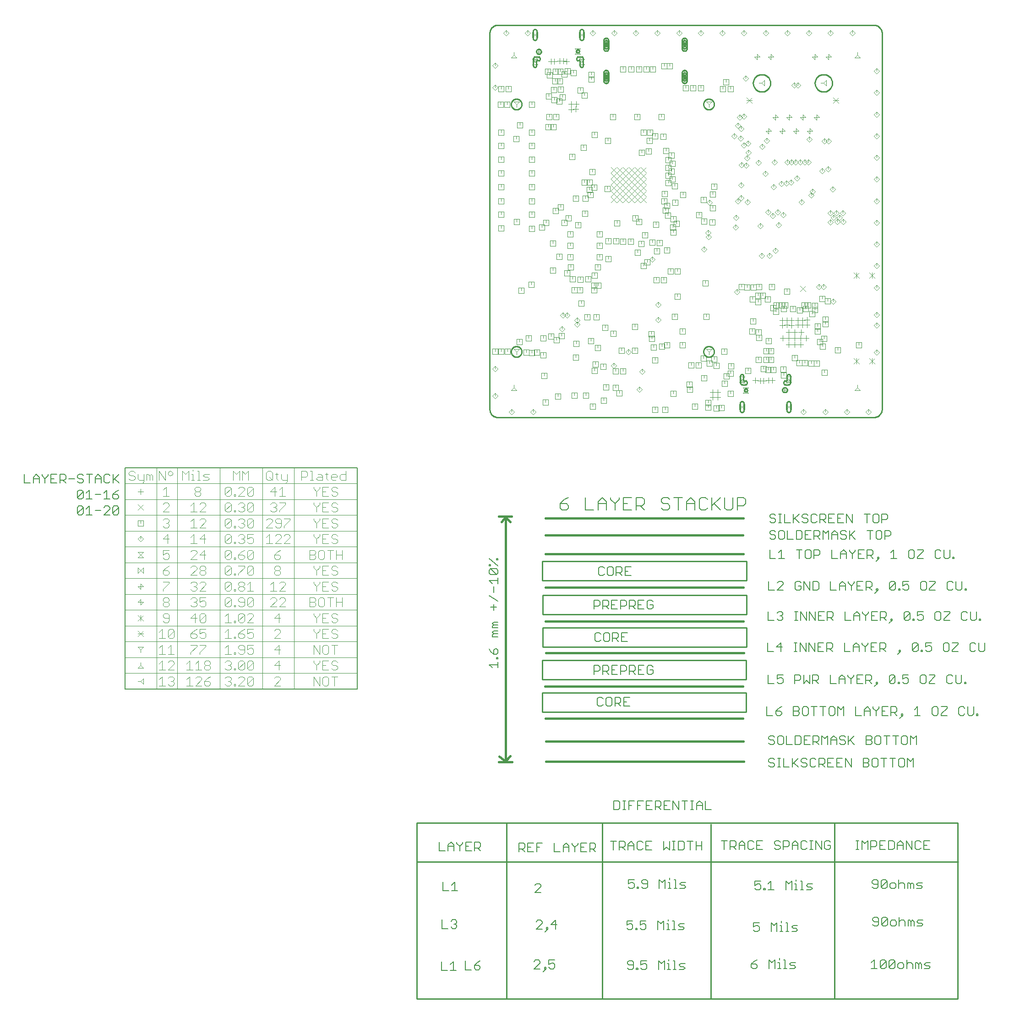
<source format=gbr>
G04 EAGLE Gerber RS-274X export*
G75*
%MOMM*%
%FSLAX34Y34*%
%LPD*%
%INFab*%
%IPPOS*%
%AMOC8*
5,1,8,0,0,1.08239X$1,22.5*%
G01*
%ADD10C,0.152400*%
%ADD11C,0.101600*%
%ADD12C,0.254000*%
%ADD13C,0.406400*%
%ADD14C,0.203200*%
%ADD15C,0.254000*%


D10*
X-860145Y-105095D02*
X-860145Y-121365D01*
X-849298Y-121365D01*
X-843773Y-121365D02*
X-843773Y-110518D01*
X-838350Y-105095D01*
X-832926Y-110518D01*
X-832926Y-121365D01*
X-832926Y-113230D02*
X-843773Y-113230D01*
X-827402Y-107806D02*
X-827402Y-105095D01*
X-827402Y-107806D02*
X-821978Y-113230D01*
X-816555Y-107806D01*
X-816555Y-105095D01*
X-821978Y-113230D02*
X-821978Y-121365D01*
X-811030Y-105095D02*
X-800183Y-105095D01*
X-811030Y-105095D02*
X-811030Y-121365D01*
X-800183Y-121365D01*
X-805607Y-113230D02*
X-811030Y-113230D01*
X-794658Y-121365D02*
X-794658Y-105095D01*
X-786523Y-105095D01*
X-783812Y-107806D01*
X-783812Y-113230D01*
X-786523Y-115941D01*
X-794658Y-115941D01*
X-789235Y-115941D02*
X-783812Y-121365D01*
X-778287Y-113230D02*
X-767440Y-113230D01*
X-753780Y-105095D02*
X-751069Y-107806D01*
X-753780Y-105095D02*
X-759204Y-105095D01*
X-761915Y-107806D01*
X-761915Y-110518D01*
X-759204Y-113230D01*
X-753780Y-113230D01*
X-751069Y-115941D01*
X-751069Y-118653D01*
X-753780Y-121365D01*
X-759204Y-121365D01*
X-761915Y-118653D01*
X-740120Y-121365D02*
X-740120Y-105095D01*
X-734697Y-105095D02*
X-745544Y-105095D01*
X-729172Y-110518D02*
X-729172Y-121365D01*
X-729172Y-110518D02*
X-723749Y-105095D01*
X-718326Y-110518D01*
X-718326Y-121365D01*
X-718326Y-113230D02*
X-729172Y-113230D01*
X-704666Y-105095D02*
X-701954Y-107806D01*
X-704666Y-105095D02*
X-710089Y-105095D01*
X-712801Y-107806D01*
X-712801Y-118653D01*
X-710089Y-121365D01*
X-704666Y-121365D01*
X-701954Y-118653D01*
X-696429Y-121365D02*
X-696429Y-105095D01*
X-696429Y-115941D02*
X-685582Y-105095D01*
X-693717Y-113230D02*
X-685582Y-121365D01*
X-762355Y-137143D02*
X-762355Y-147990D01*
X-762355Y-137143D02*
X-759643Y-134432D01*
X-754220Y-134432D01*
X-751508Y-137143D01*
X-751508Y-147990D01*
X-754220Y-150702D01*
X-759643Y-150702D01*
X-762355Y-147990D01*
X-751508Y-137143D01*
X-745983Y-139855D02*
X-740560Y-134432D01*
X-740560Y-150702D01*
X-745983Y-150702D02*
X-735136Y-150702D01*
X-729612Y-142567D02*
X-718765Y-142567D01*
X-713240Y-139855D02*
X-707817Y-134432D01*
X-707817Y-150702D01*
X-713240Y-150702D02*
X-702393Y-150702D01*
X-691445Y-137143D02*
X-686022Y-134432D01*
X-691445Y-137143D02*
X-696868Y-142567D01*
X-696868Y-147990D01*
X-694157Y-150702D01*
X-688733Y-150702D01*
X-686022Y-147990D01*
X-686022Y-145278D01*
X-688733Y-142567D01*
X-696868Y-142567D01*
D11*
X540470Y174376D02*
X540470Y184536D01*
X535390Y179456D02*
X545550Y179456D01*
X540500Y175636D02*
X540500Y165476D01*
X535420Y170556D02*
X545580Y170556D01*
X557500Y175636D02*
X557500Y165476D01*
X552420Y170556D02*
X562580Y170556D01*
X548900Y174476D02*
X548900Y184636D01*
X543820Y179556D02*
X553980Y179556D01*
X557300Y184636D02*
X557300Y174476D01*
X552220Y179556D02*
X562380Y179556D01*
X549020Y175706D02*
X549020Y165546D01*
X543940Y170626D02*
X554100Y170626D01*
X569680Y174750D02*
X569680Y184910D01*
X564600Y179830D02*
X574760Y179830D01*
X569820Y175720D02*
X569820Y165560D01*
X564740Y170640D02*
X574900Y170640D01*
X578280Y165750D02*
X578280Y175910D01*
X573200Y170830D02*
X583360Y170830D01*
X578140Y174830D02*
X578140Y184990D01*
X573060Y179910D02*
X583220Y179910D01*
X586720Y174890D02*
X586720Y185050D01*
X581640Y179970D02*
X591800Y179970D01*
X586830Y175770D02*
X586830Y165610D01*
X581750Y170690D02*
X591910Y170690D01*
X541506Y151580D02*
X541506Y141420D01*
X536426Y146500D02*
X546586Y146500D01*
X552506Y151580D02*
X552506Y141420D01*
X547426Y146500D02*
X557586Y146500D01*
X563506Y151580D02*
X563506Y141420D01*
X558426Y146500D02*
X568586Y146500D01*
X575006Y151580D02*
X575006Y141420D01*
X569926Y146500D02*
X580086Y146500D01*
X585006Y151500D02*
X585006Y141340D01*
X579926Y146420D02*
X590086Y146420D01*
X552506Y140080D02*
X552506Y129920D01*
X547426Y135000D02*
X557586Y135000D01*
X563506Y140080D02*
X563506Y129920D01*
X558426Y135000D02*
X568586Y135000D01*
X575006Y140080D02*
X575006Y129920D01*
X569926Y135000D02*
X580086Y135000D01*
X575396Y152110D02*
X575396Y162270D01*
X570316Y157190D02*
X580476Y157190D01*
X563736Y162150D02*
X563736Y151990D01*
X558656Y157070D02*
X568816Y157070D01*
X552656Y152150D02*
X552656Y162310D01*
X547576Y157230D02*
X557736Y157230D01*
X412326Y42240D02*
X412326Y32080D01*
X407246Y37160D02*
X417406Y37160D01*
X421626Y32260D02*
X421626Y42420D01*
X416546Y37340D02*
X426706Y37340D01*
X421356Y41200D02*
X421356Y51360D01*
X416276Y46280D02*
X426436Y46280D01*
X412326Y41480D02*
X412326Y51640D01*
X407246Y46560D02*
X417406Y46560D01*
X150626Y574260D02*
X150626Y584420D01*
X145546Y579340D02*
X155706Y579340D01*
X159556Y574320D02*
X159556Y584480D01*
X154476Y579400D02*
X164636Y579400D01*
X150626Y574420D02*
X150626Y564260D01*
X145546Y569340D02*
X155706Y569340D01*
X159296Y564410D02*
X159296Y574570D01*
X154216Y569490D02*
X164376Y569490D01*
X118740Y653030D02*
X118740Y663190D01*
X113660Y658110D02*
X123820Y658110D01*
X129624Y653796D02*
X129624Y663956D01*
X124544Y658876D02*
X134704Y658876D01*
X135980Y663770D02*
X135980Y653610D01*
X130900Y658690D02*
X141060Y658690D01*
X141902Y663070D02*
X141902Y652910D01*
X136822Y657990D02*
X146982Y657990D01*
X112902Y662570D02*
X112902Y652410D01*
X107822Y657490D02*
X117982Y657490D01*
X515500Y73304D02*
X515500Y63144D01*
X510420Y68224D02*
X520580Y68224D01*
X506060Y72604D02*
X506060Y62444D01*
X500980Y67524D02*
X511140Y67524D01*
X500450Y62454D02*
X500450Y72614D01*
X495370Y67534D02*
X505530Y67534D01*
X522236Y63474D02*
X522236Y73634D01*
X517156Y68554D02*
X527316Y68554D01*
X490654Y63780D02*
X490654Y73940D01*
X485574Y68860D02*
X495734Y68860D01*
X584380Y232420D02*
X574220Y242580D01*
X584380Y242580D02*
X574220Y232420D01*
X289136Y396916D02*
X278976Y407076D01*
X289136Y407076D02*
X278976Y396916D01*
X234136Y396916D02*
X223976Y407076D01*
X234136Y407076D02*
X223976Y396916D01*
X278976Y462076D02*
X289136Y451916D01*
X289136Y462076D02*
X278976Y451916D01*
X234136Y451916D02*
X223976Y462076D01*
X234136Y462076D02*
X223976Y451916D01*
X267976Y407076D02*
X278136Y396916D01*
X278136Y407076D02*
X267976Y396916D01*
X267136Y396916D02*
X256976Y407076D01*
X267136Y407076D02*
X256976Y396916D01*
X245136Y396916D02*
X234976Y407076D01*
X245136Y407076D02*
X234976Y396916D01*
X245976Y407076D02*
X256136Y396916D01*
X256136Y407076D02*
X245976Y396916D01*
X278136Y451916D02*
X267976Y462076D01*
X278136Y462076D02*
X267976Y451916D01*
X267136Y451916D02*
X256976Y462076D01*
X267136Y462076D02*
X256976Y451916D01*
X245136Y451916D02*
X234976Y462076D01*
X245136Y462076D02*
X234976Y451916D01*
X245976Y462076D02*
X256136Y451916D01*
X256136Y462076D02*
X245976Y451916D01*
X278976Y418076D02*
X289136Y407916D01*
X289136Y418076D02*
X278976Y407916D01*
X289136Y418916D02*
X278976Y429076D01*
X289136Y429076D02*
X278976Y418916D01*
X289136Y429916D02*
X278976Y440076D01*
X289136Y440076D02*
X278976Y429916D01*
X289136Y440916D02*
X278976Y451076D01*
X289136Y451076D02*
X278976Y440916D01*
X234136Y407916D02*
X223976Y418076D01*
X234136Y418076D02*
X223976Y407916D01*
X234136Y418916D02*
X223976Y429076D01*
X234136Y429076D02*
X223976Y418916D01*
X234136Y429916D02*
X223976Y440076D01*
X234136Y440076D02*
X223976Y429916D01*
X234136Y440916D02*
X223976Y451076D01*
X234136Y451076D02*
X223976Y440916D01*
X267976Y418076D02*
X278136Y407916D01*
X278136Y418076D02*
X267976Y407916D01*
X267136Y407916D02*
X256976Y418076D01*
X267136Y418076D02*
X256976Y407916D01*
X256136Y407916D02*
X245976Y418076D01*
X256136Y418076D02*
X245976Y407916D01*
X245136Y407916D02*
X234976Y418076D01*
X245136Y418076D02*
X234976Y407916D01*
X267976Y429076D02*
X278136Y418916D01*
X278136Y429076D02*
X267976Y418916D01*
X267136Y418916D02*
X256976Y429076D01*
X267136Y429076D02*
X256976Y418916D01*
X256136Y418916D02*
X245976Y429076D01*
X256136Y429076D02*
X245976Y418916D01*
X245136Y418916D02*
X234976Y429076D01*
X245136Y429076D02*
X234976Y418916D01*
X267976Y440076D02*
X278136Y429916D01*
X278136Y440076D02*
X267976Y429916D01*
X267136Y429916D02*
X256976Y440076D01*
X267136Y440076D02*
X256976Y429916D01*
X256136Y429916D02*
X245976Y440076D01*
X256136Y440076D02*
X245976Y429916D01*
X245136Y429916D02*
X234976Y440076D01*
X245136Y440076D02*
X234976Y429916D01*
X245136Y440916D02*
X234976Y451076D01*
X245136Y451076D02*
X234976Y440916D01*
X245976Y451076D02*
X256136Y440916D01*
X256136Y451076D02*
X245976Y440916D01*
X256976Y451076D02*
X267136Y440916D01*
X267136Y451076D02*
X256976Y440916D01*
X267976Y451076D02*
X278136Y440916D01*
X278136Y451076D02*
X267976Y440916D01*
X77620Y124716D02*
X77620Y119636D01*
X77620Y124716D02*
X82700Y124716D01*
X82700Y114556D01*
X72540Y114556D01*
X72540Y124716D01*
X77620Y124716D01*
X302770Y129710D02*
X302770Y134790D01*
X307850Y134790D01*
X307850Y124630D01*
X297690Y124630D01*
X297690Y134790D01*
X302770Y134790D01*
X67770Y124976D02*
X67770Y119896D01*
X67770Y124976D02*
X72850Y124976D01*
X72850Y114816D01*
X62690Y114816D01*
X62690Y124976D01*
X67770Y124976D01*
X87030Y125036D02*
X87030Y119956D01*
X87030Y125036D02*
X92110Y125036D01*
X92110Y114876D01*
X81950Y114876D01*
X81950Y125036D01*
X87030Y125036D01*
X214650Y60600D02*
X214650Y55520D01*
X214650Y60600D02*
X219730Y60600D01*
X219730Y50440D01*
X209570Y50440D01*
X209570Y60600D01*
X214650Y60600D01*
X126000Y44170D02*
X126000Y39090D01*
X126000Y44170D02*
X131080Y44170D01*
X131080Y34010D01*
X120920Y34010D01*
X120920Y44170D01*
X126000Y44170D01*
X132700Y150600D02*
X132700Y155680D01*
X137780Y155680D01*
X137780Y145520D01*
X127620Y145520D01*
X127620Y155680D01*
X132700Y155680D01*
X112950Y155370D02*
X112950Y150290D01*
X112950Y155370D02*
X118030Y155370D01*
X118030Y145210D01*
X107870Y145210D01*
X107870Y155370D01*
X112950Y155370D01*
X123460Y148180D02*
X123460Y143100D01*
X123460Y148180D02*
X128540Y148180D01*
X128540Y138020D01*
X118380Y138020D01*
X118380Y148180D01*
X123460Y148180D01*
X173056Y498996D02*
X173056Y504076D01*
X178136Y504076D01*
X178136Y493916D01*
X167976Y493916D01*
X167976Y504076D01*
X173056Y504076D01*
X305256Y520116D02*
X305256Y525196D01*
X310336Y525196D01*
X310336Y515036D01*
X300176Y515036D01*
X300176Y525196D01*
X305256Y525196D01*
X300166Y328186D02*
X300166Y323106D01*
X300166Y328186D02*
X305246Y328186D01*
X305246Y318026D01*
X295086Y318026D01*
X295086Y328186D01*
X300166Y328186D01*
X177056Y404996D02*
X177056Y410076D01*
X182136Y410076D01*
X182136Y399916D01*
X171976Y399916D01*
X171976Y410076D01*
X177056Y410076D01*
X246166Y330486D02*
X246166Y325406D01*
X246166Y330486D02*
X251246Y330486D01*
X251246Y320326D01*
X241086Y320326D01*
X241086Y330486D01*
X246166Y330486D01*
X342306Y396906D02*
X342306Y401986D01*
X347386Y401986D01*
X347386Y391826D01*
X337226Y391826D01*
X337226Y401986D01*
X342306Y401986D01*
X142500Y271580D02*
X142500Y266500D01*
X142500Y271580D02*
X147580Y271580D01*
X147580Y261420D01*
X137420Y261420D01*
X137420Y271580D01*
X142500Y271580D01*
X99080Y119920D02*
X99080Y114840D01*
X99080Y119920D02*
X104160Y119920D01*
X104160Y109760D01*
X94000Y109760D01*
X94000Y119920D01*
X99080Y119920D01*
X155980Y45310D02*
X155980Y40230D01*
X155980Y45310D02*
X161060Y45310D01*
X161060Y35150D01*
X150900Y35150D01*
X150900Y45310D01*
X155980Y45310D01*
X99070Y146550D02*
X99070Y151630D01*
X104150Y151630D01*
X104150Y141470D01*
X93990Y141470D01*
X93990Y151630D01*
X99070Y151630D01*
X103250Y33410D02*
X103250Y28330D01*
X103250Y33410D02*
X108330Y33410D01*
X108330Y23250D01*
X98170Y23250D01*
X98170Y33410D01*
X103250Y33410D01*
X210200Y31000D02*
X210200Y36080D01*
X215280Y36080D01*
X215280Y25920D01*
X205120Y25920D01*
X205120Y36080D01*
X210200Y36080D01*
X100190Y77230D02*
X100190Y82310D01*
X105270Y82310D01*
X105270Y72150D01*
X95110Y72150D01*
X95110Y82310D01*
X100190Y82310D01*
X177980Y45310D02*
X177980Y40230D01*
X177980Y45310D02*
X183060Y45310D01*
X183060Y35150D01*
X172900Y35150D01*
X172900Y45310D01*
X177980Y45310D01*
X199678Y128444D02*
X199678Y133524D01*
X204758Y133524D01*
X204758Y123364D01*
X194598Y123364D01*
X194598Y133524D01*
X199678Y133524D01*
X209550Y99060D02*
X209550Y93980D01*
X209550Y99060D02*
X214630Y99060D01*
X214630Y88900D01*
X204470Y88900D01*
X204470Y99060D01*
X209550Y99060D01*
X190270Y25790D02*
X190270Y20710D01*
X190270Y25790D02*
X195350Y25790D01*
X195350Y15630D01*
X185190Y15630D01*
X185190Y25790D01*
X190270Y25790D01*
X192414Y235354D02*
X192414Y240434D01*
X197494Y240434D01*
X197494Y230274D01*
X187334Y230274D01*
X187334Y240434D01*
X192414Y240434D01*
X218056Y511786D02*
X218056Y516866D01*
X223136Y516866D01*
X223136Y506706D01*
X212976Y506706D01*
X212976Y516866D01*
X218056Y516866D01*
X233056Y331076D02*
X233056Y325996D01*
X233056Y331076D02*
X238136Y331076D01*
X238136Y320916D01*
X227976Y320916D01*
X227976Y331076D01*
X233056Y331076D01*
X342116Y427926D02*
X342116Y433006D01*
X347196Y433006D01*
X347196Y422846D01*
X337036Y422846D01*
X337036Y433006D01*
X342116Y433006D01*
X192414Y248934D02*
X192414Y243854D01*
X192414Y248934D02*
X197494Y248934D01*
X197494Y238774D01*
X187334Y238774D01*
X187334Y248934D01*
X192414Y248934D01*
X200324Y248874D02*
X200324Y243794D01*
X200324Y248874D02*
X205404Y248874D01*
X205404Y238714D01*
X195244Y238714D01*
X195244Y248874D01*
X200324Y248874D01*
X497540Y246020D02*
X497540Y240940D01*
X497540Y246020D02*
X502620Y246020D01*
X502620Y235860D01*
X492460Y235860D01*
X492460Y246020D01*
X497540Y246020D01*
X119466Y586360D02*
X119466Y591440D01*
X124546Y591440D01*
X124546Y581280D01*
X114386Y581280D01*
X114386Y591440D01*
X119466Y591440D01*
X414458Y431520D02*
X414458Y426440D01*
X414458Y431520D02*
X419538Y431520D01*
X419538Y421360D01*
X409378Y421360D01*
X409378Y431520D01*
X414458Y431520D01*
X418476Y101178D02*
X418476Y96098D01*
X418476Y101178D02*
X423556Y101178D01*
X423556Y91018D01*
X413396Y91018D01*
X413396Y101178D01*
X418476Y101178D01*
X484963Y159346D02*
X484963Y164426D01*
X490043Y164426D01*
X490043Y154266D01*
X479883Y154266D01*
X479883Y164426D01*
X484963Y164426D01*
X400050Y186690D02*
X400050Y191770D01*
X405130Y191770D01*
X405130Y181610D01*
X394970Y181610D01*
X394970Y191770D01*
X400050Y191770D01*
X232760Y90190D02*
X232760Y85110D01*
X232760Y90190D02*
X237840Y90190D01*
X237840Y80030D01*
X227680Y80030D01*
X227680Y90190D01*
X232760Y90190D01*
X245950Y90690D02*
X245950Y85610D01*
X245950Y90690D02*
X251030Y90690D01*
X251030Y80530D01*
X240870Y80530D01*
X240870Y90690D01*
X245950Y90690D01*
X396240Y362712D02*
X396240Y367792D01*
X401320Y367792D01*
X401320Y357632D01*
X391160Y357632D01*
X391160Y367792D01*
X396240Y367792D01*
X385848Y101226D02*
X385848Y96146D01*
X385848Y101226D02*
X390928Y101226D01*
X390928Y91066D01*
X380768Y91066D01*
X380768Y101226D01*
X385848Y101226D01*
X372488Y101292D02*
X372488Y96212D01*
X372488Y101292D02*
X377568Y101292D01*
X377568Y91132D01*
X367408Y91132D01*
X367408Y101292D01*
X372488Y101292D01*
X194012Y262084D02*
X194012Y267164D01*
X199092Y267164D01*
X199092Y257004D01*
X188932Y257004D01*
X188932Y267164D01*
X194012Y267164D01*
X436946Y620094D02*
X436946Y625174D01*
X442026Y625174D01*
X442026Y615014D01*
X431866Y615014D01*
X431866Y625174D01*
X436946Y625174D01*
X301056Y643496D02*
X301056Y648576D01*
X306136Y648576D01*
X306136Y638416D01*
X295976Y638416D01*
X295976Y648576D01*
X301056Y648576D01*
X289656Y648376D02*
X289656Y643296D01*
X289656Y648376D02*
X294736Y648376D01*
X294736Y638216D01*
X284576Y638216D01*
X284576Y648376D01*
X289656Y648376D01*
X275656Y648376D02*
X275656Y643296D01*
X275656Y648376D02*
X280736Y648376D01*
X280736Y638216D01*
X270576Y638216D01*
X270576Y648376D01*
X275656Y648376D01*
X261056Y648276D02*
X261056Y643196D01*
X261056Y648276D02*
X266136Y648276D01*
X266136Y638116D01*
X255976Y638116D01*
X255976Y648276D01*
X261056Y648276D01*
X245956Y648276D02*
X245956Y643196D01*
X245956Y648276D02*
X251036Y648276D01*
X251036Y638116D01*
X240876Y638116D01*
X240876Y648276D01*
X245956Y648276D01*
X152556Y486576D02*
X152556Y481496D01*
X152556Y486576D02*
X157636Y486576D01*
X157636Y476416D01*
X147476Y476416D01*
X147476Y486576D01*
X152556Y486576D01*
X193266Y521996D02*
X193266Y527076D01*
X198346Y527076D01*
X198346Y516916D01*
X188186Y516916D01*
X188186Y527076D01*
X193266Y527076D01*
X314056Y328076D02*
X314056Y322996D01*
X314056Y328076D02*
X319136Y328076D01*
X319136Y317916D01*
X308976Y317916D01*
X308976Y328076D01*
X314056Y328076D01*
X317176Y555476D02*
X317176Y560556D01*
X322256Y560556D01*
X322256Y550396D01*
X312096Y550396D01*
X312096Y560556D01*
X317176Y560556D01*
X272136Y560466D02*
X272136Y555386D01*
X272136Y560466D02*
X277216Y560466D01*
X277216Y550306D01*
X267056Y550306D01*
X267056Y560466D01*
X272136Y560466D01*
X174826Y439176D02*
X174826Y434096D01*
X174826Y439176D02*
X179906Y439176D01*
X179906Y429016D01*
X169746Y429016D01*
X169746Y439176D01*
X174826Y439176D01*
X176056Y382076D02*
X176056Y376996D01*
X176056Y382076D02*
X181136Y382076D01*
X181136Y371916D01*
X170976Y371916D01*
X170976Y382076D01*
X176056Y382076D01*
X227176Y555476D02*
X227176Y560556D01*
X232256Y560556D01*
X232256Y550396D01*
X222096Y550396D01*
X222096Y560556D01*
X227176Y560556D01*
X287166Y341986D02*
X287166Y336906D01*
X287166Y341986D02*
X292246Y341986D01*
X292246Y331826D01*
X282086Y331826D01*
X282086Y341986D01*
X287166Y341986D01*
X260166Y330486D02*
X260166Y325406D01*
X260166Y330486D02*
X265246Y330486D01*
X265246Y320326D01*
X255086Y320326D01*
X255086Y330486D01*
X260166Y330486D01*
X356806Y411406D02*
X356806Y416486D01*
X361886Y416486D01*
X361886Y406326D01*
X351726Y406326D01*
X351726Y416486D01*
X356806Y416486D01*
X163166Y360486D02*
X163166Y355406D01*
X163166Y360486D02*
X168246Y360486D01*
X168246Y350326D01*
X158086Y350326D01*
X158086Y360486D01*
X163166Y360486D01*
X149166Y343486D02*
X149166Y338406D01*
X149166Y343486D02*
X154246Y343486D01*
X154246Y333326D01*
X144086Y333326D01*
X144086Y343486D01*
X149166Y343486D01*
X149166Y322486D02*
X149166Y317406D01*
X149166Y322486D02*
X154246Y322486D01*
X154246Y312326D01*
X144086Y312326D01*
X144086Y322486D01*
X149166Y322486D01*
X149166Y301486D02*
X149166Y296406D01*
X149166Y301486D02*
X154246Y301486D01*
X154246Y291326D01*
X144086Y291326D01*
X144086Y301486D01*
X149166Y301486D01*
X149666Y282486D02*
X149666Y277406D01*
X149666Y282486D02*
X154746Y282486D01*
X154746Y272326D01*
X144586Y272326D01*
X144586Y282486D01*
X149666Y282486D01*
X152666Y260486D02*
X152666Y255406D01*
X152666Y260486D02*
X157746Y260486D01*
X157746Y250326D01*
X147586Y250326D01*
X147586Y260486D01*
X152666Y260486D01*
X181666Y260486D02*
X181666Y255406D01*
X181666Y260486D02*
X186746Y260486D01*
X186746Y250326D01*
X176586Y250326D01*
X176586Y260486D01*
X181666Y260486D01*
X199166Y277406D02*
X199166Y282486D01*
X204246Y282486D01*
X204246Y272326D01*
X194086Y272326D01*
X194086Y282486D01*
X199166Y282486D01*
X203166Y296406D02*
X203166Y301486D01*
X208246Y301486D01*
X208246Y291326D01*
X198086Y291326D01*
X198086Y301486D01*
X203166Y301486D01*
X203166Y317406D02*
X203166Y322486D01*
X208246Y322486D01*
X208246Y312326D01*
X198086Y312326D01*
X198086Y322486D01*
X203166Y322486D01*
X203166Y338406D02*
X203166Y343486D01*
X208246Y343486D01*
X208246Y333326D01*
X198086Y333326D01*
X198086Y343486D01*
X203166Y343486D01*
X219056Y331076D02*
X219056Y325996D01*
X219056Y331076D02*
X224136Y331076D01*
X224136Y320916D01*
X213976Y320916D01*
X213976Y331076D01*
X219056Y331076D01*
X320656Y519296D02*
X320656Y524376D01*
X325736Y524376D01*
X325736Y514216D01*
X315576Y514216D01*
X315576Y524376D01*
X320656Y524376D01*
X295616Y516786D02*
X295616Y511706D01*
X295616Y516786D02*
X300696Y516786D01*
X300696Y506626D01*
X290536Y506626D01*
X290536Y516786D01*
X295616Y516786D01*
X169056Y216076D02*
X169056Y210996D01*
X169056Y216076D02*
X174136Y216076D01*
X174136Y205916D01*
X163976Y205916D01*
X163976Y216076D01*
X169056Y216076D01*
X406020Y104910D02*
X406020Y99830D01*
X406020Y104910D02*
X411100Y104910D01*
X411100Y94750D01*
X400940Y94750D01*
X400940Y104910D01*
X406020Y104910D01*
X361946Y609094D02*
X361946Y614174D01*
X367026Y614174D01*
X367026Y604014D01*
X356866Y604014D01*
X356866Y614174D01*
X361946Y614174D01*
X375946Y614174D02*
X375946Y609094D01*
X375946Y614174D02*
X381026Y614174D01*
X381026Y604014D01*
X370866Y604014D01*
X370866Y614174D01*
X375946Y614174D01*
X389946Y614174D02*
X389946Y609094D01*
X389946Y614174D02*
X395026Y614174D01*
X395026Y604014D01*
X384866Y604014D01*
X384866Y614174D01*
X389946Y614174D01*
X430946Y612174D02*
X430946Y607094D01*
X430946Y612174D02*
X436026Y612174D01*
X436026Y602014D01*
X425866Y602014D01*
X425866Y612174D01*
X430946Y612174D01*
X444946Y612174D02*
X444946Y607094D01*
X444946Y612174D02*
X450026Y612174D01*
X450026Y602014D01*
X439866Y602014D01*
X439866Y612174D01*
X444946Y612174D01*
X305545Y111260D02*
X305545Y106180D01*
X305545Y111260D02*
X310625Y111260D01*
X310625Y101100D01*
X300465Y101100D01*
X300465Y111260D01*
X305545Y111260D01*
X167166Y254906D02*
X167166Y259986D01*
X172246Y259986D01*
X172246Y249826D01*
X162086Y249826D01*
X162086Y259986D01*
X167166Y259986D01*
X20866Y606824D02*
X20866Y611904D01*
X25946Y611904D01*
X25946Y601744D01*
X15786Y601744D01*
X15786Y611904D01*
X20866Y611904D01*
X34866Y611904D02*
X34866Y606824D01*
X34866Y611904D02*
X39946Y611904D01*
X39946Y601744D01*
X29786Y601744D01*
X29786Y611904D01*
X34866Y611904D01*
X31866Y583404D02*
X31866Y578324D01*
X31866Y583404D02*
X36946Y583404D01*
X36946Y573244D01*
X26786Y573244D01*
X26786Y583404D01*
X31866Y583404D01*
X54866Y144904D02*
X54866Y139824D01*
X54866Y144904D02*
X59946Y144904D01*
X59946Y134744D01*
X49786Y134744D01*
X49786Y144904D01*
X54866Y144904D01*
X71366Y146324D02*
X71366Y151404D01*
X76446Y151404D01*
X76446Y141244D01*
X66286Y141244D01*
X66286Y151404D01*
X71366Y151404D01*
X77096Y245684D02*
X77096Y250764D01*
X82176Y250764D01*
X82176Y240604D01*
X72016Y240604D01*
X72016Y250764D01*
X77096Y250764D01*
X49666Y361906D02*
X49666Y366986D01*
X54746Y366986D01*
X54746Y356826D01*
X44586Y356826D01*
X44586Y366986D01*
X49666Y366986D01*
X49166Y514406D02*
X49166Y519486D01*
X54246Y519486D01*
X54246Y509326D01*
X44086Y509326D01*
X44086Y519486D01*
X49166Y519486D01*
X96166Y356486D02*
X96166Y351406D01*
X96166Y356486D02*
X101246Y356486D01*
X101246Y346326D01*
X91086Y346326D01*
X91086Y356486D01*
X96166Y356486D01*
X279783Y325828D02*
X279783Y320748D01*
X279783Y325828D02*
X284863Y325828D01*
X284863Y315668D01*
X274703Y315668D01*
X274703Y325828D01*
X279783Y325828D01*
X549530Y237850D02*
X549530Y232770D01*
X549530Y237850D02*
X554610Y237850D01*
X554610Y227690D01*
X544450Y227690D01*
X544450Y237850D01*
X549530Y237850D01*
X109400Y593800D02*
X109400Y598880D01*
X114480Y598880D01*
X114480Y588720D01*
X104320Y588720D01*
X104320Y598880D01*
X109400Y598880D01*
X155100Y636718D02*
X155100Y641798D01*
X160180Y641798D01*
X160180Y631638D01*
X150020Y631638D01*
X150020Y641798D01*
X155100Y641798D01*
X118500Y610580D02*
X118500Y605500D01*
X118500Y610580D02*
X123580Y610580D01*
X123580Y600420D01*
X113420Y600420D01*
X113420Y610580D01*
X118500Y610580D01*
X131104Y611476D02*
X131104Y606396D01*
X131104Y611476D02*
X136184Y611476D01*
X136184Y601316D01*
X126024Y601316D01*
X126024Y611476D01*
X131104Y611476D01*
X504770Y229960D02*
X504770Y224880D01*
X504770Y229960D02*
X509850Y229960D01*
X509850Y219800D01*
X499690Y219800D01*
X499690Y229960D01*
X504770Y229960D01*
X510846Y111650D02*
X510846Y106570D01*
X510846Y111650D02*
X515926Y111650D01*
X515926Y101490D01*
X505766Y101490D01*
X505766Y111650D01*
X510846Y111650D01*
X519196Y111570D02*
X519196Y106490D01*
X519196Y111570D02*
X524276Y111570D01*
X524276Y101410D01*
X514116Y101410D01*
X514116Y111570D01*
X519196Y111570D01*
X120716Y621210D02*
X120716Y626290D01*
X125796Y626290D01*
X125796Y616130D01*
X115636Y616130D01*
X115636Y626290D01*
X120716Y626290D01*
X129066Y626170D02*
X129066Y621090D01*
X129066Y626170D02*
X134146Y626170D01*
X134146Y616010D01*
X123986Y616010D01*
X123986Y626170D01*
X129066Y626170D01*
X543170Y83117D02*
X543170Y78037D01*
X543170Y83117D02*
X548250Y83117D01*
X548250Y72957D01*
X538090Y72957D01*
X538090Y83117D01*
X543170Y83117D01*
X477290Y86362D02*
X477290Y91442D01*
X482370Y91442D01*
X482370Y81282D01*
X472210Y81282D01*
X472210Y91442D01*
X477290Y91442D01*
X519316Y122570D02*
X519316Y127650D01*
X524396Y127650D01*
X524396Y117490D01*
X514236Y117490D01*
X514236Y127650D01*
X519316Y127650D01*
X511516Y127680D02*
X511516Y122600D01*
X511516Y127680D02*
X516596Y127680D01*
X516596Y117520D01*
X506436Y117520D01*
X506436Y127680D01*
X511516Y127680D01*
X497148Y111758D02*
X497148Y106678D01*
X497148Y111758D02*
X502228Y111758D01*
X502228Y101598D01*
X492068Y101598D01*
X492068Y111758D01*
X497148Y111758D01*
X486448Y177648D02*
X486448Y182728D01*
X491528Y182728D01*
X491528Y172568D01*
X481368Y172568D01*
X481368Y182728D01*
X486448Y182728D01*
X379330Y24990D02*
X379330Y19910D01*
X379330Y24990D02*
X384410Y24990D01*
X384410Y14830D01*
X374250Y14830D01*
X374250Y24990D01*
X379330Y24990D01*
X339110Y43700D02*
X339110Y48780D01*
X344190Y48780D01*
X344190Y38620D01*
X334030Y38620D01*
X334030Y48780D01*
X339110Y48780D01*
X446280Y95200D02*
X446280Y100280D01*
X451360Y100280D01*
X451360Y90120D01*
X441200Y90120D01*
X441200Y100280D01*
X446280Y100280D01*
X298734Y154305D02*
X298734Y159385D01*
X303814Y159385D01*
X303814Y149225D01*
X293654Y149225D01*
X293654Y159385D01*
X298734Y159385D01*
X299770Y150750D02*
X299770Y145670D01*
X299770Y150750D02*
X304850Y150750D01*
X304850Y140590D01*
X294690Y140590D01*
X294690Y150750D01*
X299770Y150750D01*
X213360Y166370D02*
X213360Y171450D01*
X218440Y171450D01*
X218440Y161290D01*
X208280Y161290D01*
X208280Y171450D01*
X213360Y171450D01*
X267970Y172720D02*
X267970Y167640D01*
X267970Y172720D02*
X273050Y172720D01*
X273050Y162560D01*
X262890Y162560D01*
X262890Y172720D01*
X267970Y172720D01*
X308610Y307340D02*
X308610Y312420D01*
X313690Y312420D01*
X313690Y302260D01*
X303530Y302260D01*
X303530Y312420D01*
X308610Y312420D01*
X410845Y360585D02*
X410845Y365665D01*
X415925Y365665D01*
X415925Y355505D01*
X405765Y355505D01*
X405765Y365665D01*
X410845Y365665D01*
X341599Y191739D02*
X341599Y186659D01*
X341599Y191739D02*
X346679Y191739D01*
X346679Y181579D01*
X336519Y181579D01*
X336519Y191739D01*
X341599Y191739D01*
X180365Y190475D02*
X180365Y185395D01*
X180365Y190475D02*
X185445Y190475D01*
X185445Y180315D01*
X175285Y180315D01*
X175285Y190475D01*
X180365Y190475D01*
X521366Y241074D02*
X521366Y246154D01*
X526446Y246154D01*
X526446Y235994D01*
X516286Y235994D01*
X516286Y246154D01*
X521366Y246154D01*
X625000Y220180D02*
X625000Y215100D01*
X625000Y220180D02*
X630080Y220180D01*
X630080Y210020D01*
X619920Y210020D01*
X619920Y220180D01*
X625000Y220180D01*
X614618Y219018D02*
X614618Y224098D01*
X619698Y224098D01*
X619698Y213938D01*
X609538Y213938D01*
X609538Y224098D01*
X614618Y224098D01*
X682470Y138510D02*
X682470Y133430D01*
X682470Y138510D02*
X687550Y138510D01*
X687550Y128350D01*
X677390Y128350D01*
X677390Y138510D01*
X682470Y138510D01*
X403290Y31930D02*
X403290Y26850D01*
X403290Y31930D02*
X408370Y31930D01*
X408370Y21770D01*
X398210Y21770D01*
X398210Y31930D01*
X403290Y31930D01*
X403510Y24000D02*
X403510Y18920D01*
X403510Y24000D02*
X408590Y24000D01*
X408590Y13840D01*
X398430Y13840D01*
X398430Y24000D01*
X403510Y24000D01*
X326056Y492996D02*
X326056Y498076D01*
X331136Y498076D01*
X331136Y487916D01*
X320976Y487916D01*
X320976Y498076D01*
X326056Y498076D01*
X189516Y458616D02*
X189516Y453536D01*
X189516Y458616D02*
X194596Y458616D01*
X194596Y448456D01*
X184436Y448456D01*
X184436Y458616D01*
X189516Y458616D01*
X643590Y129150D02*
X643590Y124070D01*
X643590Y129150D02*
X648670Y129150D01*
X648670Y118990D01*
X638510Y118990D01*
X638510Y129150D01*
X643590Y129150D01*
X412500Y387000D02*
X412500Y392080D01*
X417580Y392080D01*
X417580Y381920D01*
X407420Y381920D01*
X407420Y392080D01*
X412500Y392080D01*
X465022Y246000D02*
X465022Y240920D01*
X465022Y246000D02*
X470102Y246000D01*
X470102Y235840D01*
X459942Y235840D01*
X459942Y246000D01*
X465022Y246000D01*
X412500Y412500D02*
X412500Y417580D01*
X417580Y417580D01*
X417580Y407420D01*
X407420Y407420D01*
X407420Y417580D01*
X412500Y417580D01*
X487306Y245590D02*
X487306Y240510D01*
X487306Y245590D02*
X492386Y245590D01*
X492386Y235430D01*
X482226Y235430D01*
X482226Y245590D01*
X487306Y245590D01*
X395301Y402199D02*
X395301Y407279D01*
X400381Y407279D01*
X400381Y397119D01*
X390221Y397119D01*
X390221Y407279D01*
X395301Y407279D01*
X475954Y245424D02*
X475954Y240344D01*
X475954Y245424D02*
X481034Y245424D01*
X481034Y235264D01*
X470874Y235264D01*
X470874Y245424D01*
X475954Y245424D01*
X193690Y91350D02*
X193690Y86270D01*
X193690Y91350D02*
X198770Y91350D01*
X198770Y81190D01*
X188610Y81190D01*
X188610Y91350D01*
X193690Y91350D01*
X217500Y422500D02*
X217500Y427580D01*
X222580Y427580D01*
X222580Y417420D01*
X212420Y417420D01*
X212420Y427580D01*
X217500Y427580D01*
X192950Y425130D02*
X192950Y430210D01*
X198030Y430210D01*
X198030Y420050D01*
X187870Y420050D01*
X187870Y430210D01*
X192950Y430210D01*
X195000Y103270D02*
X195000Y98190D01*
X195000Y103270D02*
X200080Y103270D01*
X200080Y93110D01*
X189920Y93110D01*
X189920Y103270D01*
X195000Y103270D01*
X185780Y411600D02*
X185780Y416680D01*
X190860Y416680D01*
X190860Y406520D01*
X180700Y406520D01*
X180700Y416680D01*
X185780Y416680D01*
X187000Y146080D02*
X187000Y141000D01*
X187000Y146080D02*
X192080Y146080D01*
X192080Y135920D01*
X181920Y135920D01*
X181920Y146080D01*
X187000Y146080D01*
X138056Y359996D02*
X138056Y365076D01*
X143136Y365076D01*
X143136Y354916D01*
X132976Y354916D01*
X132976Y365076D01*
X138056Y365076D01*
X276056Y366786D02*
X276056Y361706D01*
X276056Y366786D02*
X281136Y366786D01*
X281136Y356626D01*
X270976Y356626D01*
X270976Y366786D01*
X276056Y366786D01*
X281196Y489696D02*
X281196Y494776D01*
X286276Y494776D01*
X286276Y484616D01*
X276116Y484616D01*
X276116Y494776D01*
X281196Y494776D01*
X78000Y354080D02*
X78000Y349000D01*
X78000Y354080D02*
X83080Y354080D01*
X83080Y343920D01*
X72920Y343920D01*
X72920Y354080D01*
X78000Y354080D01*
X293556Y491996D02*
X293556Y497076D01*
X298636Y497076D01*
X298636Y486916D01*
X288476Y486916D01*
X288476Y497076D01*
X293556Y497076D01*
X21000Y354580D02*
X21000Y349500D01*
X21000Y354580D02*
X26080Y354580D01*
X26080Y344420D01*
X15920Y344420D01*
X15920Y354580D01*
X21000Y354580D01*
X335806Y483906D02*
X335806Y488986D01*
X340886Y488986D01*
X340886Y478826D01*
X330726Y478826D01*
X330726Y488986D01*
X335806Y488986D01*
X78000Y380080D02*
X78000Y375000D01*
X78000Y380080D02*
X83080Y380080D01*
X83080Y369920D01*
X72920Y369920D01*
X72920Y380080D01*
X78000Y380080D01*
X330306Y475906D02*
X330306Y480986D01*
X335386Y480986D01*
X335386Y470826D01*
X325226Y470826D01*
X325226Y480986D01*
X330306Y480986D01*
X21000Y380080D02*
X21000Y375000D01*
X21000Y380080D02*
X26080Y380080D01*
X26080Y369920D01*
X15920Y369920D01*
X15920Y380080D01*
X21000Y380080D01*
X337306Y468906D02*
X337306Y473986D01*
X342386Y473986D01*
X342386Y463826D01*
X332226Y463826D01*
X332226Y473986D01*
X337306Y473986D01*
X78000Y405080D02*
X78000Y400000D01*
X78000Y405080D02*
X83080Y405080D01*
X83080Y394920D01*
X72920Y394920D01*
X72920Y405080D01*
X78000Y405080D01*
X330306Y461406D02*
X330306Y466486D01*
X335386Y466486D01*
X335386Y456326D01*
X325226Y456326D01*
X325226Y466486D01*
X330306Y466486D01*
X21000Y405080D02*
X21000Y400000D01*
X21000Y405080D02*
X26080Y405080D01*
X26080Y394920D01*
X15920Y394920D01*
X15920Y405080D01*
X21000Y405080D01*
X336306Y454406D02*
X336306Y459486D01*
X341386Y459486D01*
X341386Y449326D01*
X331226Y449326D01*
X331226Y459486D01*
X336306Y459486D01*
X78000Y430580D02*
X78000Y425500D01*
X78000Y430580D02*
X83080Y430580D01*
X83080Y420420D01*
X72920Y420420D01*
X72920Y430580D01*
X78000Y430580D01*
X330306Y447406D02*
X330306Y452486D01*
X335386Y452486D01*
X335386Y442326D01*
X325226Y442326D01*
X325226Y452486D01*
X330306Y452486D01*
X21000Y431080D02*
X21000Y426000D01*
X21000Y431080D02*
X26080Y431080D01*
X26080Y420920D01*
X15920Y420920D01*
X15920Y431080D01*
X21000Y431080D01*
X337306Y440406D02*
X337306Y445486D01*
X342386Y445486D01*
X342386Y435326D01*
X332226Y435326D01*
X332226Y445486D01*
X337306Y445486D01*
X78000Y451000D02*
X78000Y456080D01*
X83080Y456080D01*
X83080Y445920D01*
X72920Y445920D01*
X72920Y456080D01*
X78000Y456080D01*
X330306Y438486D02*
X330306Y433406D01*
X330306Y438486D02*
X335386Y438486D01*
X335386Y428326D01*
X325226Y428326D01*
X325226Y438486D01*
X330306Y438486D01*
X21000Y451000D02*
X21000Y456080D01*
X26080Y456080D01*
X26080Y445920D01*
X15920Y445920D01*
X15920Y456080D01*
X21000Y456080D01*
X323305Y418487D02*
X323305Y413407D01*
X323305Y418487D02*
X328385Y418487D01*
X328385Y408327D01*
X318225Y408327D01*
X318225Y418487D01*
X323305Y418487D01*
X78000Y476500D02*
X78000Y481580D01*
X83080Y481580D01*
X83080Y471420D01*
X72920Y471420D01*
X72920Y481580D01*
X78000Y481580D01*
X322216Y404576D02*
X322216Y399496D01*
X322216Y404576D02*
X327296Y404576D01*
X327296Y394416D01*
X317136Y394416D01*
X317136Y404576D01*
X322216Y404576D01*
X21000Y476500D02*
X21000Y481580D01*
X26080Y481580D01*
X26080Y471420D01*
X15920Y471420D01*
X15920Y481580D01*
X21000Y481580D01*
X327306Y396486D02*
X327306Y391406D01*
X327306Y396486D02*
X332386Y396486D01*
X332386Y386326D01*
X322226Y386326D01*
X322226Y396486D01*
X327306Y396486D01*
X78000Y502000D02*
X78000Y507080D01*
X83080Y507080D01*
X83080Y496920D01*
X72920Y496920D01*
X72920Y507080D01*
X78000Y507080D01*
X324806Y387486D02*
X324806Y382406D01*
X324806Y387486D02*
X329886Y387486D01*
X329886Y377326D01*
X319726Y377326D01*
X319726Y387486D01*
X324806Y387486D01*
X21000Y502000D02*
X21000Y507080D01*
X26080Y507080D01*
X26080Y496920D01*
X15920Y496920D01*
X15920Y507080D01*
X21000Y507080D01*
X329166Y378486D02*
X329166Y373406D01*
X329166Y378486D02*
X334246Y378486D01*
X334246Y368326D01*
X324086Y368326D01*
X324086Y378486D01*
X329166Y378486D01*
X78000Y527000D02*
X78000Y532080D01*
X83080Y532080D01*
X83080Y521920D01*
X72920Y521920D01*
X72920Y532080D01*
X78000Y532080D01*
X339166Y371486D02*
X339166Y366406D01*
X339166Y371486D02*
X344246Y371486D01*
X344246Y361326D01*
X334086Y361326D01*
X334086Y371486D01*
X339166Y371486D01*
X20828Y527000D02*
X20828Y532080D01*
X25908Y532080D01*
X25908Y521920D01*
X15748Y521920D01*
X15748Y532080D01*
X20828Y532080D01*
X345166Y363486D02*
X345166Y358406D01*
X345166Y363486D02*
X350246Y363486D01*
X350246Y353326D01*
X340086Y353326D01*
X340086Y363486D01*
X345166Y363486D01*
X55978Y540450D02*
X55978Y545530D01*
X61058Y545530D01*
X61058Y535370D01*
X50898Y535370D01*
X50898Y545530D01*
X55978Y545530D01*
X145056Y373076D02*
X145056Y367996D01*
X145056Y373076D02*
X150136Y373076D01*
X150136Y362916D01*
X139976Y362916D01*
X139976Y373076D01*
X145056Y373076D01*
X307115Y361767D02*
X307115Y356687D01*
X307115Y361767D02*
X312195Y361767D01*
X312195Y351607D01*
X302035Y351607D01*
X302035Y361767D01*
X307115Y361767D01*
X338166Y356486D02*
X338166Y351406D01*
X338166Y356486D02*
X343246Y356486D01*
X343246Y346326D01*
X333086Y346326D01*
X333086Y356486D01*
X338166Y356486D01*
X77978Y578000D02*
X77978Y583080D01*
X83058Y583080D01*
X83058Y572920D01*
X72898Y572920D01*
X72898Y583080D01*
X77978Y583080D01*
X339085Y347257D02*
X339085Y342177D01*
X339085Y347257D02*
X344165Y347257D01*
X344165Y337097D01*
X334005Y337097D01*
X334005Y347257D01*
X339085Y347257D01*
X19812Y578000D02*
X19812Y583080D01*
X24892Y583080D01*
X24892Y572920D01*
X14732Y572920D01*
X14732Y583080D01*
X19812Y583080D01*
X563770Y114890D02*
X563770Y109810D01*
X563770Y114890D02*
X568850Y114890D01*
X568850Y104730D01*
X558690Y104730D01*
X558690Y114890D01*
X563770Y114890D01*
X560042Y200500D02*
X560042Y205580D01*
X565122Y205580D01*
X565122Y195420D01*
X554962Y195420D01*
X554962Y205580D01*
X560042Y205580D01*
X327700Y309370D02*
X327700Y314450D01*
X332780Y314450D01*
X332780Y304290D01*
X322620Y304290D01*
X322620Y314450D01*
X327700Y314450D01*
X396000Y77580D02*
X396000Y72500D01*
X396000Y77580D02*
X401080Y77580D01*
X401080Y67420D01*
X390920Y67420D01*
X390920Y77580D01*
X396000Y77580D01*
X109500Y555500D02*
X109500Y560580D01*
X114580Y560580D01*
X114580Y550420D01*
X104420Y550420D01*
X104420Y560580D01*
X109500Y560580D01*
X542780Y93624D02*
X542780Y88544D01*
X542780Y93624D02*
X547860Y93624D01*
X547860Y83464D01*
X537700Y83464D01*
X537700Y93624D01*
X542780Y93624D01*
X346710Y223520D02*
X346710Y228600D01*
X351790Y228600D01*
X351790Y218440D01*
X341630Y218440D01*
X341630Y228600D01*
X346710Y228600D01*
X122200Y555500D02*
X122200Y560580D01*
X127280Y560580D01*
X127280Y550420D01*
X117120Y550420D01*
X117120Y560580D01*
X122200Y560580D01*
X283870Y285090D02*
X283870Y280010D01*
X283870Y285090D02*
X288950Y285090D01*
X288950Y274930D01*
X278790Y274930D01*
X278790Y285090D01*
X283870Y285090D01*
X290830Y287020D02*
X290830Y292100D01*
X295910Y292100D01*
X295910Y281940D01*
X285750Y281940D01*
X285750Y292100D01*
X290830Y292100D01*
X273166Y305106D02*
X273166Y310186D01*
X278246Y310186D01*
X278246Y300026D01*
X268086Y300026D01*
X268086Y310186D01*
X273166Y310186D01*
X269316Y367916D02*
X269316Y372996D01*
X274396Y372996D01*
X274396Y362836D01*
X264236Y362836D01*
X264236Y372996D01*
X269316Y372996D01*
X218666Y297686D02*
X218666Y292606D01*
X218666Y297686D02*
X223746Y297686D01*
X223746Y287526D01*
X213586Y287526D01*
X213586Y297686D01*
X218666Y297686D01*
X235515Y358767D02*
X235515Y363847D01*
X240595Y363847D01*
X240595Y353687D01*
X230435Y353687D01*
X230435Y363847D01*
X235515Y363847D01*
X445370Y49360D02*
X445370Y44280D01*
X445370Y49360D02*
X450450Y49360D01*
X450450Y39200D01*
X440290Y39200D01*
X440290Y49360D01*
X445370Y49360D01*
X228600Y154940D02*
X228600Y160020D01*
X233680Y160020D01*
X233680Y149860D01*
X223520Y149860D01*
X223520Y160020D01*
X228600Y160020D01*
X232300Y60090D02*
X232300Y55010D01*
X232300Y60090D02*
X237380Y60090D01*
X237380Y49930D01*
X227220Y49930D01*
X227220Y60090D01*
X232300Y60090D01*
X496770Y157750D02*
X496770Y162830D01*
X501850Y162830D01*
X501850Y152670D01*
X491690Y152670D01*
X491690Y162830D01*
X496770Y162830D01*
X117399Y536801D02*
X117399Y541881D01*
X122479Y541881D01*
X122479Y531721D01*
X112319Y531721D01*
X112319Y541881D01*
X117399Y541881D01*
X497190Y152302D02*
X497190Y147222D01*
X497190Y152302D02*
X502270Y152302D01*
X502270Y142142D01*
X492110Y142142D01*
X492110Y152302D01*
X497190Y152302D01*
X107740Y536694D02*
X107740Y541774D01*
X112820Y541774D01*
X112820Y531614D01*
X102660Y531614D01*
X102660Y541774D01*
X107740Y541774D01*
X614930Y136650D02*
X614930Y131570D01*
X614930Y136650D02*
X620010Y136650D01*
X620010Y126490D01*
X609850Y126490D01*
X609850Y136650D01*
X614930Y136650D01*
X395500Y113956D02*
X395500Y108876D01*
X395500Y113956D02*
X400580Y113956D01*
X400580Y103796D01*
X390420Y103796D01*
X390420Y113956D01*
X395500Y113956D01*
X617563Y145513D02*
X617563Y150593D01*
X622643Y150593D01*
X622643Y140433D01*
X612483Y140433D01*
X612483Y150593D01*
X617563Y150593D01*
X414544Y112930D02*
X414544Y107850D01*
X414544Y112930D02*
X419624Y112930D01*
X419624Y102770D01*
X409464Y102770D01*
X409464Y112930D01*
X414544Y112930D01*
X137708Y634420D02*
X137708Y639500D01*
X142788Y639500D01*
X142788Y629340D01*
X132628Y629340D01*
X132628Y639500D01*
X137708Y639500D01*
X128526Y589533D02*
X128526Y584453D01*
X128526Y589533D02*
X133606Y589533D01*
X133606Y579373D01*
X123446Y579373D01*
X123446Y589533D01*
X128526Y589533D01*
X134468Y591500D02*
X134468Y596580D01*
X139548Y596580D01*
X139548Y586420D01*
X129388Y586420D01*
X129388Y596580D01*
X134468Y596580D01*
X130524Y639396D02*
X130524Y644476D01*
X135604Y644476D01*
X135604Y634316D01*
X125444Y634316D01*
X125444Y644476D01*
X130524Y644476D01*
X606212Y164426D02*
X606212Y159346D01*
X606212Y164426D02*
X611292Y164426D01*
X611292Y154266D01*
X601132Y154266D01*
X601132Y164426D01*
X606212Y164426D01*
X187310Y633220D02*
X187310Y638300D01*
X192390Y638300D01*
X192390Y628140D01*
X182230Y628140D01*
X182230Y638300D01*
X187310Y638300D01*
X605900Y173580D02*
X605900Y168500D01*
X605900Y173580D02*
X610980Y173580D01*
X610980Y163420D01*
X600820Y163420D01*
X600820Y173580D01*
X605900Y173580D01*
X121680Y639558D02*
X121680Y644638D01*
X126760Y644638D01*
X126760Y634478D01*
X116600Y634478D01*
X116600Y644638D01*
X121680Y644638D01*
X187339Y629684D02*
X187339Y624604D01*
X187339Y629684D02*
X192419Y629684D01*
X192419Y619524D01*
X182259Y619524D01*
X182259Y629684D01*
X187339Y629684D01*
X111020Y632070D02*
X111020Y637150D01*
X116100Y637150D01*
X116100Y626990D01*
X105940Y626990D01*
X105940Y637150D01*
X111020Y637150D01*
X175090Y599910D02*
X175090Y594830D01*
X175090Y599910D02*
X180170Y599910D01*
X180170Y589750D01*
X170010Y589750D01*
X170010Y599910D01*
X175090Y599910D01*
X167000Y604568D02*
X167000Y609648D01*
X172080Y609648D01*
X172080Y599488D01*
X161920Y599488D01*
X161920Y609648D01*
X167000Y609648D01*
X528571Y201017D02*
X528571Y195937D01*
X528571Y201017D02*
X533651Y201017D01*
X533651Y190857D01*
X523491Y190857D01*
X523491Y201017D01*
X528571Y201017D01*
X523571Y202237D02*
X523571Y207317D01*
X528651Y207317D01*
X528651Y197157D01*
X518491Y197157D01*
X518491Y207317D01*
X523571Y207317D01*
X529571Y207337D02*
X529571Y212417D01*
X534651Y212417D01*
X534651Y202257D01*
X524491Y202257D01*
X524491Y212417D01*
X529571Y212417D01*
X106968Y639214D02*
X106968Y644294D01*
X112048Y644294D01*
X112048Y634134D01*
X101888Y634134D01*
X101888Y644294D01*
X106968Y644294D01*
X513910Y223570D02*
X513910Y218490D01*
X513910Y223570D02*
X518990Y223570D01*
X518990Y213410D01*
X508830Y213410D01*
X508830Y223570D01*
X513910Y223570D01*
X143298Y640484D02*
X143298Y645564D01*
X148378Y645564D01*
X148378Y635404D01*
X138218Y635404D01*
X138218Y645564D01*
X143298Y645564D01*
X434480Y68080D02*
X434480Y63000D01*
X434480Y68080D02*
X439560Y68080D01*
X439560Y57920D01*
X429400Y57920D01*
X429400Y68080D01*
X434480Y68080D01*
X620700Y173132D02*
X620700Y178212D01*
X625780Y178212D01*
X625780Y168052D01*
X615620Y168052D01*
X615620Y178212D01*
X620700Y178212D01*
X428103Y22603D02*
X428103Y17523D01*
X428103Y22603D02*
X433183Y22603D01*
X433183Y12443D01*
X423023Y12443D01*
X423023Y22603D01*
X428103Y22603D01*
X369340Y51800D02*
X369340Y56880D01*
X374420Y56880D01*
X374420Y46720D01*
X364260Y46720D01*
X364260Y56880D01*
X369340Y56880D01*
X505850Y89554D02*
X505850Y94634D01*
X510930Y94634D01*
X510930Y84474D01*
X500770Y84474D01*
X500770Y94634D01*
X505850Y94634D01*
X620530Y180970D02*
X620530Y186050D01*
X625610Y186050D01*
X625610Y175890D01*
X615450Y175890D01*
X615450Y186050D01*
X620530Y186050D01*
X418700Y22130D02*
X418700Y17050D01*
X418700Y22130D02*
X423780Y22130D01*
X423780Y11970D01*
X413620Y11970D01*
X413620Y22130D01*
X418700Y22130D01*
X514740Y88054D02*
X514740Y93134D01*
X519820Y93134D01*
X519820Y82974D01*
X509660Y82974D01*
X509660Y93134D01*
X514740Y93134D01*
X369240Y65918D02*
X369240Y60838D01*
X369240Y65918D02*
X374320Y65918D01*
X374320Y55758D01*
X364160Y55758D01*
X364160Y65918D01*
X369240Y65918D01*
X444708Y81467D02*
X444708Y86547D01*
X449788Y86547D01*
X449788Y76387D01*
X439628Y76387D01*
X439628Y86547D01*
X444708Y86547D01*
X524148Y88462D02*
X524148Y93542D01*
X529228Y93542D01*
X529228Y83382D01*
X519068Y83382D01*
X519068Y93542D01*
X524148Y93542D01*
X437129Y81144D02*
X437129Y76064D01*
X437129Y81144D02*
X442209Y81144D01*
X442209Y70984D01*
X432049Y70984D01*
X432049Y81144D01*
X437129Y81144D01*
X583700Y200536D02*
X583700Y205616D01*
X588780Y205616D01*
X588780Y195456D01*
X578620Y195456D01*
X578620Y205616D01*
X583700Y205616D01*
X581000Y207736D02*
X581000Y212816D01*
X586080Y212816D01*
X586080Y202656D01*
X575920Y202656D01*
X575920Y212816D01*
X581000Y212816D01*
X588400Y212516D02*
X588400Y207436D01*
X588400Y212516D02*
X593480Y212516D01*
X593480Y202356D01*
X583320Y202356D01*
X583320Y212516D01*
X588400Y212516D01*
X485530Y218866D02*
X485530Y223946D01*
X490610Y223946D01*
X490610Y213786D01*
X480450Y213786D01*
X480450Y223946D01*
X485530Y223946D01*
X495690Y218866D02*
X495690Y213786D01*
X495690Y218866D02*
X500770Y218866D01*
X500770Y208706D01*
X490610Y208706D01*
X490610Y218866D01*
X495690Y218866D01*
X495690Y225216D02*
X495690Y230296D01*
X500770Y230296D01*
X500770Y220136D01*
X490610Y220136D01*
X490610Y230296D01*
X495690Y230296D01*
X58390Y234870D02*
X58390Y239950D01*
X63470Y239950D01*
X63470Y229790D01*
X53310Y229790D01*
X53310Y239950D01*
X58390Y239950D01*
X386750Y374520D02*
X386750Y379600D01*
X391830Y379600D01*
X391830Y369440D01*
X381670Y369440D01*
X381670Y379600D01*
X386750Y379600D01*
X327100Y139080D02*
X327100Y134000D01*
X327100Y139080D02*
X332180Y139080D01*
X332180Y128920D01*
X322020Y128920D01*
X322020Y139080D01*
X327100Y139080D01*
X324000Y19080D02*
X324000Y14000D01*
X324000Y19080D02*
X329080Y19080D01*
X329080Y8920D01*
X318920Y8920D01*
X318920Y19080D01*
X324000Y19080D01*
X321200Y253700D02*
X321200Y258780D01*
X326280Y258780D01*
X326280Y248620D01*
X316120Y248620D01*
X316120Y258780D01*
X321200Y258780D01*
X593956Y104986D02*
X593956Y99906D01*
X593956Y104986D02*
X599036Y104986D01*
X599036Y94826D01*
X588876Y94826D01*
X588876Y104986D01*
X593956Y104986D01*
X346860Y270140D02*
X346860Y275220D01*
X351940Y275220D01*
X351940Y265060D01*
X341780Y265060D01*
X341780Y275220D01*
X346860Y275220D01*
X604491Y105029D02*
X604491Y99949D01*
X604491Y105029D02*
X609571Y105029D01*
X609571Y94869D01*
X599411Y94869D01*
X599411Y105029D01*
X604491Y105029D01*
X334100Y270110D02*
X334100Y275190D01*
X339180Y275190D01*
X339180Y265030D01*
X329020Y265030D01*
X329020Y275190D01*
X334100Y275190D01*
X572440Y105490D02*
X572440Y100410D01*
X572440Y105490D02*
X577520Y105490D01*
X577520Y95330D01*
X567360Y95330D01*
X567360Y105490D01*
X572440Y105490D01*
X308200Y253800D02*
X308200Y258880D01*
X313280Y258880D01*
X313280Y248720D01*
X303120Y248720D01*
X303120Y258880D01*
X308200Y258880D01*
X582621Y105449D02*
X582621Y100369D01*
X582621Y105449D02*
X587701Y105449D01*
X587701Y95289D01*
X577541Y95289D01*
X577541Y105449D01*
X582621Y105449D01*
X122056Y381996D02*
X122056Y387076D01*
X127136Y387076D01*
X127136Y376916D01*
X116976Y376916D01*
X116976Y387076D01*
X122056Y387076D01*
X284566Y526506D02*
X284566Y531586D01*
X289646Y531586D01*
X289646Y521426D01*
X279486Y521426D01*
X279486Y531586D01*
X284566Y531586D01*
X183966Y439266D02*
X183966Y434186D01*
X183966Y439266D02*
X189046Y439266D01*
X189046Y429106D01*
X178886Y429106D01*
X178886Y439266D01*
X183966Y439266D01*
X117000Y327080D02*
X117000Y322000D01*
X117000Y327080D02*
X122080Y327080D01*
X122080Y316920D01*
X111920Y316920D01*
X111920Y327080D01*
X117000Y327080D01*
X131056Y388996D02*
X131056Y394076D01*
X136136Y394076D01*
X136136Y383916D01*
X125976Y383916D01*
X125976Y394076D01*
X131056Y394076D01*
X295926Y526426D02*
X295926Y531506D01*
X301006Y531506D01*
X301006Y521346D01*
X290846Y521346D01*
X290846Y531506D01*
X295926Y531506D01*
X184546Y425946D02*
X184546Y420866D01*
X184546Y425946D02*
X189626Y425946D01*
X189626Y415786D01*
X179466Y415786D01*
X179466Y425946D01*
X184546Y425946D01*
X117000Y277080D02*
X117000Y272000D01*
X117000Y277080D02*
X122080Y277080D01*
X122080Y266920D01*
X111920Y266920D01*
X111920Y277080D01*
X117000Y277080D01*
X317900Y136290D02*
X317900Y131210D01*
X317900Y136290D02*
X322980Y136290D01*
X322980Y126130D01*
X312820Y126130D01*
X312820Y136290D01*
X317900Y136290D01*
X305000Y19580D02*
X305000Y14500D01*
X305000Y19580D02*
X310080Y19580D01*
X310080Y9420D01*
X299920Y9420D01*
X299920Y19580D01*
X305000Y19580D01*
X356500Y159000D02*
X356500Y164080D01*
X361580Y164080D01*
X361580Y153920D01*
X351420Y153920D01*
X351420Y164080D01*
X356500Y164080D01*
X356500Y139080D02*
X356500Y134000D01*
X356500Y139080D02*
X361580Y139080D01*
X361580Y128920D01*
X351420Y128920D01*
X351420Y139080D01*
X356500Y139080D01*
X239080Y50040D02*
X239080Y44960D01*
X239080Y50040D02*
X244160Y50040D01*
X244160Y39880D01*
X234000Y39880D01*
X234000Y50040D01*
X239080Y50040D01*
X156500Y235000D02*
X156500Y240080D01*
X161580Y240080D01*
X161580Y229920D01*
X151420Y229920D01*
X151420Y240080D01*
X156500Y240080D01*
X166500Y240080D02*
X166500Y235000D01*
X166500Y240080D02*
X171580Y240080D01*
X171580Y229920D01*
X161420Y229920D01*
X161420Y240080D01*
X166500Y240080D01*
X104056Y359500D02*
X104056Y364580D01*
X109136Y364580D01*
X109136Y354420D01*
X98976Y354420D01*
X98976Y364580D01*
X104056Y364580D01*
X268330Y128430D02*
X268330Y123350D01*
X268330Y128430D02*
X273410Y128430D01*
X273410Y118270D01*
X263250Y118270D01*
X263250Y128430D01*
X268330Y128430D01*
X243930Y128400D02*
X243930Y123320D01*
X243930Y128400D02*
X249010Y128400D01*
X249010Y118240D01*
X238850Y118240D01*
X238850Y128400D01*
X243930Y128400D01*
X159925Y136240D02*
X159925Y141320D01*
X165005Y141320D01*
X165005Y131160D01*
X154845Y131160D01*
X154845Y141320D01*
X159925Y141320D01*
X159060Y116410D02*
X159060Y111330D01*
X159060Y116410D02*
X164140Y116410D01*
X164140Y106250D01*
X153980Y106250D01*
X153980Y116410D01*
X159060Y116410D01*
X197370Y185131D02*
X197370Y190211D01*
X202450Y190211D01*
X202450Y180051D01*
X192290Y180051D01*
X192290Y190211D01*
X197370Y190211D01*
X572868Y198400D02*
X572868Y203480D01*
X577948Y203480D01*
X577948Y193320D01*
X567788Y193320D01*
X567788Y203480D01*
X572868Y203480D01*
X398660Y247700D02*
X398660Y252780D01*
X403740Y252780D01*
X403740Y242620D01*
X393580Y242620D01*
X393580Y252780D01*
X398660Y252780D01*
X433360Y126920D02*
X433360Y121840D01*
X433360Y126920D02*
X438440Y126920D01*
X438440Y116760D01*
X428280Y116760D01*
X428280Y126920D01*
X433360Y126920D01*
X9570Y126950D02*
X9570Y121870D01*
X9570Y126950D02*
X14650Y126950D01*
X14650Y116790D01*
X4490Y116790D01*
X4490Y126950D01*
X9570Y126950D01*
X515214Y141612D02*
X515214Y146692D01*
X520294Y146692D01*
X520294Y136532D01*
X510134Y136532D01*
X510134Y146692D01*
X515214Y146692D01*
X610040Y145071D02*
X610040Y139991D01*
X610040Y145071D02*
X615120Y145071D01*
X615120Y134911D01*
X604960Y134911D01*
X604960Y145071D01*
X610040Y145071D01*
X21000Y126950D02*
X21000Y121870D01*
X21000Y126950D02*
X26080Y126950D01*
X26080Y116790D01*
X15920Y116790D01*
X15920Y126950D01*
X21000Y126950D01*
X32430Y126950D02*
X32430Y121870D01*
X32430Y126950D02*
X37510Y126950D01*
X37510Y116790D01*
X27350Y116790D01*
X27350Y126950D01*
X32430Y126950D01*
X128500Y297000D02*
X128500Y302080D01*
X133580Y302080D01*
X133580Y291920D01*
X123420Y291920D01*
X123420Y302080D01*
X128500Y302080D01*
X322386Y649536D02*
X322386Y654616D01*
X327466Y654616D01*
X327466Y644456D01*
X317306Y644456D01*
X317306Y654616D01*
X322386Y654616D01*
X158516Y410076D02*
X158516Y404996D01*
X158516Y410076D02*
X163596Y410076D01*
X163596Y399916D01*
X153436Y399916D01*
X153436Y410076D01*
X158516Y410076D01*
X332386Y649536D02*
X332386Y654616D01*
X337466Y654616D01*
X337466Y644456D01*
X327306Y644456D01*
X327306Y654616D01*
X332386Y654616D01*
X539100Y212616D02*
X539100Y207536D01*
X539100Y212616D02*
X544180Y212616D01*
X544180Y202456D01*
X534020Y202456D01*
X534020Y212616D01*
X539100Y212616D01*
X545900Y212416D02*
X545900Y207336D01*
X545900Y212416D02*
X550980Y212416D01*
X550980Y202256D01*
X540820Y202256D01*
X540820Y212416D01*
X545900Y212416D01*
X543200Y205616D02*
X543200Y200536D01*
X543200Y205616D02*
X548280Y205616D01*
X548280Y195456D01*
X538120Y195456D01*
X538120Y205616D01*
X543200Y205616D01*
X600840Y204280D02*
X600840Y199200D01*
X600840Y204280D02*
X605920Y204280D01*
X605920Y194120D01*
X595760Y194120D01*
X595760Y204280D01*
X600840Y204280D01*
X600840Y206900D02*
X600840Y211980D01*
X605920Y211980D01*
X605920Y201820D01*
X595760Y201820D01*
X595760Y211980D01*
X600840Y211980D01*
X596000Y196580D02*
X596000Y191500D01*
X596000Y196580D02*
X601080Y196580D01*
X601080Y186420D01*
X590920Y186420D01*
X590920Y196580D01*
X596000Y196580D01*
X618780Y88169D02*
X618780Y83089D01*
X618780Y88169D02*
X623860Y88169D01*
X623860Y78009D01*
X613700Y78009D01*
X613700Y88169D01*
X618780Y88169D01*
X514430Y379210D02*
X514430Y384290D01*
X519510Y379210D01*
X514430Y374130D01*
X509350Y379210D01*
X514430Y384290D01*
X532210Y384290D02*
X532210Y379210D01*
X532210Y384290D02*
X537290Y379210D01*
X532210Y374130D01*
X527130Y379210D01*
X532210Y384290D01*
X523320Y377940D02*
X523320Y372860D01*
X523320Y377940D02*
X528400Y372860D01*
X523320Y367780D01*
X518240Y372860D01*
X523320Y377940D01*
X542370Y379210D02*
X542370Y374130D01*
X542370Y379210D02*
X547450Y374130D01*
X542370Y369050D01*
X537290Y374130D01*
X542370Y379210D01*
X469500Y556500D02*
X469500Y561580D01*
X474580Y556500D01*
X469500Y551420D01*
X464420Y556500D01*
X469500Y561580D01*
X465000Y410580D02*
X465000Y405500D01*
X465000Y410580D02*
X470080Y405500D01*
X465000Y400420D01*
X459920Y405500D01*
X465000Y410580D01*
X300720Y297100D02*
X300720Y292020D01*
X300720Y297100D02*
X305800Y292020D01*
X300720Y286940D01*
X295640Y292020D01*
X300720Y297100D01*
X464820Y533400D02*
X464820Y538480D01*
X469900Y533400D01*
X464820Y528320D01*
X459740Y533400D01*
X464820Y538480D01*
X503452Y505080D02*
X503452Y500000D01*
X503452Y505080D02*
X508532Y500000D01*
X503452Y494920D01*
X498372Y500000D01*
X503452Y505080D01*
X618490Y510540D02*
X618490Y515620D01*
X623570Y510540D01*
X618490Y505460D01*
X613410Y510540D01*
X618490Y515620D01*
X557300Y476985D02*
X557300Y471905D01*
X557300Y476985D02*
X562380Y471905D01*
X557300Y466825D01*
X552220Y471905D01*
X557300Y476985D01*
X562440Y613710D02*
X562440Y618790D01*
X567520Y613710D01*
X562440Y608630D01*
X557360Y613710D01*
X562440Y618790D01*
X550232Y476985D02*
X550232Y471905D01*
X550232Y476985D02*
X555312Y471905D01*
X550232Y466825D01*
X545152Y471905D01*
X550232Y476985D01*
X569530Y613710D02*
X569530Y618790D01*
X574610Y613710D01*
X569530Y608630D01*
X564450Y613710D01*
X569530Y618790D01*
X478000Y494080D02*
X478000Y489000D01*
X478000Y494080D02*
X483080Y489000D01*
X478000Y483920D01*
X472920Y489000D01*
X478000Y494080D01*
X556540Y439500D02*
X556540Y434420D01*
X556540Y439500D02*
X561620Y434420D01*
X556540Y429340D01*
X551460Y434420D01*
X556540Y439500D01*
X509867Y450276D02*
X509867Y455356D01*
X514947Y450276D01*
X509867Y445196D01*
X504787Y450276D01*
X509867Y455356D01*
X476002Y479002D02*
X476002Y484082D01*
X481082Y479002D01*
X476002Y473922D01*
X470922Y479002D01*
X476002Y484082D01*
X548810Y437964D02*
X548810Y432884D01*
X548810Y437964D02*
X553890Y432884D01*
X548810Y427804D01*
X543730Y432884D01*
X548810Y437964D01*
X469500Y503000D02*
X469500Y508080D01*
X474580Y503000D01*
X469500Y497920D01*
X464420Y503000D01*
X469500Y508080D01*
X539500Y436468D02*
X539500Y431388D01*
X539500Y436468D02*
X544580Y431388D01*
X539500Y426308D01*
X534420Y431388D01*
X539500Y436468D01*
X473500Y466000D02*
X473500Y471080D01*
X478580Y466000D01*
X473500Y460920D01*
X468420Y466000D01*
X473500Y471080D01*
X525000Y431162D02*
X525000Y426082D01*
X525000Y431162D02*
X530080Y426082D01*
X525000Y421002D01*
X519920Y426082D01*
X525000Y431162D01*
X635000Y219710D02*
X635000Y214630D01*
X635000Y219710D02*
X640080Y214630D01*
X635000Y209550D01*
X629920Y214630D01*
X635000Y219710D01*
X228900Y100880D02*
X228900Y95800D01*
X228900Y100880D02*
X233980Y95800D01*
X228900Y90720D01*
X223820Y95800D01*
X228900Y100880D01*
X256000Y121300D02*
X256000Y126380D01*
X261080Y121300D01*
X256000Y116220D01*
X250920Y121300D01*
X256000Y126380D01*
X281300Y89380D02*
X281300Y84300D01*
X281300Y89380D02*
X286380Y84300D01*
X281300Y79220D01*
X276220Y84300D01*
X281300Y89380D01*
X276860Y57150D02*
X276860Y52070D01*
X276860Y57150D02*
X281940Y52070D01*
X276860Y46990D01*
X271780Y52070D01*
X276860Y57150D01*
X133261Y163741D02*
X133261Y168821D01*
X138341Y163741D01*
X133261Y158661D01*
X128181Y163741D01*
X133261Y168821D01*
X454400Y351600D02*
X454400Y356680D01*
X459480Y351600D01*
X454400Y346520D01*
X449320Y351600D01*
X454400Y356680D01*
X526000Y471500D02*
X526000Y476580D01*
X531080Y471500D01*
X526000Y466420D01*
X520920Y471500D01*
X526000Y476580D01*
X573500Y477080D02*
X573500Y472000D01*
X573500Y477080D02*
X578580Y472000D01*
X573500Y466920D01*
X568420Y472000D01*
X573500Y477080D01*
X614040Y460580D02*
X614040Y455500D01*
X614040Y460580D02*
X619120Y455500D01*
X614040Y450420D01*
X608960Y455500D01*
X614040Y460580D01*
X465500Y466500D02*
X465500Y471580D01*
X470580Y466500D01*
X465500Y461420D01*
X460420Y466500D01*
X465500Y471580D01*
X458500Y404580D02*
X458500Y399500D01*
X458500Y404580D02*
X463580Y399500D01*
X458500Y394420D01*
X453420Y399500D01*
X458500Y404580D01*
X455500Y374080D02*
X455500Y369000D01*
X455500Y374080D02*
X460580Y369000D01*
X455500Y363920D01*
X450420Y369000D01*
X455500Y374080D01*
X590500Y514000D02*
X590500Y519080D01*
X595580Y514000D01*
X590500Y508920D01*
X585420Y514000D01*
X590500Y519080D01*
X534230Y361040D02*
X534230Y355960D01*
X534230Y361040D02*
X539310Y355960D01*
X534230Y350880D01*
X529150Y355960D01*
X534230Y361040D01*
X511880Y511000D02*
X511880Y516080D01*
X516960Y511000D01*
X511880Y505920D01*
X506800Y511000D01*
X511880Y516080D01*
X626110Y515620D02*
X626110Y510540D01*
X626110Y515620D02*
X631190Y510540D01*
X626110Y505460D01*
X621030Y510540D01*
X626110Y515620D01*
X568000Y447212D02*
X568000Y442132D01*
X568000Y447212D02*
X573080Y442132D01*
X568000Y437052D01*
X562920Y442132D01*
X568000Y447212D01*
X580000Y15080D02*
X580000Y10000D01*
X580000Y15080D02*
X585080Y10000D01*
X580000Y4920D01*
X574920Y10000D01*
X580000Y15080D01*
X620000Y15080D02*
X620000Y10000D01*
X620000Y15080D02*
X625080Y10000D01*
X620000Y4920D01*
X614920Y10000D01*
X620000Y15080D01*
X660000Y15080D02*
X660000Y10000D01*
X660000Y15080D02*
X665080Y10000D01*
X660000Y4920D01*
X654920Y10000D01*
X660000Y15080D01*
X700000Y15080D02*
X700000Y10000D01*
X700000Y15080D02*
X705080Y10000D01*
X700000Y4920D01*
X694920Y10000D01*
X700000Y15080D01*
X715000Y120000D02*
X715000Y125080D01*
X720080Y120000D01*
X715000Y114920D01*
X709920Y120000D01*
X715000Y125080D01*
X715000Y170000D02*
X715000Y175080D01*
X720080Y170000D01*
X715000Y164920D01*
X709920Y170000D01*
X715000Y175080D01*
X715000Y190000D02*
X715000Y195080D01*
X720080Y190000D01*
X715000Y184920D01*
X709920Y190000D01*
X715000Y195080D01*
X715000Y240000D02*
X715000Y245080D01*
X720080Y240000D01*
X715000Y234920D01*
X709920Y240000D01*
X715000Y245080D01*
X715000Y280000D02*
X715000Y285080D01*
X720080Y280000D01*
X715000Y274920D01*
X709920Y280000D01*
X715000Y285080D01*
X715000Y320000D02*
X715000Y325080D01*
X720080Y320000D01*
X715000Y314920D01*
X709920Y320000D01*
X715000Y325080D01*
X715000Y360000D02*
X715000Y365080D01*
X720080Y360000D01*
X715000Y354920D01*
X709920Y360000D01*
X715000Y365080D01*
X715000Y400000D02*
X715000Y405080D01*
X720080Y400000D01*
X715000Y394920D01*
X709920Y400000D01*
X715000Y405080D01*
X715000Y440000D02*
X715000Y445080D01*
X720080Y440000D01*
X715000Y434920D01*
X709920Y440000D01*
X715000Y445080D01*
X715000Y480000D02*
X715000Y485080D01*
X720080Y480000D01*
X715000Y474920D01*
X709920Y480000D01*
X715000Y485080D01*
X715000Y520000D02*
X715000Y525080D01*
X720080Y520000D01*
X715000Y514920D01*
X709920Y520000D01*
X715000Y525080D01*
X715000Y560000D02*
X715000Y565080D01*
X720080Y560000D01*
X715000Y554920D01*
X709920Y560000D01*
X715000Y565080D01*
X715000Y600000D02*
X715000Y605080D01*
X720080Y600000D01*
X715000Y594920D01*
X709920Y600000D01*
X715000Y605080D01*
X715000Y640000D02*
X715000Y645080D01*
X720080Y640000D01*
X715000Y634920D01*
X709920Y640000D01*
X715000Y645080D01*
X670000Y710000D02*
X670000Y715080D01*
X675080Y710000D01*
X670000Y704920D01*
X664920Y710000D01*
X670000Y715080D01*
X630000Y715080D02*
X630000Y710000D01*
X630000Y715080D02*
X635080Y710000D01*
X630000Y704920D01*
X624920Y710000D01*
X630000Y715080D01*
X190000Y715080D02*
X190000Y710000D01*
X190000Y715080D02*
X195080Y710000D01*
X190000Y704920D01*
X184920Y710000D01*
X190000Y715080D01*
X70000Y715080D02*
X70000Y710000D01*
X70000Y715080D02*
X75080Y710000D01*
X70000Y704920D01*
X64920Y710000D01*
X70000Y715080D01*
X30000Y715080D02*
X30000Y710000D01*
X30000Y715080D02*
X35080Y710000D01*
X30000Y704920D01*
X24920Y710000D01*
X30000Y715080D01*
X10000Y655080D02*
X10000Y650000D01*
X10000Y655080D02*
X15080Y650000D01*
X10000Y644920D01*
X4920Y650000D01*
X10000Y655080D01*
X10000Y615080D02*
X10000Y610000D01*
X10000Y615080D02*
X15080Y610000D01*
X10000Y604920D01*
X4920Y610000D01*
X10000Y615080D01*
X10000Y95080D02*
X10000Y90000D01*
X10000Y95080D02*
X15080Y90000D01*
X10000Y84920D01*
X4920Y90000D01*
X10000Y95080D01*
X80000Y15080D02*
X80000Y10000D01*
X80000Y15080D02*
X85080Y10000D01*
X80000Y4920D01*
X74920Y10000D01*
X80000Y15080D01*
X40000Y15080D02*
X40000Y10000D01*
X40000Y15080D02*
X45080Y10000D01*
X40000Y4920D01*
X34920Y10000D01*
X40000Y15080D01*
X10000Y40000D02*
X10000Y45080D01*
X15080Y40000D01*
X10000Y34920D01*
X4920Y40000D01*
X10000Y45080D01*
X500500Y354000D02*
X500500Y359080D01*
X505580Y354000D01*
X500500Y348920D01*
X495420Y354000D01*
X500500Y359080D01*
X502500Y303580D02*
X502500Y298500D01*
X502500Y303580D02*
X507580Y298500D01*
X502500Y293420D01*
X497420Y298500D01*
X502500Y303580D01*
X517000Y304080D02*
X517000Y299000D01*
X517000Y304080D02*
X522080Y299000D01*
X517000Y293920D01*
X511920Y299000D01*
X517000Y304080D01*
X596890Y417140D02*
X596890Y422220D01*
X601970Y417140D01*
X596890Y412060D01*
X591810Y417140D01*
X596890Y422220D01*
X594350Y415870D02*
X594350Y410790D01*
X594350Y415870D02*
X599430Y410790D01*
X594350Y405710D01*
X589270Y410790D01*
X594350Y415870D01*
X576570Y403170D02*
X576570Y398090D01*
X576570Y403170D02*
X581650Y398090D01*
X576570Y393010D01*
X571490Y398090D01*
X576570Y403170D01*
X590000Y710000D02*
X590000Y715080D01*
X595080Y710000D01*
X590000Y704920D01*
X584920Y710000D01*
X590000Y715080D01*
X550000Y715080D02*
X550000Y710000D01*
X550000Y715080D02*
X555080Y710000D01*
X550000Y704920D01*
X544920Y710000D01*
X550000Y715080D01*
X510000Y715080D02*
X510000Y710000D01*
X510000Y715080D02*
X515080Y710000D01*
X510000Y704920D01*
X504920Y710000D01*
X510000Y715080D01*
X470000Y715080D02*
X470000Y710000D01*
X470000Y715080D02*
X475080Y710000D01*
X470000Y704920D01*
X464920Y710000D01*
X470000Y715080D01*
X430000Y715080D02*
X430000Y710000D01*
X430000Y715080D02*
X435080Y710000D01*
X430000Y704920D01*
X424920Y710000D01*
X430000Y715080D01*
X390000Y715080D02*
X390000Y710000D01*
X390000Y715080D02*
X395080Y710000D01*
X390000Y704920D01*
X384920Y710000D01*
X390000Y715080D01*
X350000Y715080D02*
X350000Y710000D01*
X350000Y715080D02*
X355080Y710000D01*
X350000Y704920D01*
X344920Y710000D01*
X350000Y715080D01*
X310000Y715080D02*
X310000Y710000D01*
X310000Y715080D02*
X315080Y710000D01*
X310000Y704920D01*
X304920Y710000D01*
X310000Y715080D01*
X270000Y715080D02*
X270000Y710000D01*
X270000Y715080D02*
X275080Y710000D01*
X270000Y704920D01*
X264920Y710000D01*
X270000Y715080D01*
X230000Y715080D02*
X230000Y710000D01*
X230000Y715080D02*
X235080Y710000D01*
X230000Y704920D01*
X224920Y710000D01*
X230000Y715080D01*
X472660Y631730D02*
X472660Y626650D01*
X472660Y631730D02*
X477740Y626650D01*
X472660Y621570D01*
X467580Y626650D01*
X472660Y631730D01*
X477000Y511580D02*
X477000Y506500D01*
X477000Y511580D02*
X482080Y506500D01*
X477000Y501420D01*
X471920Y506500D01*
X477000Y511580D01*
X465000Y434580D02*
X465000Y429500D01*
X465000Y434580D02*
X470080Y429500D01*
X465000Y424420D01*
X459920Y429500D01*
X465000Y434580D01*
X451894Y519956D02*
X451894Y525036D01*
X456974Y519956D01*
X451894Y514876D01*
X446814Y519956D01*
X451894Y525036D01*
X463550Y520700D02*
X463550Y515620D01*
X463550Y520700D02*
X468630Y515620D01*
X463550Y510540D01*
X458470Y515620D01*
X463550Y520700D01*
X161490Y184710D02*
X161490Y179630D01*
X161490Y184710D02*
X166570Y179630D01*
X161490Y174550D01*
X156410Y179630D01*
X161490Y184710D01*
X161788Y176936D02*
X161788Y171856D01*
X161788Y176936D02*
X166868Y171856D01*
X161788Y166776D01*
X156708Y171856D01*
X161788Y176936D01*
X462170Y554260D02*
X462170Y559340D01*
X467250Y554260D01*
X462170Y549180D01*
X457090Y554260D01*
X462170Y559340D01*
X311150Y185420D02*
X311150Y180340D01*
X311150Y185420D02*
X316230Y180340D01*
X311150Y175260D01*
X306070Y180340D01*
X311150Y185420D01*
X311150Y208280D02*
X311150Y213360D01*
X316230Y208280D01*
X311150Y203200D01*
X306070Y208280D01*
X311150Y213360D01*
X395850Y310950D02*
X395850Y316030D01*
X400930Y310950D01*
X395850Y305870D01*
X390770Y310950D01*
X395850Y316030D01*
X458470Y539750D02*
X458470Y544830D01*
X463550Y539750D01*
X458470Y534670D01*
X453390Y539750D01*
X458470Y544830D01*
X406400Y402227D02*
X406400Y397147D01*
X406400Y402227D02*
X411480Y397147D01*
X406400Y392067D01*
X401320Y397147D01*
X406400Y402227D01*
X581995Y471905D02*
X581995Y476985D01*
X587075Y471905D01*
X581995Y466825D01*
X576915Y471905D01*
X581995Y476985D01*
X589178Y476985D02*
X589178Y471905D01*
X589178Y476985D02*
X594258Y471905D01*
X589178Y466825D01*
X584098Y471905D01*
X589178Y476985D01*
X617300Y246380D02*
X617300Y241300D01*
X617300Y246380D02*
X622380Y241300D01*
X617300Y236220D01*
X612220Y241300D01*
X617300Y246380D01*
X608700Y246680D02*
X608700Y241600D01*
X608700Y246680D02*
X613780Y241600D01*
X608700Y236520D01*
X603620Y241600D01*
X608700Y246680D01*
X497110Y471134D02*
X497110Y476214D01*
X502190Y471134D01*
X497110Y466054D01*
X492030Y471134D01*
X497110Y476214D01*
X564928Y476580D02*
X564928Y471500D01*
X564928Y476580D02*
X570008Y471500D01*
X564928Y466420D01*
X559848Y471500D01*
X564928Y476580D01*
X625500Y463580D02*
X625500Y458500D01*
X625500Y463580D02*
X630580Y458500D01*
X625500Y453420D01*
X620420Y458500D01*
X625500Y463580D01*
X476669Y402749D02*
X476669Y397669D01*
X476669Y402749D02*
X481749Y397669D01*
X476669Y392589D01*
X471589Y397669D01*
X476669Y402749D01*
X528320Y313690D02*
X528320Y308610D01*
X528320Y313690D02*
X533400Y308610D01*
X528320Y303530D01*
X523240Y308610D01*
X528320Y313690D01*
X143100Y193980D02*
X143100Y188900D01*
X143100Y193980D02*
X148180Y188900D01*
X143100Y183820D01*
X138020Y188900D01*
X143100Y193980D01*
X135432Y194052D02*
X135432Y188972D01*
X135432Y194052D02*
X140512Y188972D01*
X135432Y183892D01*
X130352Y188972D01*
X135432Y194052D01*
X457040Y232110D02*
X457040Y237190D01*
X462120Y232110D01*
X457040Y227030D01*
X451960Y232110D01*
X457040Y237190D01*
X404260Y333320D02*
X404260Y338400D01*
X409340Y333320D01*
X404260Y328240D01*
X399180Y333320D01*
X404260Y338400D01*
X404000Y340820D02*
X404000Y345900D01*
X409080Y340820D01*
X404000Y335740D01*
X398920Y340820D01*
X404000Y345900D01*
X641000Y378000D02*
X641000Y383080D01*
X646080Y378000D01*
X641000Y372920D01*
X635920Y378000D01*
X641000Y383080D01*
X630000Y383080D02*
X630000Y378000D01*
X630000Y383080D02*
X635080Y378000D01*
X630000Y372920D01*
X624920Y378000D01*
X630000Y383080D01*
X652500Y383080D02*
X652500Y378000D01*
X652500Y383080D02*
X657580Y378000D01*
X652500Y372920D01*
X647420Y378000D01*
X652500Y383080D01*
X647000Y374580D02*
X647000Y369500D01*
X647000Y374580D02*
X652080Y369500D01*
X647000Y364420D01*
X641920Y369500D01*
X647000Y374580D01*
X636000Y374580D02*
X636000Y369500D01*
X636000Y374580D02*
X641080Y369500D01*
X636000Y364420D01*
X630920Y369500D01*
X636000Y374580D01*
X630000Y366080D02*
X630000Y361000D01*
X630000Y366080D02*
X635080Y361000D01*
X630000Y355920D01*
X624920Y361000D01*
X630000Y366080D01*
X642000Y366580D02*
X642000Y361500D01*
X642000Y366580D02*
X647080Y361500D01*
X642000Y356420D01*
X636920Y361500D01*
X642000Y366580D01*
X653000Y366580D02*
X653000Y361500D01*
X653000Y366580D02*
X658080Y361500D01*
X653000Y356420D01*
X647920Y361500D01*
X653000Y366580D01*
X633500Y422000D02*
X633500Y427080D01*
X638580Y422000D01*
X633500Y416920D01*
X628420Y422000D01*
X633500Y427080D01*
X174980Y661730D02*
X164820Y661730D01*
X174980Y661730D02*
X164820Y651570D01*
X174980Y651570D01*
X164820Y661730D01*
X88580Y661730D02*
X78420Y661730D01*
X88580Y661730D02*
X78420Y651570D01*
X88580Y651570D01*
X78420Y661730D01*
X461150Y75100D02*
X471310Y75100D01*
X461150Y64940D01*
X471310Y64940D01*
X461150Y75100D01*
X547550Y75100D02*
X557710Y75100D01*
X547550Y64940D01*
X557710Y64940D01*
X547550Y75100D01*
X88580Y702070D02*
X78420Y712230D01*
X88580Y712230D02*
X88580Y702070D01*
X88580Y712230D02*
X78420Y702070D01*
X78420Y712230D01*
X164820Y712230D02*
X174980Y702070D01*
X174980Y712230D01*
X164820Y702070D01*
X164820Y712230D01*
X161570Y667730D02*
X171730Y657570D01*
X171730Y667730D01*
X161570Y657570D01*
X161570Y667730D01*
X91830Y657570D02*
X81670Y667730D01*
X91830Y667730D02*
X91830Y657570D01*
X91830Y667730D02*
X81670Y657570D01*
X81670Y667730D01*
X547550Y24600D02*
X557710Y14440D01*
X557710Y24600D01*
X547550Y14440D01*
X547550Y24600D01*
X471310Y14440D02*
X461150Y24600D01*
X471310Y24600D02*
X471310Y14440D01*
X471310Y24600D02*
X461150Y14440D01*
X461150Y24600D01*
X474560Y58940D02*
X464400Y69100D01*
X474560Y69100D02*
X474560Y58940D01*
X474560Y69100D02*
X464400Y58940D01*
X464400Y69100D01*
X544300Y69100D02*
X554460Y58940D01*
X554460Y69100D01*
X544300Y58940D01*
X544300Y69100D01*
X599370Y554228D02*
X609530Y554228D01*
X604450Y559308D01*
X604450Y549148D01*
X599370Y554228D01*
X596830Y528828D02*
X586670Y528828D01*
X591750Y533908D02*
X596830Y528828D01*
X591750Y533908D02*
X591750Y523748D01*
X586670Y528828D01*
X584130Y554228D02*
X573970Y554228D01*
X579050Y559308D02*
X584130Y554228D01*
X579050Y559308D02*
X579050Y549148D01*
X573970Y554228D01*
X571430Y528828D02*
X561270Y528828D01*
X566350Y533908D02*
X571430Y528828D01*
X566350Y533908D02*
X566350Y523748D01*
X561270Y528828D01*
X558730Y554228D02*
X548570Y554228D01*
X553650Y559308D02*
X558730Y554228D01*
X553650Y559308D02*
X553650Y549148D01*
X548570Y554228D01*
X546030Y528828D02*
X535870Y528828D01*
X540950Y533908D02*
X546030Y528828D01*
X540950Y533908D02*
X540950Y523748D01*
X535870Y528828D01*
X533330Y554228D02*
X523170Y554228D01*
X528250Y559308D02*
X533330Y554228D01*
X528250Y559308D02*
X528250Y549148D01*
X523170Y554228D01*
X520630Y528828D02*
X510470Y528828D01*
X515550Y533908D02*
X520630Y528828D01*
X515550Y533908D02*
X515550Y523748D01*
X510470Y528828D01*
X620960Y666750D02*
X631120Y666750D01*
X626040Y671830D01*
X626040Y661670D01*
X620960Y666750D01*
X605720Y666750D02*
X595560Y666750D01*
X600640Y671830D02*
X605720Y666750D01*
X600640Y671830D02*
X600640Y661670D01*
X595560Y666750D01*
X524440Y666750D02*
X514280Y666750D01*
X519360Y671830D02*
X524440Y666750D01*
X519360Y671830D02*
X519360Y661670D01*
X514280Y666750D01*
X499040Y666750D02*
X488880Y666750D01*
X493960Y671830D02*
X499040Y666750D01*
X493960Y671830D02*
X493960Y661670D01*
X488880Y666750D01*
X360000Y684016D02*
X360000Y694176D01*
X365080Y689096D02*
X360000Y684016D01*
X365080Y689096D02*
X354920Y689096D01*
X360000Y694176D01*
X215000Y694176D02*
X215000Y684016D01*
X220080Y689096D01*
X209920Y689096D01*
X215000Y694176D01*
X215000Y634576D02*
X215000Y624416D01*
X220080Y629496D01*
X209920Y629496D01*
X215000Y634576D01*
X360000Y634576D02*
X360000Y624416D01*
X365080Y629496D01*
X354920Y629496D01*
X360000Y634576D01*
X701698Y109560D02*
X711858Y99400D01*
X711858Y109560D02*
X701698Y99400D01*
X706778Y99400D02*
X706778Y109560D01*
X682902Y99400D02*
X672742Y109560D01*
X682902Y109560D02*
X672742Y99400D01*
X677822Y99400D02*
X677822Y109560D01*
X711858Y257420D02*
X701698Y267580D01*
X711858Y267580D02*
X701698Y257420D01*
X706778Y257420D02*
X706778Y267580D01*
X682902Y257420D02*
X672742Y267580D01*
X682902Y267580D02*
X672742Y257420D01*
X677822Y257420D02*
X677822Y267580D01*
X645090Y580898D02*
X634930Y591058D01*
X645090Y591058D02*
X634930Y580898D01*
X634930Y585978D02*
X645090Y585978D01*
X485070Y580898D02*
X474910Y591058D01*
X485070Y591058D02*
X474910Y580898D01*
X474910Y585978D02*
X485070Y585978D01*
X45000Y670000D02*
X45000Y675080D01*
X45000Y670000D02*
X50080Y664920D01*
X39920Y664920D01*
X45000Y670000D01*
X680000Y60080D02*
X680000Y55000D01*
X685080Y49920D01*
X674920Y49920D01*
X680000Y55000D01*
X45000Y55000D02*
X45000Y60080D01*
X45000Y55000D02*
X50080Y49920D01*
X39920Y49920D01*
X45000Y55000D01*
X680000Y670000D02*
X680000Y675080D01*
X680000Y670000D02*
X685080Y664920D01*
X674920Y664920D01*
X680000Y670000D01*
D10*
X-762355Y-166480D02*
X-762355Y-177327D01*
X-762355Y-166480D02*
X-759643Y-163769D01*
X-754220Y-163769D01*
X-751508Y-166480D01*
X-751508Y-177327D01*
X-754220Y-180039D01*
X-759643Y-180039D01*
X-762355Y-177327D01*
X-751508Y-166480D01*
X-745983Y-169192D02*
X-740560Y-163769D01*
X-740560Y-180039D01*
X-745983Y-180039D02*
X-735136Y-180039D01*
X-729612Y-171904D02*
X-718765Y-171904D01*
X-713240Y-180039D02*
X-702393Y-180039D01*
X-713240Y-180039D02*
X-702393Y-169192D01*
X-702393Y-166480D01*
X-705105Y-163769D01*
X-710528Y-163769D01*
X-713240Y-166480D01*
X-696868Y-166480D02*
X-696868Y-177327D01*
X-696868Y-166480D02*
X-694157Y-163769D01*
X-688733Y-163769D01*
X-686022Y-166480D01*
X-686022Y-177327D01*
X-688733Y-180039D01*
X-694157Y-180039D01*
X-696868Y-177327D01*
X-686022Y-166480D01*
D11*
X157620Y681730D02*
X167780Y681730D01*
X157620Y671570D01*
X167780Y671570D01*
X157620Y681730D01*
X468350Y55100D02*
X478510Y55100D01*
X468350Y44940D01*
X478510Y44940D01*
X468350Y55100D01*
X90700Y670920D02*
X90700Y681080D01*
X95780Y676000D02*
X90700Y670920D01*
X95780Y676000D02*
X85620Y676000D01*
X90700Y681080D01*
X545430Y55750D02*
X545430Y45590D01*
X550510Y50670D01*
X540350Y50670D01*
X545430Y55750D01*
X360000Y616916D02*
X360000Y627076D01*
X365080Y621996D02*
X360000Y616916D01*
X365080Y621996D02*
X354920Y621996D01*
X360000Y627076D01*
X360000Y631916D02*
X360000Y642076D01*
X365080Y636996D02*
X360000Y631916D01*
X365080Y636996D02*
X354920Y636996D01*
X360000Y642076D01*
X360000Y631576D02*
X360000Y621416D01*
X365080Y626496D01*
X354920Y626496D01*
X360000Y631576D01*
X360000Y627416D02*
X360000Y637576D01*
X365080Y632496D02*
X360000Y627416D01*
X365080Y632496D02*
X354920Y632496D01*
X360000Y637576D01*
X360000Y676416D02*
X360000Y686576D01*
X365080Y681496D02*
X360000Y676416D01*
X365080Y681496D02*
X354920Y681496D01*
X360000Y686576D01*
X360000Y691416D02*
X360000Y701576D01*
X365080Y696496D02*
X360000Y691416D01*
X365080Y696496D02*
X354920Y696496D01*
X360000Y701576D01*
X360000Y691076D02*
X360000Y680916D01*
X365080Y685996D01*
X354920Y685996D01*
X360000Y691076D01*
X360000Y686916D02*
X360000Y697076D01*
X365080Y691996D02*
X360000Y686916D01*
X365080Y691996D02*
X354920Y691996D01*
X360000Y697076D01*
X215000Y627076D02*
X215000Y616916D01*
X220080Y621996D01*
X209920Y621996D01*
X215000Y627076D01*
X215000Y631916D02*
X215000Y642076D01*
X220080Y636996D02*
X215000Y631916D01*
X220080Y636996D02*
X209920Y636996D01*
X215000Y642076D01*
X215000Y631576D02*
X215000Y621416D01*
X220080Y626496D01*
X209920Y626496D01*
X215000Y631576D01*
X215000Y627416D02*
X215000Y637576D01*
X220080Y632496D02*
X215000Y627416D01*
X220080Y632496D02*
X209920Y632496D01*
X215000Y637576D01*
X215000Y676416D02*
X215000Y686576D01*
X220080Y681496D02*
X215000Y676416D01*
X220080Y681496D02*
X209920Y681496D01*
X215000Y686576D01*
X215000Y691076D02*
X215000Y680916D01*
X220080Y685996D01*
X209920Y685996D01*
X215000Y691076D01*
X215000Y691416D02*
X215000Y701576D01*
X220080Y696496D02*
X215000Y691416D01*
X220080Y696496D02*
X209920Y696496D01*
X215000Y701576D01*
X215000Y697076D02*
X215000Y686916D01*
X220080Y691996D01*
X209920Y691996D01*
X215000Y697076D01*
X399920Y583680D02*
X410080Y583680D01*
X405000Y578600D01*
X399920Y583680D01*
X405000Y578600D02*
X405000Y573520D01*
X399920Y126480D02*
X410080Y126480D01*
X405000Y121400D01*
X399920Y126480D01*
X405000Y121400D02*
X405000Y116320D01*
X54480Y126480D02*
X44320Y126480D01*
X49400Y121400D02*
X54480Y126480D01*
X49400Y121400D02*
X44320Y126480D01*
X49400Y121400D02*
X49400Y116320D01*
X44320Y583680D02*
X54480Y583680D01*
X49400Y578600D01*
X44320Y583680D01*
X49400Y578600D02*
X49400Y573520D01*
X612070Y617728D02*
X617150Y617728D01*
X622230Y622808D01*
X622230Y612648D01*
X617150Y617728D01*
X502850Y617728D02*
X497770Y617728D01*
X502850Y617728D02*
X507930Y622808D01*
X507930Y612648D01*
X502850Y617728D01*
D10*
X228473Y-783364D02*
X228473Y-799634D01*
X223050Y-783364D02*
X233897Y-783364D01*
X239422Y-783364D02*
X239422Y-799634D01*
X239422Y-783364D02*
X247557Y-783364D01*
X250268Y-786076D01*
X250268Y-791499D01*
X247557Y-794211D01*
X239422Y-794211D01*
X244845Y-794211D02*
X250268Y-799634D01*
X255793Y-799634D02*
X255793Y-788787D01*
X261216Y-783364D01*
X266640Y-788787D01*
X266640Y-799634D01*
X266640Y-791499D02*
X255793Y-791499D01*
X280300Y-783364D02*
X283011Y-786076D01*
X280300Y-783364D02*
X274876Y-783364D01*
X272165Y-786076D01*
X272165Y-796922D01*
X274876Y-799634D01*
X280300Y-799634D01*
X283011Y-796922D01*
X288536Y-783364D02*
X299383Y-783364D01*
X288536Y-783364D02*
X288536Y-799634D01*
X299383Y-799634D01*
X293960Y-791499D02*
X288536Y-791499D01*
X321279Y-783364D02*
X321279Y-799634D01*
X326703Y-794211D01*
X332126Y-799634D01*
X332126Y-783364D01*
X337651Y-799634D02*
X343074Y-799634D01*
X340363Y-799634D02*
X340363Y-783364D01*
X343074Y-783364D02*
X337651Y-783364D01*
X348565Y-783364D02*
X348565Y-799634D01*
X356700Y-799634D01*
X359412Y-796922D01*
X359412Y-786076D01*
X356700Y-783364D01*
X348565Y-783364D01*
X370360Y-783364D02*
X370360Y-799634D01*
X364937Y-783364D02*
X375783Y-783364D01*
X381308Y-783364D02*
X381308Y-799634D01*
X381308Y-791499D02*
X392155Y-791499D01*
X392155Y-783364D02*
X392155Y-799634D01*
X433473Y-798634D02*
X433473Y-782364D01*
X428050Y-782364D02*
X438897Y-782364D01*
X444422Y-782364D02*
X444422Y-798634D01*
X444422Y-782364D02*
X452557Y-782364D01*
X455268Y-785076D01*
X455268Y-790499D01*
X452557Y-793211D01*
X444422Y-793211D01*
X449845Y-793211D02*
X455268Y-798634D01*
X460793Y-798634D02*
X460793Y-787787D01*
X466216Y-782364D01*
X471640Y-787787D01*
X471640Y-798634D01*
X471640Y-790499D02*
X460793Y-790499D01*
X485300Y-782364D02*
X488011Y-785076D01*
X485300Y-782364D02*
X479876Y-782364D01*
X477165Y-785076D01*
X477165Y-795922D01*
X479876Y-798634D01*
X485300Y-798634D01*
X488011Y-795922D01*
X493536Y-782364D02*
X504383Y-782364D01*
X493536Y-782364D02*
X493536Y-798634D01*
X504383Y-798634D01*
X498960Y-790499D02*
X493536Y-790499D01*
X534414Y-782364D02*
X537126Y-785076D01*
X534414Y-782364D02*
X528991Y-782364D01*
X526279Y-785076D01*
X526279Y-787787D01*
X528991Y-790499D01*
X534414Y-790499D01*
X537126Y-793211D01*
X537126Y-795922D01*
X534414Y-798634D01*
X528991Y-798634D01*
X526279Y-795922D01*
X542651Y-798634D02*
X542651Y-782364D01*
X550786Y-782364D01*
X553498Y-785076D01*
X553498Y-790499D01*
X550786Y-793211D01*
X542651Y-793211D01*
X559023Y-798634D02*
X559023Y-787787D01*
X564446Y-782364D01*
X569869Y-787787D01*
X569869Y-798634D01*
X569869Y-790499D02*
X559023Y-790499D01*
X583529Y-782364D02*
X586241Y-785076D01*
X583529Y-782364D02*
X578106Y-782364D01*
X575394Y-785076D01*
X575394Y-795922D01*
X578106Y-798634D01*
X583529Y-798634D01*
X586241Y-795922D01*
X591766Y-798634D02*
X597189Y-798634D01*
X594477Y-798634D02*
X594477Y-782364D01*
X591766Y-782364D02*
X597189Y-782364D01*
X602680Y-782364D02*
X602680Y-798634D01*
X613527Y-798634D02*
X602680Y-782364D01*
X613527Y-782364D02*
X613527Y-798634D01*
X627187Y-782364D02*
X629898Y-785076D01*
X627187Y-782364D02*
X621763Y-782364D01*
X619052Y-785076D01*
X619052Y-795922D01*
X621763Y-798634D01*
X627187Y-798634D01*
X629898Y-795922D01*
X629898Y-790499D01*
X624475Y-790499D01*
X677050Y-798634D02*
X682473Y-798634D01*
X679762Y-798634D02*
X679762Y-782364D01*
X682473Y-782364D02*
X677050Y-782364D01*
X687964Y-782364D02*
X687964Y-798634D01*
X693388Y-787787D02*
X687964Y-782364D01*
X693388Y-787787D02*
X698811Y-782364D01*
X698811Y-798634D01*
X704336Y-798634D02*
X704336Y-782364D01*
X712471Y-782364D01*
X715183Y-785076D01*
X715183Y-790499D01*
X712471Y-793211D01*
X704336Y-793211D01*
X720708Y-782364D02*
X731554Y-782364D01*
X720708Y-782364D02*
X720708Y-798634D01*
X731554Y-798634D01*
X726131Y-790499D02*
X720708Y-790499D01*
X737079Y-782364D02*
X737079Y-798634D01*
X745214Y-798634D01*
X747926Y-795922D01*
X747926Y-785076D01*
X745214Y-782364D01*
X737079Y-782364D01*
X753451Y-787787D02*
X753451Y-798634D01*
X753451Y-787787D02*
X758874Y-782364D01*
X764297Y-787787D01*
X764297Y-798634D01*
X764297Y-790499D02*
X753451Y-790499D01*
X769822Y-798634D02*
X769822Y-782364D01*
X780669Y-798634D01*
X780669Y-782364D01*
X794329Y-782364D02*
X797040Y-785076D01*
X794329Y-782364D02*
X788905Y-782364D01*
X786194Y-785076D01*
X786194Y-795922D01*
X788905Y-798634D01*
X794329Y-798634D01*
X797040Y-795922D01*
X802565Y-782364D02*
X813412Y-782364D01*
X802565Y-782364D02*
X802565Y-798634D01*
X813412Y-798634D01*
X807989Y-790499D02*
X802565Y-790499D01*
X229538Y-724879D02*
X229538Y-708609D01*
X229538Y-724879D02*
X237673Y-724879D01*
X240385Y-722167D01*
X240385Y-711321D01*
X237673Y-708609D01*
X229538Y-708609D01*
X245910Y-724879D02*
X251333Y-724879D01*
X248621Y-724879D02*
X248621Y-708609D01*
X245910Y-708609D02*
X251333Y-708609D01*
X256824Y-708609D02*
X256824Y-724879D01*
X256824Y-708609D02*
X267671Y-708609D01*
X262247Y-716744D02*
X256824Y-716744D01*
X273196Y-724879D02*
X273196Y-708609D01*
X284042Y-708609D01*
X278619Y-716744D02*
X273196Y-716744D01*
X289567Y-708609D02*
X300414Y-708609D01*
X289567Y-708609D02*
X289567Y-724879D01*
X300414Y-724879D01*
X294990Y-716744D02*
X289567Y-716744D01*
X305939Y-724879D02*
X305939Y-708609D01*
X314074Y-708609D01*
X316785Y-711321D01*
X316785Y-716744D01*
X314074Y-719456D01*
X305939Y-719456D01*
X311362Y-719456D02*
X316785Y-724879D01*
X322310Y-708609D02*
X333157Y-708609D01*
X322310Y-708609D02*
X322310Y-724879D01*
X333157Y-724879D01*
X327733Y-716744D02*
X322310Y-716744D01*
X338682Y-724879D02*
X338682Y-708609D01*
X349528Y-724879D01*
X349528Y-708609D01*
X360477Y-708609D02*
X360477Y-724879D01*
X365900Y-708609D02*
X355053Y-708609D01*
X371425Y-724879D02*
X376848Y-724879D01*
X374137Y-724879D02*
X374137Y-708609D01*
X376848Y-708609D02*
X371425Y-708609D01*
X382339Y-714032D02*
X382339Y-724879D01*
X382339Y-714032D02*
X387763Y-708609D01*
X393186Y-714032D01*
X393186Y-724879D01*
X393186Y-716744D02*
X382339Y-716744D01*
X398711Y-708609D02*
X398711Y-724879D01*
X409557Y-724879D01*
X266897Y-853864D02*
X256050Y-853864D01*
X256050Y-861999D01*
X261473Y-859287D01*
X264185Y-859287D01*
X266897Y-861999D01*
X266897Y-867422D01*
X264185Y-870134D01*
X258762Y-870134D01*
X256050Y-867422D01*
X272422Y-867422D02*
X272422Y-870134D01*
X272422Y-867422D02*
X275133Y-867422D01*
X275133Y-870134D01*
X272422Y-870134D01*
X280607Y-867422D02*
X283319Y-870134D01*
X288742Y-870134D01*
X291454Y-867422D01*
X291454Y-856576D01*
X288742Y-853864D01*
X283319Y-853864D01*
X280607Y-856576D01*
X280607Y-859287D01*
X283319Y-861999D01*
X291454Y-861999D01*
X313350Y-870134D02*
X313350Y-853864D01*
X318774Y-859287D01*
X324197Y-853864D01*
X324197Y-870134D01*
X329722Y-859287D02*
X332434Y-859287D01*
X332434Y-870134D01*
X335145Y-870134D02*
X329722Y-870134D01*
X332434Y-853864D02*
X332434Y-851152D01*
X340636Y-853864D02*
X343348Y-853864D01*
X343348Y-870134D01*
X340636Y-870134D02*
X346060Y-870134D01*
X351551Y-870134D02*
X359686Y-870134D01*
X362397Y-867422D01*
X359686Y-864711D01*
X354262Y-864711D01*
X351551Y-861999D01*
X354262Y-859287D01*
X362397Y-859287D01*
X490050Y-856864D02*
X500897Y-856864D01*
X490050Y-856864D02*
X490050Y-864999D01*
X495473Y-862287D01*
X498185Y-862287D01*
X500897Y-864999D01*
X500897Y-870422D01*
X498185Y-873134D01*
X492762Y-873134D01*
X490050Y-870422D01*
X506422Y-870422D02*
X506422Y-873134D01*
X506422Y-870422D02*
X509133Y-870422D01*
X509133Y-873134D01*
X506422Y-873134D01*
X514607Y-862287D02*
X520031Y-856864D01*
X520031Y-873134D01*
X525454Y-873134D02*
X514607Y-873134D01*
X547350Y-873134D02*
X547350Y-856864D01*
X552774Y-862287D01*
X558197Y-856864D01*
X558197Y-873134D01*
X563722Y-862287D02*
X566434Y-862287D01*
X566434Y-873134D01*
X569145Y-873134D02*
X563722Y-873134D01*
X566434Y-856864D02*
X566434Y-854152D01*
X574636Y-856864D02*
X577348Y-856864D01*
X577348Y-873134D01*
X574636Y-873134D02*
X580060Y-873134D01*
X585551Y-873134D02*
X593686Y-873134D01*
X596397Y-870422D01*
X593686Y-867711D01*
X588262Y-867711D01*
X585551Y-864999D01*
X588262Y-862287D01*
X596397Y-862287D01*
X707050Y-867922D02*
X709762Y-870634D01*
X715185Y-870634D01*
X717897Y-867922D01*
X717897Y-857076D01*
X715185Y-854364D01*
X709762Y-854364D01*
X707050Y-857076D01*
X707050Y-859787D01*
X709762Y-862499D01*
X717897Y-862499D01*
X723422Y-867922D02*
X723422Y-857076D01*
X726133Y-854364D01*
X731557Y-854364D01*
X734268Y-857076D01*
X734268Y-867922D01*
X731557Y-870634D01*
X726133Y-870634D01*
X723422Y-867922D01*
X734268Y-857076D01*
X742505Y-870634D02*
X747928Y-870634D01*
X750640Y-867922D01*
X750640Y-862499D01*
X747928Y-859787D01*
X742505Y-859787D01*
X739793Y-862499D01*
X739793Y-867922D01*
X742505Y-870634D01*
X756165Y-870634D02*
X756165Y-854364D01*
X758876Y-859787D02*
X756165Y-862499D01*
X758876Y-859787D02*
X764300Y-859787D01*
X767011Y-862499D01*
X767011Y-870634D01*
X772536Y-870634D02*
X772536Y-859787D01*
X775248Y-859787D01*
X777960Y-862499D01*
X777960Y-870634D01*
X777960Y-862499D02*
X780671Y-859787D01*
X783383Y-862499D01*
X783383Y-870634D01*
X788908Y-870634D02*
X797043Y-870634D01*
X799754Y-867922D01*
X797043Y-865211D01*
X791619Y-865211D01*
X788908Y-862499D01*
X791619Y-859787D01*
X799754Y-859787D01*
X-93535Y-800884D02*
X-93535Y-784614D01*
X-93535Y-800884D02*
X-82688Y-800884D01*
X-77163Y-800884D02*
X-77163Y-790037D01*
X-71740Y-784614D01*
X-66317Y-790037D01*
X-66317Y-800884D01*
X-66317Y-792749D02*
X-77163Y-792749D01*
X-60792Y-787326D02*
X-60792Y-784614D01*
X-60792Y-787326D02*
X-55369Y-792749D01*
X-49945Y-787326D01*
X-49945Y-784614D01*
X-55369Y-792749D02*
X-55369Y-800884D01*
X-44420Y-784614D02*
X-33574Y-784614D01*
X-44420Y-784614D02*
X-44420Y-800884D01*
X-33574Y-800884D01*
X-38997Y-792749D02*
X-44420Y-792749D01*
X-28049Y-800884D02*
X-28049Y-784614D01*
X-19914Y-784614D01*
X-17202Y-787326D01*
X-17202Y-792749D01*
X-19914Y-795461D01*
X-28049Y-795461D01*
X-22625Y-795461D02*
X-17202Y-800884D01*
X53935Y-802567D02*
X53935Y-786297D01*
X62070Y-786297D01*
X64782Y-789009D01*
X64782Y-794432D01*
X62070Y-797144D01*
X53935Y-797144D01*
X59358Y-797144D02*
X64782Y-802567D01*
X70307Y-786297D02*
X81153Y-786297D01*
X70307Y-786297D02*
X70307Y-802567D01*
X81153Y-802567D01*
X75730Y-794432D02*
X70307Y-794432D01*
X86678Y-802567D02*
X86678Y-786297D01*
X97525Y-786297D01*
X92101Y-794432D02*
X86678Y-794432D01*
X119421Y-786297D02*
X119421Y-802567D01*
X130268Y-802567D01*
X135793Y-802567D02*
X135793Y-791720D01*
X141216Y-786297D01*
X146639Y-791720D01*
X146639Y-802567D01*
X146639Y-794432D02*
X135793Y-794432D01*
X152164Y-789009D02*
X152164Y-786297D01*
X152164Y-789009D02*
X157588Y-794432D01*
X163011Y-789009D01*
X163011Y-786297D01*
X157588Y-794432D02*
X157588Y-802567D01*
X168536Y-786297D02*
X179383Y-786297D01*
X168536Y-786297D02*
X168536Y-802567D01*
X179383Y-802567D01*
X173959Y-794432D02*
X168536Y-794432D01*
X184908Y-802567D02*
X184908Y-786297D01*
X193042Y-786297D01*
X195754Y-789009D01*
X195754Y-794432D01*
X193042Y-797144D01*
X184908Y-797144D01*
X190331Y-797144D02*
X195754Y-802567D01*
X253417Y-930227D02*
X264264Y-930227D01*
X253417Y-930227D02*
X253417Y-938362D01*
X258840Y-935650D01*
X261552Y-935650D01*
X264264Y-938362D01*
X264264Y-943785D01*
X261552Y-946497D01*
X256129Y-946497D01*
X253417Y-943785D01*
X269789Y-943785D02*
X269789Y-946497D01*
X269789Y-943785D02*
X272500Y-943785D01*
X272500Y-946497D01*
X269789Y-946497D01*
X277974Y-930227D02*
X288821Y-930227D01*
X277974Y-930227D02*
X277974Y-938362D01*
X283398Y-935650D01*
X286109Y-935650D01*
X288821Y-938362D01*
X288821Y-943785D01*
X286109Y-946497D01*
X280686Y-946497D01*
X277974Y-943785D01*
X310717Y-946497D02*
X310717Y-930227D01*
X316141Y-935650D01*
X321564Y-930227D01*
X321564Y-946497D01*
X327089Y-935650D02*
X329801Y-935650D01*
X329801Y-946497D01*
X332512Y-946497D02*
X327089Y-946497D01*
X329801Y-930227D02*
X329801Y-927515D01*
X338003Y-930227D02*
X340715Y-930227D01*
X340715Y-946497D01*
X338003Y-946497D02*
X343427Y-946497D01*
X348918Y-946497D02*
X357053Y-946497D01*
X359764Y-943785D01*
X357053Y-941074D01*
X351629Y-941074D01*
X348918Y-938362D01*
X351629Y-935650D01*
X359764Y-935650D01*
X487314Y-933450D02*
X498161Y-933450D01*
X487314Y-933450D02*
X487314Y-941585D01*
X492737Y-938873D01*
X495449Y-938873D01*
X498161Y-941585D01*
X498161Y-947008D01*
X495449Y-949720D01*
X490026Y-949720D01*
X487314Y-947008D01*
X520057Y-949720D02*
X520057Y-933450D01*
X525480Y-938873D01*
X530904Y-933450D01*
X530904Y-949720D01*
X536429Y-938873D02*
X539140Y-938873D01*
X539140Y-949720D01*
X536429Y-949720D02*
X541852Y-949720D01*
X539140Y-933450D02*
X539140Y-930738D01*
X547343Y-933450D02*
X550055Y-933450D01*
X550055Y-949720D01*
X552766Y-949720D02*
X547343Y-949720D01*
X558257Y-949720D02*
X566392Y-949720D01*
X569104Y-947008D01*
X566392Y-944297D01*
X560969Y-944297D01*
X558257Y-941585D01*
X560969Y-938873D01*
X569104Y-938873D01*
X707962Y-937214D02*
X710674Y-939926D01*
X716097Y-939926D01*
X718809Y-937214D01*
X718809Y-926368D01*
X716097Y-923656D01*
X710674Y-923656D01*
X707962Y-926368D01*
X707962Y-929079D01*
X710674Y-931791D01*
X718809Y-931791D01*
X724334Y-937214D02*
X724334Y-926368D01*
X727045Y-923656D01*
X732469Y-923656D01*
X735180Y-926368D01*
X735180Y-937214D01*
X732469Y-939926D01*
X727045Y-939926D01*
X724334Y-937214D01*
X735180Y-926368D01*
X743417Y-939926D02*
X748840Y-939926D01*
X751552Y-937214D01*
X751552Y-931791D01*
X748840Y-929079D01*
X743417Y-929079D01*
X740705Y-931791D01*
X740705Y-937214D01*
X743417Y-939926D01*
X757077Y-939926D02*
X757077Y-923656D01*
X759788Y-929079D02*
X757077Y-931791D01*
X759788Y-929079D02*
X765212Y-929079D01*
X767923Y-931791D01*
X767923Y-939926D01*
X773448Y-939926D02*
X773448Y-929079D01*
X776160Y-929079D01*
X778872Y-931791D01*
X778872Y-939926D01*
X778872Y-931791D02*
X781583Y-929079D01*
X784295Y-931791D01*
X784295Y-939926D01*
X789820Y-939926D02*
X797955Y-939926D01*
X800666Y-937214D01*
X797955Y-934503D01*
X792531Y-934503D01*
X789820Y-931791D01*
X792531Y-929079D01*
X800666Y-929079D01*
X-86683Y-874869D02*
X-86683Y-858599D01*
X-86683Y-874869D02*
X-75836Y-874869D01*
X-70311Y-864022D02*
X-64888Y-858599D01*
X-64888Y-874869D01*
X-70311Y-874869D02*
X-59465Y-874869D01*
X-87996Y-928197D02*
X-87996Y-944467D01*
X-77149Y-944467D01*
X-71624Y-930909D02*
X-68913Y-928197D01*
X-63490Y-928197D01*
X-60778Y-930909D01*
X-60778Y-933620D01*
X-63490Y-936332D01*
X-66201Y-936332D01*
X-63490Y-936332D02*
X-60778Y-939044D01*
X-60778Y-941755D01*
X-63490Y-944467D01*
X-68913Y-944467D01*
X-71624Y-941755D01*
X85863Y-945379D02*
X96710Y-945379D01*
X85863Y-945379D02*
X96710Y-934532D01*
X96710Y-931821D01*
X93998Y-929109D01*
X88575Y-929109D01*
X85863Y-931821D01*
X102235Y-950802D02*
X107658Y-945379D01*
X107658Y-942667D01*
X104946Y-942667D01*
X104946Y-945379D01*
X107658Y-945379D01*
X121284Y-945379D02*
X121284Y-929109D01*
X113149Y-937244D01*
X123996Y-937244D01*
X94594Y-878006D02*
X83747Y-878006D01*
X94594Y-867159D01*
X94594Y-864448D01*
X91882Y-861736D01*
X86459Y-861736D01*
X83747Y-864448D01*
X4542Y-462558D02*
X-881Y-457135D01*
X15389Y-457135D01*
X15389Y-462558D02*
X15389Y-451711D01*
X15389Y-446186D02*
X12677Y-446186D01*
X12677Y-443475D01*
X15389Y-443475D01*
X15389Y-446186D01*
X1831Y-432577D02*
X-881Y-427154D01*
X1831Y-432577D02*
X7254Y-438001D01*
X12677Y-438001D01*
X15389Y-435289D01*
X15389Y-429866D01*
X12677Y-427154D01*
X9966Y-427154D01*
X7254Y-429866D01*
X7254Y-438001D01*
X4542Y-405258D02*
X15389Y-405258D01*
X4542Y-405258D02*
X4542Y-402546D01*
X7254Y-399834D01*
X15389Y-399834D01*
X7254Y-399834D02*
X4542Y-397123D01*
X7254Y-394411D01*
X15389Y-394411D01*
X15389Y-388886D02*
X4542Y-388886D01*
X4542Y-386174D01*
X7254Y-383463D01*
X15389Y-383463D01*
X7254Y-383463D02*
X4542Y-380751D01*
X7254Y-378039D01*
X15389Y-378039D01*
X7254Y-356143D02*
X7254Y-345296D01*
X1831Y-350720D02*
X12677Y-350720D01*
X15389Y-339771D02*
X-881Y-328925D01*
X7254Y-323400D02*
X7254Y-312553D01*
X4542Y-307028D02*
X-881Y-301605D01*
X15389Y-301605D01*
X15389Y-307028D02*
X15389Y-296182D01*
X12677Y-290657D02*
X1831Y-290657D01*
X-881Y-287945D01*
X-881Y-282522D01*
X1831Y-279810D01*
X12677Y-279810D01*
X15389Y-282522D01*
X15389Y-287945D01*
X12677Y-290657D01*
X1831Y-279810D01*
X12677Y-263438D02*
X15389Y-263438D01*
X12677Y-263438D02*
X12677Y-260727D01*
X15389Y-260727D01*
X15389Y-263438D01*
X-881Y-271573D02*
X-881Y-274285D01*
X-881Y-271573D02*
X1831Y-271573D01*
X1831Y-274285D01*
X-881Y-274285D01*
X-881Y-260727D02*
X15389Y-274285D01*
X-89266Y-1005667D02*
X-89266Y-1021937D01*
X-78419Y-1021937D01*
X-72894Y-1011090D02*
X-67471Y-1005667D01*
X-67471Y-1021937D01*
X-72894Y-1021937D02*
X-62048Y-1021937D01*
X82053Y-1019039D02*
X92900Y-1019039D01*
X82053Y-1019039D02*
X92900Y-1008192D01*
X92900Y-1005481D01*
X90188Y-1002769D01*
X84765Y-1002769D01*
X82053Y-1005481D01*
X98425Y-1024462D02*
X103848Y-1019039D01*
X103848Y-1016327D01*
X101136Y-1016327D01*
X101136Y-1019039D01*
X103848Y-1019039D01*
X109339Y-1002769D02*
X120186Y-1002769D01*
X109339Y-1002769D02*
X109339Y-1010904D01*
X114762Y-1008192D01*
X117474Y-1008192D01*
X120186Y-1010904D01*
X120186Y-1016327D01*
X117474Y-1019039D01*
X112051Y-1019039D01*
X109339Y-1016327D01*
X254687Y-1017445D02*
X257399Y-1020157D01*
X262822Y-1020157D01*
X265534Y-1017445D01*
X265534Y-1006599D01*
X262822Y-1003887D01*
X257399Y-1003887D01*
X254687Y-1006599D01*
X254687Y-1009310D01*
X257399Y-1012022D01*
X265534Y-1012022D01*
X271059Y-1017445D02*
X271059Y-1020157D01*
X271059Y-1017445D02*
X273770Y-1017445D01*
X273770Y-1020157D01*
X271059Y-1020157D01*
X279244Y-1003887D02*
X290091Y-1003887D01*
X279244Y-1003887D02*
X279244Y-1012022D01*
X284668Y-1009310D01*
X287379Y-1009310D01*
X290091Y-1012022D01*
X290091Y-1017445D01*
X287379Y-1020157D01*
X281956Y-1020157D01*
X279244Y-1017445D01*
X311987Y-1020157D02*
X311987Y-1003887D01*
X317411Y-1009310D01*
X322834Y-1003887D01*
X322834Y-1020157D01*
X328359Y-1009310D02*
X331071Y-1009310D01*
X331071Y-1020157D01*
X333782Y-1020157D02*
X328359Y-1020157D01*
X331071Y-1003887D02*
X331071Y-1001175D01*
X339273Y-1003887D02*
X341985Y-1003887D01*
X341985Y-1020157D01*
X339273Y-1020157D02*
X344697Y-1020157D01*
X350188Y-1020157D02*
X358323Y-1020157D01*
X361034Y-1017445D01*
X358323Y-1014734D01*
X352899Y-1014734D01*
X350188Y-1012022D01*
X352899Y-1009310D01*
X361034Y-1009310D01*
X488927Y-1004742D02*
X494351Y-1002030D01*
X488927Y-1004742D02*
X483504Y-1010165D01*
X483504Y-1015588D01*
X486216Y-1018300D01*
X491639Y-1018300D01*
X494351Y-1015588D01*
X494351Y-1012877D01*
X491639Y-1010165D01*
X483504Y-1010165D01*
X516247Y-1018300D02*
X516247Y-1002030D01*
X521670Y-1007453D01*
X527094Y-1002030D01*
X527094Y-1018300D01*
X532619Y-1007453D02*
X535330Y-1007453D01*
X535330Y-1018300D01*
X532619Y-1018300D02*
X538042Y-1018300D01*
X535330Y-1002030D02*
X535330Y-999318D01*
X543533Y-1002030D02*
X546245Y-1002030D01*
X546245Y-1018300D01*
X548956Y-1018300D02*
X543533Y-1018300D01*
X554447Y-1018300D02*
X562582Y-1018300D01*
X565294Y-1015588D01*
X562582Y-1012877D01*
X557159Y-1012877D01*
X554447Y-1010165D01*
X557159Y-1007453D01*
X565294Y-1007453D01*
X705422Y-1007819D02*
X710845Y-1002396D01*
X710845Y-1018666D01*
X705422Y-1018666D02*
X716269Y-1018666D01*
X721794Y-1015954D02*
X721794Y-1005108D01*
X724505Y-1002396D01*
X729929Y-1002396D01*
X732640Y-1005108D01*
X732640Y-1015954D01*
X729929Y-1018666D01*
X724505Y-1018666D01*
X721794Y-1015954D01*
X732640Y-1005108D01*
X738165Y-1005108D02*
X738165Y-1015954D01*
X738165Y-1005108D02*
X740877Y-1002396D01*
X746300Y-1002396D01*
X749012Y-1005108D01*
X749012Y-1015954D01*
X746300Y-1018666D01*
X740877Y-1018666D01*
X738165Y-1015954D01*
X749012Y-1005108D01*
X757248Y-1018666D02*
X762672Y-1018666D01*
X765383Y-1015954D01*
X765383Y-1010531D01*
X762672Y-1007819D01*
X757248Y-1007819D01*
X754537Y-1010531D01*
X754537Y-1015954D01*
X757248Y-1018666D01*
X770908Y-1018666D02*
X770908Y-1002396D01*
X773620Y-1007819D02*
X770908Y-1010531D01*
X773620Y-1007819D02*
X779043Y-1007819D01*
X781755Y-1010531D01*
X781755Y-1018666D01*
X787280Y-1018666D02*
X787280Y-1007819D01*
X789991Y-1007819D01*
X792703Y-1010531D01*
X792703Y-1018666D01*
X792703Y-1010531D02*
X795415Y-1007819D01*
X798126Y-1010531D01*
X798126Y-1018666D01*
X803651Y-1018666D02*
X811786Y-1018666D01*
X814498Y-1015954D01*
X811786Y-1013243D01*
X806363Y-1013243D01*
X803651Y-1010531D01*
X806363Y-1007819D01*
X814498Y-1007819D01*
X-44816Y-1004397D02*
X-44816Y-1020667D01*
X-33969Y-1020667D01*
X-23021Y-1007109D02*
X-17598Y-1004397D01*
X-23021Y-1007109D02*
X-28444Y-1012532D01*
X-28444Y-1017955D01*
X-25733Y-1020667D01*
X-20310Y-1020667D01*
X-17598Y-1017955D01*
X-17598Y-1015244D01*
X-20310Y-1012532D01*
X-28444Y-1012532D01*
D12*
X-135222Y-749530D02*
X864778Y-749530D01*
X864778Y-1074416D01*
X-135222Y-1074416D01*
X-135222Y-821030D01*
X-135222Y-749530D01*
X-135222Y-821030D02*
X866278Y-821030D01*
X408316Y-752030D02*
X408316Y-1074376D01*
X637316Y-1074646D02*
X637316Y-751030D01*
X208316Y-750530D02*
X208316Y-1074146D01*
X31357Y-1074376D02*
X31357Y-749490D01*
D13*
X102292Y-496984D02*
X467798Y-496984D01*
X468796Y-186636D02*
X103290Y-186636D01*
X102782Y-217878D02*
X468288Y-217878D01*
X468542Y-252422D02*
X103036Y-252422D01*
X102800Y-556420D02*
X468306Y-556420D01*
X468542Y-314144D02*
X103036Y-314144D01*
D12*
X96958Y-508414D02*
X473894Y-508414D01*
X473894Y-543974D01*
X96958Y-543974D01*
X96958Y-508414D01*
X96958Y-448978D02*
X473894Y-448978D01*
X473894Y-484538D01*
X96958Y-484538D01*
X96958Y-448978D01*
X97448Y-265630D02*
X474384Y-265630D01*
X474384Y-301190D01*
X97448Y-301190D01*
X97448Y-265630D01*
D13*
X103532Y-598538D02*
X469038Y-598538D01*
X469292Y-636130D02*
X103786Y-636130D01*
D10*
X517564Y-260550D02*
X517564Y-244280D01*
X517564Y-260550D02*
X528411Y-260550D01*
X533936Y-249703D02*
X539359Y-244280D01*
X539359Y-260550D01*
X533936Y-260550D02*
X544782Y-260550D01*
X572102Y-260550D02*
X572102Y-244280D01*
X566679Y-244280D02*
X577525Y-244280D01*
X585762Y-244280D02*
X591185Y-244280D01*
X585762Y-244280D02*
X583050Y-246992D01*
X583050Y-257838D01*
X585762Y-260550D01*
X591185Y-260550D01*
X593897Y-257838D01*
X593897Y-246992D01*
X591185Y-244280D01*
X599422Y-244280D02*
X599422Y-260550D01*
X599422Y-244280D02*
X607557Y-244280D01*
X610268Y-246992D01*
X610268Y-252415D01*
X607557Y-255127D01*
X599422Y-255127D01*
X632165Y-260550D02*
X632165Y-244280D01*
X632165Y-260550D02*
X643012Y-260550D01*
X648537Y-260550D02*
X648537Y-249703D01*
X653960Y-244280D01*
X659383Y-249703D01*
X659383Y-260550D01*
X659383Y-252415D02*
X648537Y-252415D01*
X664908Y-246992D02*
X664908Y-244280D01*
X664908Y-246992D02*
X670331Y-252415D01*
X675755Y-246992D01*
X675755Y-244280D01*
X670331Y-252415D02*
X670331Y-260550D01*
X681280Y-244280D02*
X692126Y-244280D01*
X681280Y-244280D02*
X681280Y-260550D01*
X692126Y-260550D01*
X686703Y-252415D02*
X681280Y-252415D01*
X697651Y-260550D02*
X697651Y-244280D01*
X705786Y-244280D01*
X708498Y-246992D01*
X708498Y-252415D01*
X705786Y-255127D01*
X697651Y-255127D01*
X703074Y-255127D02*
X708498Y-260550D01*
X714023Y-265973D02*
X719446Y-260550D01*
X719446Y-257838D01*
X716734Y-257838D01*
X716734Y-260550D01*
X719446Y-260550D01*
X741309Y-249703D02*
X746732Y-244280D01*
X746732Y-260550D01*
X741309Y-260550D02*
X752155Y-260550D01*
X776763Y-244280D02*
X782187Y-244280D01*
X776763Y-244280D02*
X774052Y-246992D01*
X774052Y-257838D01*
X776763Y-260550D01*
X782187Y-260550D01*
X784898Y-257838D01*
X784898Y-246992D01*
X782187Y-244280D01*
X790423Y-244280D02*
X801270Y-244280D01*
X801270Y-246992D01*
X790423Y-257838D01*
X790423Y-260550D01*
X801270Y-260550D01*
X831301Y-244280D02*
X834013Y-246992D01*
X831301Y-244280D02*
X825878Y-244280D01*
X823167Y-246992D01*
X823167Y-257838D01*
X825878Y-260550D01*
X831301Y-260550D01*
X834013Y-257838D01*
X839538Y-257838D02*
X839538Y-244280D01*
X839538Y-257838D02*
X842250Y-260550D01*
X847673Y-260550D01*
X850385Y-257838D01*
X850385Y-244280D01*
X855910Y-257838D02*
X855910Y-260550D01*
X855910Y-257838D02*
X858621Y-257838D01*
X858621Y-260550D01*
X855910Y-260550D01*
X515464Y-303140D02*
X515464Y-319410D01*
X526311Y-319410D01*
X531836Y-319410D02*
X542682Y-319410D01*
X531836Y-319410D02*
X542682Y-308563D01*
X542682Y-305852D01*
X539971Y-303140D01*
X534547Y-303140D01*
X531836Y-305852D01*
X572714Y-303140D02*
X575425Y-305852D01*
X572714Y-303140D02*
X567290Y-303140D01*
X564579Y-305852D01*
X564579Y-316698D01*
X567290Y-319410D01*
X572714Y-319410D01*
X575425Y-316698D01*
X575425Y-311275D01*
X570002Y-311275D01*
X580950Y-319410D02*
X580950Y-303140D01*
X591797Y-319410D01*
X591797Y-303140D01*
X597322Y-303140D02*
X597322Y-319410D01*
X605457Y-319410D01*
X608168Y-316698D01*
X608168Y-305852D01*
X605457Y-303140D01*
X597322Y-303140D01*
X630065Y-303140D02*
X630065Y-319410D01*
X640912Y-319410D01*
X646437Y-319410D02*
X646437Y-308563D01*
X651860Y-303140D01*
X657283Y-308563D01*
X657283Y-319410D01*
X657283Y-311275D02*
X646437Y-311275D01*
X662808Y-305852D02*
X662808Y-303140D01*
X662808Y-305852D02*
X668231Y-311275D01*
X673655Y-305852D01*
X673655Y-303140D01*
X668231Y-311275D02*
X668231Y-319410D01*
X679180Y-303140D02*
X690026Y-303140D01*
X679180Y-303140D02*
X679180Y-319410D01*
X690026Y-319410D01*
X684603Y-311275D02*
X679180Y-311275D01*
X695551Y-319410D02*
X695551Y-303140D01*
X703686Y-303140D01*
X706398Y-305852D01*
X706398Y-311275D01*
X703686Y-313987D01*
X695551Y-313987D01*
X700974Y-313987D02*
X706398Y-319410D01*
X711923Y-324833D02*
X717346Y-319410D01*
X717346Y-316698D01*
X714634Y-316698D01*
X714634Y-319410D01*
X717346Y-319410D01*
X739209Y-316698D02*
X739209Y-305852D01*
X741920Y-303140D01*
X747344Y-303140D01*
X750055Y-305852D01*
X750055Y-316698D01*
X747344Y-319410D01*
X741920Y-319410D01*
X739209Y-316698D01*
X750055Y-305852D01*
X755580Y-316698D02*
X755580Y-319410D01*
X755580Y-316698D02*
X758292Y-316698D01*
X758292Y-319410D01*
X755580Y-319410D01*
X763766Y-303140D02*
X774613Y-303140D01*
X763766Y-303140D02*
X763766Y-311275D01*
X769189Y-308563D01*
X771901Y-308563D01*
X774613Y-311275D01*
X774613Y-316698D01*
X771901Y-319410D01*
X766478Y-319410D01*
X763766Y-316698D01*
X799221Y-303140D02*
X804644Y-303140D01*
X799221Y-303140D02*
X796509Y-305852D01*
X796509Y-316698D01*
X799221Y-319410D01*
X804644Y-319410D01*
X807356Y-316698D01*
X807356Y-305852D01*
X804644Y-303140D01*
X812881Y-303140D02*
X823727Y-303140D01*
X823727Y-305852D01*
X812881Y-316698D01*
X812881Y-319410D01*
X823727Y-319410D01*
X853759Y-303140D02*
X856470Y-305852D01*
X853759Y-303140D02*
X848335Y-303140D01*
X845624Y-305852D01*
X845624Y-316698D01*
X848335Y-319410D01*
X853759Y-319410D01*
X856470Y-316698D01*
X861995Y-316698D02*
X861995Y-303140D01*
X861995Y-316698D02*
X864707Y-319410D01*
X870130Y-319410D01*
X872842Y-316698D01*
X872842Y-303140D01*
X878367Y-316698D02*
X878367Y-319410D01*
X878367Y-316698D02*
X881079Y-316698D01*
X881079Y-319410D01*
X878367Y-319410D01*
X514704Y-358840D02*
X514704Y-375110D01*
X525551Y-375110D01*
X531076Y-361552D02*
X533787Y-358840D01*
X539211Y-358840D01*
X541922Y-361552D01*
X541922Y-364263D01*
X539211Y-366975D01*
X536499Y-366975D01*
X539211Y-366975D02*
X541922Y-369687D01*
X541922Y-372398D01*
X539211Y-375110D01*
X533787Y-375110D01*
X531076Y-372398D01*
X563819Y-375110D02*
X569242Y-375110D01*
X566530Y-375110D02*
X566530Y-358840D01*
X563819Y-358840D02*
X569242Y-358840D01*
X574733Y-358840D02*
X574733Y-375110D01*
X585580Y-375110D02*
X574733Y-358840D01*
X585580Y-358840D02*
X585580Y-375110D01*
X591105Y-375110D02*
X591105Y-358840D01*
X601951Y-375110D01*
X601951Y-358840D01*
X607476Y-358840D02*
X618323Y-358840D01*
X607476Y-358840D02*
X607476Y-375110D01*
X618323Y-375110D01*
X612899Y-366975D02*
X607476Y-366975D01*
X623848Y-375110D02*
X623848Y-358840D01*
X631983Y-358840D01*
X634694Y-361552D01*
X634694Y-366975D01*
X631983Y-369687D01*
X623848Y-369687D01*
X629271Y-369687D02*
X634694Y-375110D01*
X656591Y-375110D02*
X656591Y-358840D01*
X656591Y-375110D02*
X667437Y-375110D01*
X672962Y-375110D02*
X672962Y-364263D01*
X678386Y-358840D01*
X683809Y-364263D01*
X683809Y-375110D01*
X683809Y-366975D02*
X672962Y-366975D01*
X689334Y-361552D02*
X689334Y-358840D01*
X689334Y-361552D02*
X694757Y-366975D01*
X700181Y-361552D01*
X700181Y-358840D01*
X694757Y-366975D02*
X694757Y-375110D01*
X705706Y-358840D02*
X716552Y-358840D01*
X705706Y-358840D02*
X705706Y-375110D01*
X716552Y-375110D01*
X711129Y-366975D02*
X705706Y-366975D01*
X722077Y-375110D02*
X722077Y-358840D01*
X730212Y-358840D01*
X732924Y-361552D01*
X732924Y-366975D01*
X730212Y-369687D01*
X722077Y-369687D01*
X727500Y-369687D02*
X732924Y-375110D01*
X738449Y-380533D02*
X743872Y-375110D01*
X743872Y-372398D01*
X741160Y-372398D01*
X741160Y-375110D01*
X743872Y-375110D01*
X765735Y-372398D02*
X765735Y-361552D01*
X768446Y-358840D01*
X773870Y-358840D01*
X776581Y-361552D01*
X776581Y-372398D01*
X773870Y-375110D01*
X768446Y-375110D01*
X765735Y-372398D01*
X776581Y-361552D01*
X782106Y-372398D02*
X782106Y-375110D01*
X782106Y-372398D02*
X784818Y-372398D01*
X784818Y-375110D01*
X782106Y-375110D01*
X790292Y-358840D02*
X801139Y-358840D01*
X790292Y-358840D02*
X790292Y-366975D01*
X795715Y-364263D01*
X798427Y-364263D01*
X801139Y-366975D01*
X801139Y-372398D01*
X798427Y-375110D01*
X793004Y-375110D01*
X790292Y-372398D01*
X825747Y-358840D02*
X831170Y-358840D01*
X825747Y-358840D02*
X823035Y-361552D01*
X823035Y-372398D01*
X825747Y-375110D01*
X831170Y-375110D01*
X833882Y-372398D01*
X833882Y-361552D01*
X831170Y-358840D01*
X839407Y-358840D02*
X850253Y-358840D01*
X850253Y-361552D01*
X839407Y-372398D01*
X839407Y-375110D01*
X850253Y-375110D01*
X880285Y-358840D02*
X882996Y-361552D01*
X880285Y-358840D02*
X874861Y-358840D01*
X872150Y-361552D01*
X872150Y-372398D01*
X874861Y-375110D01*
X880285Y-375110D01*
X882996Y-372398D01*
X888521Y-372398D02*
X888521Y-358840D01*
X888521Y-372398D02*
X891233Y-375110D01*
X896656Y-375110D01*
X899368Y-372398D01*
X899368Y-358840D01*
X904893Y-372398D02*
X904893Y-375110D01*
X904893Y-372398D02*
X907605Y-372398D01*
X907605Y-375110D01*
X904893Y-375110D01*
X512344Y-534570D02*
X512344Y-550840D01*
X523191Y-550840D01*
X534139Y-537282D02*
X539562Y-534570D01*
X534139Y-537282D02*
X528716Y-542705D01*
X528716Y-548128D01*
X531427Y-550840D01*
X536851Y-550840D01*
X539562Y-548128D01*
X539562Y-545417D01*
X536851Y-542705D01*
X528716Y-542705D01*
X561459Y-550840D02*
X561459Y-534570D01*
X569594Y-534570D01*
X572305Y-537282D01*
X572305Y-539993D01*
X569594Y-542705D01*
X572305Y-545417D01*
X572305Y-548128D01*
X569594Y-550840D01*
X561459Y-550840D01*
X561459Y-542705D02*
X569594Y-542705D01*
X580542Y-534570D02*
X585965Y-534570D01*
X580542Y-534570D02*
X577830Y-537282D01*
X577830Y-548128D01*
X580542Y-550840D01*
X585965Y-550840D01*
X588677Y-548128D01*
X588677Y-537282D01*
X585965Y-534570D01*
X599625Y-534570D02*
X599625Y-550840D01*
X594202Y-534570D02*
X605048Y-534570D01*
X615997Y-534570D02*
X615997Y-550840D01*
X621420Y-534570D02*
X610573Y-534570D01*
X629657Y-534570D02*
X635080Y-534570D01*
X629657Y-534570D02*
X626945Y-537282D01*
X626945Y-548128D01*
X629657Y-550840D01*
X635080Y-550840D01*
X637792Y-548128D01*
X637792Y-537282D01*
X635080Y-534570D01*
X643317Y-534570D02*
X643317Y-550840D01*
X648740Y-539993D02*
X643317Y-534570D01*
X648740Y-539993D02*
X654163Y-534570D01*
X654163Y-550840D01*
X676060Y-550840D02*
X676060Y-534570D01*
X676060Y-550840D02*
X686906Y-550840D01*
X692431Y-550840D02*
X692431Y-539993D01*
X697854Y-534570D01*
X703278Y-539993D01*
X703278Y-550840D01*
X703278Y-542705D02*
X692431Y-542705D01*
X708803Y-537282D02*
X708803Y-534570D01*
X708803Y-537282D02*
X714226Y-542705D01*
X719649Y-537282D01*
X719649Y-534570D01*
X714226Y-542705D02*
X714226Y-550840D01*
X725174Y-534570D02*
X736021Y-534570D01*
X725174Y-534570D02*
X725174Y-550840D01*
X736021Y-550840D01*
X730598Y-542705D02*
X725174Y-542705D01*
X741546Y-550840D02*
X741546Y-534570D01*
X749681Y-534570D01*
X752392Y-537282D01*
X752392Y-542705D01*
X749681Y-545417D01*
X741546Y-545417D01*
X746969Y-545417D02*
X752392Y-550840D01*
X757917Y-556263D02*
X763341Y-550840D01*
X763341Y-548128D01*
X760629Y-548128D01*
X760629Y-550840D01*
X763341Y-550840D01*
X785203Y-539993D02*
X790627Y-534570D01*
X790627Y-550840D01*
X796050Y-550840D02*
X785203Y-550840D01*
X820658Y-534570D02*
X826081Y-534570D01*
X820658Y-534570D02*
X817947Y-537282D01*
X817947Y-548128D01*
X820658Y-550840D01*
X826081Y-550840D01*
X828793Y-548128D01*
X828793Y-537282D01*
X826081Y-534570D01*
X834318Y-534570D02*
X845165Y-534570D01*
X845165Y-537282D01*
X834318Y-548128D01*
X834318Y-550840D01*
X845165Y-550840D01*
X875196Y-534570D02*
X877908Y-537282D01*
X875196Y-534570D02*
X869773Y-534570D01*
X867061Y-537282D01*
X867061Y-548128D01*
X869773Y-550840D01*
X875196Y-550840D01*
X877908Y-548128D01*
X883433Y-548128D02*
X883433Y-534570D01*
X883433Y-548128D02*
X886144Y-550840D01*
X891568Y-550840D01*
X894279Y-548128D01*
X894279Y-534570D01*
X899804Y-548128D02*
X899804Y-550840D01*
X899804Y-548128D02*
X902516Y-548128D01*
X902516Y-550840D01*
X899804Y-550840D01*
X528359Y-181022D02*
X525647Y-178310D01*
X520224Y-178310D01*
X517512Y-181022D01*
X517512Y-183733D01*
X520224Y-186445D01*
X525647Y-186445D01*
X528359Y-189157D01*
X528359Y-191868D01*
X525647Y-194580D01*
X520224Y-194580D01*
X517512Y-191868D01*
X533884Y-194580D02*
X539307Y-194580D01*
X536595Y-194580D02*
X536595Y-178310D01*
X533884Y-178310D02*
X539307Y-178310D01*
X544798Y-178310D02*
X544798Y-194580D01*
X555645Y-194580D01*
X561170Y-194580D02*
X561170Y-178310D01*
X572016Y-178310D02*
X561170Y-189157D01*
X563881Y-186445D02*
X572016Y-194580D01*
X585676Y-178310D02*
X588388Y-181022D01*
X585676Y-178310D02*
X580253Y-178310D01*
X577541Y-181022D01*
X577541Y-183733D01*
X580253Y-186445D01*
X585676Y-186445D01*
X588388Y-189157D01*
X588388Y-191868D01*
X585676Y-194580D01*
X580253Y-194580D01*
X577541Y-191868D01*
X602048Y-178310D02*
X604759Y-181022D01*
X602048Y-178310D02*
X596624Y-178310D01*
X593913Y-181022D01*
X593913Y-191868D01*
X596624Y-194580D01*
X602048Y-194580D01*
X604759Y-191868D01*
X610284Y-194580D02*
X610284Y-178310D01*
X618419Y-178310D01*
X621131Y-181022D01*
X621131Y-186445D01*
X618419Y-189157D01*
X610284Y-189157D01*
X615707Y-189157D02*
X621131Y-194580D01*
X626656Y-178310D02*
X637502Y-178310D01*
X626656Y-178310D02*
X626656Y-194580D01*
X637502Y-194580D01*
X632079Y-186445D02*
X626656Y-186445D01*
X643027Y-178310D02*
X653874Y-178310D01*
X643027Y-178310D02*
X643027Y-194580D01*
X653874Y-194580D01*
X648451Y-186445D02*
X643027Y-186445D01*
X659399Y-194580D02*
X659399Y-178310D01*
X670245Y-194580D01*
X670245Y-178310D01*
X697565Y-178310D02*
X697565Y-194580D01*
X692142Y-178310D02*
X702989Y-178310D01*
X711225Y-178310D02*
X716649Y-178310D01*
X711225Y-178310D02*
X708514Y-181022D01*
X708514Y-191868D01*
X711225Y-194580D01*
X716649Y-194580D01*
X719360Y-191868D01*
X719360Y-181022D01*
X716649Y-178310D01*
X724885Y-178310D02*
X724885Y-194580D01*
X724885Y-178310D02*
X733020Y-178310D01*
X735732Y-181022D01*
X735732Y-186445D01*
X733020Y-189157D01*
X724885Y-189157D01*
X528359Y-211502D02*
X525647Y-208790D01*
X520224Y-208790D01*
X517512Y-211502D01*
X517512Y-214213D01*
X520224Y-216925D01*
X525647Y-216925D01*
X528359Y-219637D01*
X528359Y-222348D01*
X525647Y-225060D01*
X520224Y-225060D01*
X517512Y-222348D01*
X536595Y-208790D02*
X542019Y-208790D01*
X536595Y-208790D02*
X533884Y-211502D01*
X533884Y-222348D01*
X536595Y-225060D01*
X542019Y-225060D01*
X544730Y-222348D01*
X544730Y-211502D01*
X542019Y-208790D01*
X550255Y-208790D02*
X550255Y-225060D01*
X561102Y-225060D01*
X566627Y-225060D02*
X566627Y-208790D01*
X566627Y-225060D02*
X574762Y-225060D01*
X577473Y-222348D01*
X577473Y-211502D01*
X574762Y-208790D01*
X566627Y-208790D01*
X582998Y-208790D02*
X593845Y-208790D01*
X582998Y-208790D02*
X582998Y-225060D01*
X593845Y-225060D01*
X588422Y-216925D02*
X582998Y-216925D01*
X599370Y-225060D02*
X599370Y-208790D01*
X607505Y-208790D01*
X610216Y-211502D01*
X610216Y-216925D01*
X607505Y-219637D01*
X599370Y-219637D01*
X604793Y-219637D02*
X610216Y-225060D01*
X615741Y-225060D02*
X615741Y-208790D01*
X621165Y-214213D01*
X626588Y-208790D01*
X626588Y-225060D01*
X632113Y-225060D02*
X632113Y-214213D01*
X637536Y-208790D01*
X642960Y-214213D01*
X642960Y-225060D01*
X642960Y-216925D02*
X632113Y-216925D01*
X656619Y-208790D02*
X659331Y-211502D01*
X656619Y-208790D02*
X651196Y-208790D01*
X648485Y-211502D01*
X648485Y-214213D01*
X651196Y-216925D01*
X656619Y-216925D01*
X659331Y-219637D01*
X659331Y-222348D01*
X656619Y-225060D01*
X651196Y-225060D01*
X648485Y-222348D01*
X664856Y-225060D02*
X664856Y-208790D01*
X664856Y-219637D02*
X675703Y-208790D01*
X667568Y-216925D02*
X675703Y-225060D01*
X703022Y-225060D02*
X703022Y-208790D01*
X697599Y-208790D02*
X708446Y-208790D01*
X716682Y-208790D02*
X722106Y-208790D01*
X716682Y-208790D02*
X713971Y-211502D01*
X713971Y-222348D01*
X716682Y-225060D01*
X722106Y-225060D01*
X724817Y-222348D01*
X724817Y-211502D01*
X722106Y-208790D01*
X730342Y-208790D02*
X730342Y-225060D01*
X730342Y-208790D02*
X738477Y-208790D01*
X741189Y-211502D01*
X741189Y-216925D01*
X738477Y-219637D01*
X730342Y-219637D01*
X192666Y-458455D02*
X192666Y-474725D01*
X192666Y-458455D02*
X200801Y-458455D01*
X203513Y-461167D01*
X203513Y-466590D01*
X200801Y-469302D01*
X192666Y-469302D01*
X209038Y-474725D02*
X209038Y-458455D01*
X217173Y-458455D01*
X219884Y-461167D01*
X219884Y-466590D01*
X217173Y-469302D01*
X209038Y-469302D01*
X214461Y-469302D02*
X219884Y-474725D01*
X225409Y-458455D02*
X236256Y-458455D01*
X225409Y-458455D02*
X225409Y-474725D01*
X236256Y-474725D01*
X230832Y-466590D02*
X225409Y-466590D01*
X241781Y-474725D02*
X241781Y-458455D01*
X249916Y-458455D01*
X252627Y-461167D01*
X252627Y-466590D01*
X249916Y-469302D01*
X241781Y-469302D01*
X258152Y-474725D02*
X258152Y-458455D01*
X266287Y-458455D01*
X268999Y-461167D01*
X268999Y-466590D01*
X266287Y-469302D01*
X258152Y-469302D01*
X263576Y-469302D02*
X268999Y-474725D01*
X274524Y-458455D02*
X285370Y-458455D01*
X274524Y-458455D02*
X274524Y-474725D01*
X285370Y-474725D01*
X279947Y-466590D02*
X274524Y-466590D01*
X299030Y-458455D02*
X301742Y-461167D01*
X299030Y-458455D02*
X293607Y-458455D01*
X290895Y-461167D01*
X290895Y-472013D01*
X293607Y-474725D01*
X299030Y-474725D01*
X301742Y-472013D01*
X301742Y-466590D01*
X296319Y-466590D01*
X209482Y-520053D02*
X206770Y-517341D01*
X201347Y-517341D01*
X198635Y-520053D01*
X198635Y-530899D01*
X201347Y-533611D01*
X206770Y-533611D01*
X209482Y-530899D01*
X217718Y-517341D02*
X223142Y-517341D01*
X217718Y-517341D02*
X215007Y-520053D01*
X215007Y-530899D01*
X217718Y-533611D01*
X223142Y-533611D01*
X225853Y-530899D01*
X225853Y-520053D01*
X223142Y-517341D01*
X231378Y-517341D02*
X231378Y-533611D01*
X231378Y-517341D02*
X239513Y-517341D01*
X242225Y-520053D01*
X242225Y-525476D01*
X239513Y-528188D01*
X231378Y-528188D01*
X236801Y-528188D02*
X242225Y-533611D01*
X247750Y-517341D02*
X258596Y-517341D01*
X247750Y-517341D02*
X247750Y-533611D01*
X258596Y-533611D01*
X253173Y-525476D02*
X247750Y-525476D01*
X192605Y-354222D02*
X192605Y-337952D01*
X200740Y-337952D01*
X203452Y-340664D01*
X203452Y-346087D01*
X200740Y-348799D01*
X192605Y-348799D01*
X208977Y-354222D02*
X208977Y-337952D01*
X217112Y-337952D01*
X219823Y-340664D01*
X219823Y-346087D01*
X217112Y-348799D01*
X208977Y-348799D01*
X214400Y-348799D02*
X219823Y-354222D01*
X225348Y-337952D02*
X236195Y-337952D01*
X225348Y-337952D02*
X225348Y-354222D01*
X236195Y-354222D01*
X230771Y-346087D02*
X225348Y-346087D01*
X241720Y-354222D02*
X241720Y-337952D01*
X249855Y-337952D01*
X252566Y-340664D01*
X252566Y-346087D01*
X249855Y-348799D01*
X241720Y-348799D01*
X258091Y-354222D02*
X258091Y-337952D01*
X266226Y-337952D01*
X268938Y-340664D01*
X268938Y-346087D01*
X266226Y-348799D01*
X258091Y-348799D01*
X263515Y-348799D02*
X268938Y-354222D01*
X274463Y-337952D02*
X285309Y-337952D01*
X274463Y-337952D02*
X274463Y-354222D01*
X285309Y-354222D01*
X279886Y-346087D02*
X274463Y-346087D01*
X298969Y-337952D02*
X301681Y-340664D01*
X298969Y-337952D02*
X293546Y-337952D01*
X290834Y-340664D01*
X290834Y-351510D01*
X293546Y-354222D01*
X298969Y-354222D01*
X301681Y-351510D01*
X301681Y-346087D01*
X296258Y-346087D01*
X523857Y-630090D02*
X526569Y-632802D01*
X523857Y-630090D02*
X518434Y-630090D01*
X515722Y-632802D01*
X515722Y-635513D01*
X518434Y-638225D01*
X523857Y-638225D01*
X526569Y-640937D01*
X526569Y-643648D01*
X523857Y-646360D01*
X518434Y-646360D01*
X515722Y-643648D01*
X532094Y-646360D02*
X537517Y-646360D01*
X534805Y-646360D02*
X534805Y-630090D01*
X532094Y-630090D02*
X537517Y-630090D01*
X543008Y-630090D02*
X543008Y-646360D01*
X553855Y-646360D01*
X559380Y-646360D02*
X559380Y-630090D01*
X570226Y-630090D02*
X559380Y-640937D01*
X562091Y-638225D02*
X570226Y-646360D01*
X583886Y-630090D02*
X586598Y-632802D01*
X583886Y-630090D02*
X578463Y-630090D01*
X575751Y-632802D01*
X575751Y-635513D01*
X578463Y-638225D01*
X583886Y-638225D01*
X586598Y-640937D01*
X586598Y-643648D01*
X583886Y-646360D01*
X578463Y-646360D01*
X575751Y-643648D01*
X600258Y-630090D02*
X602969Y-632802D01*
X600258Y-630090D02*
X594834Y-630090D01*
X592123Y-632802D01*
X592123Y-643648D01*
X594834Y-646360D01*
X600258Y-646360D01*
X602969Y-643648D01*
X608494Y-646360D02*
X608494Y-630090D01*
X616629Y-630090D01*
X619341Y-632802D01*
X619341Y-638225D01*
X616629Y-640937D01*
X608494Y-640937D01*
X613917Y-640937D02*
X619341Y-646360D01*
X624866Y-630090D02*
X635712Y-630090D01*
X624866Y-630090D02*
X624866Y-646360D01*
X635712Y-646360D01*
X630289Y-638225D02*
X624866Y-638225D01*
X641237Y-630090D02*
X652084Y-630090D01*
X641237Y-630090D02*
X641237Y-646360D01*
X652084Y-646360D01*
X646661Y-638225D02*
X641237Y-638225D01*
X657609Y-646360D02*
X657609Y-630090D01*
X668455Y-646360D01*
X668455Y-630090D01*
X690352Y-630090D02*
X690352Y-646360D01*
X690352Y-630090D02*
X698487Y-630090D01*
X701199Y-632802D01*
X701199Y-635513D01*
X698487Y-638225D01*
X701199Y-640937D01*
X701199Y-643648D01*
X698487Y-646360D01*
X690352Y-646360D01*
X690352Y-638225D02*
X698487Y-638225D01*
X709435Y-630090D02*
X714859Y-630090D01*
X709435Y-630090D02*
X706724Y-632802D01*
X706724Y-643648D01*
X709435Y-646360D01*
X714859Y-646360D01*
X717570Y-643648D01*
X717570Y-632802D01*
X714859Y-630090D01*
X728518Y-630090D02*
X728518Y-646360D01*
X723095Y-630090D02*
X733942Y-630090D01*
X744890Y-630090D02*
X744890Y-646360D01*
X739467Y-630090D02*
X750313Y-630090D01*
X758550Y-630090D02*
X763973Y-630090D01*
X758550Y-630090D02*
X755838Y-632802D01*
X755838Y-643648D01*
X758550Y-646360D01*
X763973Y-646360D01*
X766685Y-643648D01*
X766685Y-632802D01*
X763973Y-630090D01*
X772210Y-630090D02*
X772210Y-646360D01*
X777633Y-635513D02*
X772210Y-630090D01*
X777633Y-635513D02*
X783056Y-630090D01*
X783056Y-646360D01*
X526569Y-590892D02*
X523857Y-588180D01*
X518434Y-588180D01*
X515722Y-590892D01*
X515722Y-593603D01*
X518434Y-596315D01*
X523857Y-596315D01*
X526569Y-599027D01*
X526569Y-601738D01*
X523857Y-604450D01*
X518434Y-604450D01*
X515722Y-601738D01*
X534805Y-588180D02*
X540229Y-588180D01*
X534805Y-588180D02*
X532094Y-590892D01*
X532094Y-601738D01*
X534805Y-604450D01*
X540229Y-604450D01*
X542940Y-601738D01*
X542940Y-590892D01*
X540229Y-588180D01*
X548465Y-588180D02*
X548465Y-604450D01*
X559312Y-604450D01*
X564837Y-604450D02*
X564837Y-588180D01*
X564837Y-604450D02*
X572972Y-604450D01*
X575683Y-601738D01*
X575683Y-590892D01*
X572972Y-588180D01*
X564837Y-588180D01*
X581208Y-588180D02*
X592055Y-588180D01*
X581208Y-588180D02*
X581208Y-604450D01*
X592055Y-604450D01*
X586632Y-596315D02*
X581208Y-596315D01*
X597580Y-604450D02*
X597580Y-588180D01*
X605715Y-588180D01*
X608426Y-590892D01*
X608426Y-596315D01*
X605715Y-599027D01*
X597580Y-599027D01*
X603003Y-599027D02*
X608426Y-604450D01*
X613951Y-604450D02*
X613951Y-588180D01*
X619375Y-593603D01*
X624798Y-588180D01*
X624798Y-604450D01*
X630323Y-604450D02*
X630323Y-593603D01*
X635746Y-588180D01*
X641170Y-593603D01*
X641170Y-604450D01*
X641170Y-596315D02*
X630323Y-596315D01*
X654829Y-588180D02*
X657541Y-590892D01*
X654829Y-588180D02*
X649406Y-588180D01*
X646695Y-590892D01*
X646695Y-593603D01*
X649406Y-596315D01*
X654829Y-596315D01*
X657541Y-599027D01*
X657541Y-601738D01*
X654829Y-604450D01*
X649406Y-604450D01*
X646695Y-601738D01*
X663066Y-604450D02*
X663066Y-588180D01*
X663066Y-599027D02*
X673913Y-588180D01*
X665778Y-596315D02*
X673913Y-604450D01*
X695809Y-604450D02*
X695809Y-588180D01*
X703944Y-588180D01*
X706656Y-590892D01*
X706656Y-593603D01*
X703944Y-596315D01*
X706656Y-599027D01*
X706656Y-601738D01*
X703944Y-604450D01*
X695809Y-604450D01*
X695809Y-596315D02*
X703944Y-596315D01*
X714892Y-588180D02*
X720316Y-588180D01*
X714892Y-588180D02*
X712181Y-590892D01*
X712181Y-601738D01*
X714892Y-604450D01*
X720316Y-604450D01*
X723027Y-601738D01*
X723027Y-590892D01*
X720316Y-588180D01*
X733976Y-588180D02*
X733976Y-604450D01*
X739399Y-588180D02*
X728552Y-588180D01*
X750347Y-588180D02*
X750347Y-604450D01*
X744924Y-588180D02*
X755770Y-588180D01*
X764007Y-588180D02*
X769430Y-588180D01*
X764007Y-588180D02*
X761295Y-590892D01*
X761295Y-601738D01*
X764007Y-604450D01*
X769430Y-604450D01*
X772142Y-601738D01*
X772142Y-590892D01*
X769430Y-588180D01*
X777667Y-588180D02*
X777667Y-604450D01*
X783090Y-593603D02*
X777667Y-588180D01*
X783090Y-593603D02*
X788514Y-588180D01*
X788514Y-604450D01*
D14*
X145588Y-147888D02*
X137792Y-151786D01*
X129996Y-159582D01*
X129996Y-167378D01*
X133894Y-171276D01*
X141690Y-171276D01*
X145588Y-167378D01*
X145588Y-163480D01*
X141690Y-159582D01*
X129996Y-159582D01*
X176772Y-147888D02*
X176772Y-171276D01*
X192364Y-171276D01*
X200160Y-171276D02*
X200160Y-155684D01*
X207956Y-147888D01*
X215752Y-155684D01*
X215752Y-171276D01*
X215752Y-159582D02*
X200160Y-159582D01*
X223548Y-151786D02*
X223548Y-147888D01*
X223548Y-151786D02*
X231344Y-159582D01*
X239140Y-151786D01*
X239140Y-147888D01*
X231344Y-159582D02*
X231344Y-171276D01*
X246936Y-147888D02*
X262528Y-147888D01*
X246936Y-147888D02*
X246936Y-171276D01*
X262528Y-171276D01*
X254732Y-159582D02*
X246936Y-159582D01*
X270324Y-171276D02*
X270324Y-147888D01*
X282018Y-147888D01*
X285916Y-151786D01*
X285916Y-159582D01*
X282018Y-163480D01*
X270324Y-163480D01*
X278120Y-163480D02*
X285916Y-171276D01*
X328794Y-147888D02*
X332692Y-151786D01*
X328794Y-147888D02*
X320998Y-147888D01*
X317100Y-151786D01*
X317100Y-155684D01*
X320998Y-159582D01*
X328794Y-159582D01*
X332692Y-163480D01*
X332692Y-167378D01*
X328794Y-171276D01*
X320998Y-171276D01*
X317100Y-167378D01*
X348284Y-171276D02*
X348284Y-147888D01*
X340488Y-147888D02*
X356080Y-147888D01*
X363876Y-155684D02*
X363876Y-171276D01*
X363876Y-155684D02*
X371672Y-147888D01*
X379468Y-155684D01*
X379468Y-171276D01*
X379468Y-159582D02*
X363876Y-159582D01*
X398958Y-147888D02*
X402856Y-151786D01*
X398958Y-147888D02*
X391162Y-147888D01*
X387264Y-151786D01*
X387264Y-167378D01*
X391162Y-171276D01*
X398958Y-171276D01*
X402856Y-167378D01*
X410652Y-171276D02*
X410652Y-147888D01*
X410652Y-163480D02*
X426244Y-147888D01*
X414550Y-159582D02*
X426244Y-171276D01*
X434040Y-167378D02*
X434040Y-147888D01*
X434040Y-167378D02*
X437938Y-171276D01*
X445734Y-171276D01*
X449632Y-167378D01*
X449632Y-147888D01*
X457428Y-147888D02*
X457428Y-171276D01*
X457428Y-147888D02*
X469122Y-147888D01*
X473020Y-151786D01*
X473020Y-159582D01*
X469122Y-163480D01*
X457428Y-163480D01*
D13*
X468768Y-376794D02*
X103262Y-376794D01*
D12*
X97928Y-388224D02*
X474864Y-388224D01*
X474864Y-423784D01*
X97928Y-423784D01*
X97928Y-388224D01*
X97928Y-328788D02*
X474864Y-328788D01*
X474864Y-364348D01*
X97928Y-364348D01*
X97928Y-328788D01*
D10*
X202392Y-397595D02*
X205104Y-400307D01*
X202392Y-397595D02*
X196969Y-397595D01*
X194257Y-400307D01*
X194257Y-411153D01*
X196969Y-413865D01*
X202392Y-413865D01*
X205104Y-411153D01*
X213340Y-397595D02*
X218764Y-397595D01*
X213340Y-397595D02*
X210629Y-400307D01*
X210629Y-411153D01*
X213340Y-413865D01*
X218764Y-413865D01*
X221475Y-411153D01*
X221475Y-400307D01*
X218764Y-397595D01*
X227000Y-397595D02*
X227000Y-413865D01*
X227000Y-397595D02*
X235135Y-397595D01*
X237847Y-400307D01*
X237847Y-405730D01*
X235135Y-408442D01*
X227000Y-408442D01*
X232423Y-408442D02*
X237847Y-413865D01*
X243372Y-397595D02*
X254218Y-397595D01*
X243372Y-397595D02*
X243372Y-413865D01*
X254218Y-413865D01*
X248795Y-405730D02*
X243372Y-405730D01*
D13*
X104022Y-435428D02*
X469528Y-435428D01*
D10*
X514874Y-475420D02*
X514874Y-491690D01*
X525721Y-491690D01*
X531246Y-475420D02*
X542092Y-475420D01*
X531246Y-475420D02*
X531246Y-483555D01*
X536669Y-480843D01*
X539381Y-480843D01*
X542092Y-483555D01*
X542092Y-488978D01*
X539381Y-491690D01*
X533957Y-491690D01*
X531246Y-488978D01*
X563989Y-491690D02*
X563989Y-475420D01*
X572124Y-475420D01*
X574835Y-478132D01*
X574835Y-483555D01*
X572124Y-486267D01*
X563989Y-486267D01*
X580360Y-491690D02*
X580360Y-475420D01*
X585784Y-486267D02*
X580360Y-491690D01*
X585784Y-486267D02*
X591207Y-491690D01*
X591207Y-475420D01*
X596732Y-475420D02*
X596732Y-491690D01*
X596732Y-475420D02*
X604867Y-475420D01*
X607578Y-478132D01*
X607578Y-483555D01*
X604867Y-486267D01*
X596732Y-486267D01*
X602155Y-486267D02*
X607578Y-491690D01*
X629475Y-491690D02*
X629475Y-475420D01*
X629475Y-491690D02*
X640322Y-491690D01*
X645847Y-491690D02*
X645847Y-480843D01*
X651270Y-475420D01*
X656693Y-480843D01*
X656693Y-491690D01*
X656693Y-483555D02*
X645847Y-483555D01*
X662218Y-478132D02*
X662218Y-475420D01*
X662218Y-478132D02*
X667641Y-483555D01*
X673065Y-478132D01*
X673065Y-475420D01*
X667641Y-483555D02*
X667641Y-491690D01*
X678590Y-475420D02*
X689436Y-475420D01*
X678590Y-475420D02*
X678590Y-491690D01*
X689436Y-491690D01*
X684013Y-483555D02*
X678590Y-483555D01*
X694961Y-491690D02*
X694961Y-475420D01*
X703096Y-475420D01*
X705808Y-478132D01*
X705808Y-483555D01*
X703096Y-486267D01*
X694961Y-486267D01*
X700384Y-486267D02*
X705808Y-491690D01*
X711333Y-497113D02*
X716756Y-491690D01*
X716756Y-488978D01*
X714044Y-488978D01*
X714044Y-491690D01*
X716756Y-491690D01*
X738619Y-488978D02*
X738619Y-478132D01*
X741330Y-475420D01*
X746754Y-475420D01*
X749465Y-478132D01*
X749465Y-488978D01*
X746754Y-491690D01*
X741330Y-491690D01*
X738619Y-488978D01*
X749465Y-478132D01*
X754990Y-488978D02*
X754990Y-491690D01*
X754990Y-488978D02*
X757702Y-488978D01*
X757702Y-491690D01*
X754990Y-491690D01*
X763176Y-475420D02*
X774023Y-475420D01*
X763176Y-475420D02*
X763176Y-483555D01*
X768599Y-480843D01*
X771311Y-480843D01*
X774023Y-483555D01*
X774023Y-488978D01*
X771311Y-491690D01*
X765888Y-491690D01*
X763176Y-488978D01*
X798631Y-475420D02*
X804054Y-475420D01*
X798631Y-475420D02*
X795919Y-478132D01*
X795919Y-488978D01*
X798631Y-491690D01*
X804054Y-491690D01*
X806766Y-488978D01*
X806766Y-478132D01*
X804054Y-475420D01*
X812291Y-475420D02*
X823137Y-475420D01*
X823137Y-478132D01*
X812291Y-488978D01*
X812291Y-491690D01*
X823137Y-491690D01*
X853169Y-475420D02*
X855880Y-478132D01*
X853169Y-475420D02*
X847745Y-475420D01*
X845034Y-478132D01*
X845034Y-488978D01*
X847745Y-491690D01*
X853169Y-491690D01*
X855880Y-488978D01*
X861405Y-488978D02*
X861405Y-475420D01*
X861405Y-488978D02*
X864117Y-491690D01*
X869540Y-491690D01*
X872252Y-488978D01*
X872252Y-475420D01*
X877777Y-488978D02*
X877777Y-491690D01*
X877777Y-488978D02*
X880489Y-488978D01*
X880489Y-491690D01*
X877777Y-491690D01*
X513724Y-432630D02*
X513724Y-416360D01*
X513724Y-432630D02*
X524571Y-432630D01*
X538231Y-432630D02*
X538231Y-416360D01*
X530096Y-424495D01*
X540942Y-424495D01*
X562839Y-432630D02*
X568262Y-432630D01*
X565550Y-432630D02*
X565550Y-416360D01*
X562839Y-416360D02*
X568262Y-416360D01*
X573753Y-416360D02*
X573753Y-432630D01*
X584600Y-432630D02*
X573753Y-416360D01*
X584600Y-416360D02*
X584600Y-432630D01*
X590125Y-432630D02*
X590125Y-416360D01*
X600971Y-432630D01*
X600971Y-416360D01*
X606496Y-416360D02*
X617343Y-416360D01*
X606496Y-416360D02*
X606496Y-432630D01*
X617343Y-432630D01*
X611919Y-424495D02*
X606496Y-424495D01*
X622868Y-432630D02*
X622868Y-416360D01*
X631003Y-416360D01*
X633714Y-419072D01*
X633714Y-424495D01*
X631003Y-427207D01*
X622868Y-427207D01*
X628291Y-427207D02*
X633714Y-432630D01*
X655611Y-432630D02*
X655611Y-416360D01*
X655611Y-432630D02*
X666457Y-432630D01*
X671982Y-432630D02*
X671982Y-421783D01*
X677406Y-416360D01*
X682829Y-421783D01*
X682829Y-432630D01*
X682829Y-424495D02*
X671982Y-424495D01*
X688354Y-419072D02*
X688354Y-416360D01*
X688354Y-419072D02*
X693777Y-424495D01*
X699201Y-419072D01*
X699201Y-416360D01*
X693777Y-424495D02*
X693777Y-432630D01*
X704726Y-416360D02*
X715572Y-416360D01*
X704726Y-416360D02*
X704726Y-432630D01*
X715572Y-432630D01*
X710149Y-424495D02*
X704726Y-424495D01*
X721097Y-432630D02*
X721097Y-416360D01*
X729232Y-416360D01*
X731944Y-419072D01*
X731944Y-424495D01*
X729232Y-427207D01*
X721097Y-427207D01*
X726520Y-427207D02*
X731944Y-432630D01*
X753840Y-438053D02*
X759264Y-432630D01*
X759264Y-429918D01*
X756552Y-429918D01*
X756552Y-432630D01*
X759264Y-432630D01*
X781126Y-429918D02*
X781126Y-419072D01*
X783838Y-416360D01*
X789261Y-416360D01*
X791973Y-419072D01*
X791973Y-429918D01*
X789261Y-432630D01*
X783838Y-432630D01*
X781126Y-429918D01*
X791973Y-419072D01*
X797498Y-429918D02*
X797498Y-432630D01*
X797498Y-429918D02*
X800209Y-429918D01*
X800209Y-432630D01*
X797498Y-432630D01*
X805684Y-416360D02*
X816530Y-416360D01*
X805684Y-416360D02*
X805684Y-424495D01*
X811107Y-421783D01*
X813818Y-421783D01*
X816530Y-424495D01*
X816530Y-429918D01*
X813818Y-432630D01*
X808395Y-432630D01*
X805684Y-429918D01*
X841138Y-416360D02*
X846562Y-416360D01*
X841138Y-416360D02*
X838427Y-419072D01*
X838427Y-429918D01*
X841138Y-432630D01*
X846562Y-432630D01*
X849273Y-429918D01*
X849273Y-419072D01*
X846562Y-416360D01*
X854798Y-416360D02*
X865645Y-416360D01*
X865645Y-419072D01*
X854798Y-429918D01*
X854798Y-432630D01*
X865645Y-432630D01*
X895676Y-416360D02*
X898388Y-419072D01*
X895676Y-416360D02*
X890253Y-416360D01*
X887541Y-419072D01*
X887541Y-429918D01*
X890253Y-432630D01*
X895676Y-432630D01*
X898388Y-429918D01*
X903913Y-429918D02*
X903913Y-416360D01*
X903913Y-429918D02*
X906625Y-432630D01*
X912048Y-432630D01*
X914760Y-429918D01*
X914760Y-416360D01*
D13*
X29390Y-635760D02*
X29390Y-185760D01*
D10*
X209176Y-276216D02*
X211888Y-278928D01*
X209176Y-276216D02*
X203753Y-276216D01*
X201041Y-278928D01*
X201041Y-289774D01*
X203753Y-292486D01*
X209176Y-292486D01*
X211888Y-289774D01*
X220124Y-276216D02*
X225548Y-276216D01*
X220124Y-276216D02*
X217413Y-278928D01*
X217413Y-289774D01*
X220124Y-292486D01*
X225548Y-292486D01*
X228259Y-289774D01*
X228259Y-278928D01*
X225548Y-276216D01*
X233784Y-276216D02*
X233784Y-292486D01*
X233784Y-276216D02*
X241919Y-276216D01*
X244631Y-278928D01*
X244631Y-284351D01*
X241919Y-287063D01*
X233784Y-287063D01*
X239207Y-287063D02*
X244631Y-292486D01*
X250156Y-276216D02*
X261002Y-276216D01*
X250156Y-276216D02*
X250156Y-292486D01*
X261002Y-292486D01*
X255579Y-284351D02*
X250156Y-284351D01*
D13*
X40747Y-183003D02*
X17081Y-183146D01*
X22161Y-193441D02*
X29418Y-183690D01*
X29645Y-184824D02*
X37809Y-193215D01*
X41314Y-636510D02*
X17081Y-636500D01*
X17506Y-626684D02*
X29410Y-635754D01*
X29221Y-634998D02*
X38102Y-625928D01*
D11*
X-655919Y-102049D02*
X-658715Y-99252D01*
X-664308Y-99252D01*
X-667105Y-102049D01*
X-667105Y-104845D01*
X-664308Y-107642D01*
X-658715Y-107642D01*
X-655919Y-110438D01*
X-655919Y-113234D01*
X-658715Y-116031D01*
X-664308Y-116031D01*
X-667105Y-113234D01*
X-650733Y-113234D02*
X-650733Y-104845D01*
X-650733Y-113234D02*
X-647937Y-116031D01*
X-639548Y-116031D01*
X-639548Y-118827D02*
X-639548Y-104845D01*
X-639548Y-118827D02*
X-642344Y-121624D01*
X-645140Y-121624D01*
X-634361Y-116031D02*
X-634361Y-104845D01*
X-631565Y-104845D01*
X-628769Y-107642D01*
X-628769Y-116031D01*
X-628769Y-107642D02*
X-625972Y-104845D01*
X-623176Y-107642D01*
X-623176Y-116031D01*
X-615797Y-122127D02*
X-674217Y-122127D01*
X-615797Y-122127D02*
X-615797Y-92917D01*
X-611225Y-99252D02*
X-611225Y-116031D01*
X-600039Y-116031D02*
X-611225Y-99252D01*
X-600039Y-99252D02*
X-600039Y-116031D01*
X-592057Y-99252D02*
X-589260Y-99252D01*
X-586464Y-102049D01*
X-586464Y-104845D01*
X-589260Y-107642D01*
X-592057Y-107642D01*
X-594853Y-104845D01*
X-594853Y-102049D01*
X-592057Y-99252D01*
X-577697Y-122127D02*
X-615797Y-122127D01*
X-577697Y-122127D02*
X-577697Y-92917D01*
X-474065Y-99252D02*
X-474065Y-116031D01*
X-468472Y-104845D02*
X-474065Y-99252D01*
X-468472Y-104845D02*
X-462879Y-99252D01*
X-462879Y-116031D01*
X-457693Y-116031D02*
X-457693Y-99252D01*
X-452100Y-104845D01*
X-446508Y-99252D01*
X-446508Y-116031D01*
X-420217Y-122127D02*
X-498957Y-122127D01*
X-420217Y-122127D02*
X-420217Y-92917D01*
X-568045Y-99252D02*
X-568045Y-116031D01*
X-562452Y-104845D02*
X-568045Y-99252D01*
X-562452Y-104845D02*
X-556859Y-99252D01*
X-556859Y-116031D01*
X-551673Y-104845D02*
X-548877Y-104845D01*
X-548877Y-116031D01*
X-551673Y-116031D02*
X-546080Y-116031D01*
X-548877Y-99252D02*
X-548877Y-96456D01*
X-540759Y-99252D02*
X-537962Y-99252D01*
X-537962Y-116031D01*
X-535166Y-116031D02*
X-540759Y-116031D01*
X-529844Y-116031D02*
X-521455Y-116031D01*
X-518659Y-113234D01*
X-521455Y-110438D01*
X-527048Y-110438D01*
X-529844Y-107642D01*
X-527048Y-104845D01*
X-518659Y-104845D01*
X-498957Y-122127D02*
X-577697Y-122127D01*
X-498957Y-122127D02*
X-498957Y-92917D01*
X-413105Y-102049D02*
X-413105Y-113234D01*
X-413105Y-102049D02*
X-410308Y-99252D01*
X-404715Y-99252D01*
X-401919Y-102049D01*
X-401919Y-113234D01*
X-404715Y-116031D01*
X-410308Y-116031D01*
X-413105Y-113234D01*
X-407512Y-110438D02*
X-401919Y-116031D01*
X-393937Y-113234D02*
X-393937Y-102049D01*
X-393937Y-113234D02*
X-391140Y-116031D01*
X-391140Y-104845D02*
X-396733Y-104845D01*
X-385819Y-104845D02*
X-385819Y-113234D01*
X-383022Y-116031D01*
X-374633Y-116031D01*
X-374633Y-118827D02*
X-374633Y-104845D01*
X-374633Y-118827D02*
X-377430Y-121624D01*
X-380226Y-121624D01*
X-361797Y-122127D02*
X-420217Y-122127D01*
X-361797Y-122127D02*
X-361797Y-92917D01*
X-348081Y-99252D02*
X-348081Y-116031D01*
X-348081Y-99252D02*
X-339691Y-99252D01*
X-336895Y-102049D01*
X-336895Y-107642D01*
X-339691Y-110438D01*
X-348081Y-110438D01*
X-331709Y-99252D02*
X-328913Y-99252D01*
X-328913Y-116031D01*
X-331709Y-116031D02*
X-326116Y-116031D01*
X-317998Y-104845D02*
X-312406Y-104845D01*
X-309609Y-107642D01*
X-309609Y-116031D01*
X-317998Y-116031D01*
X-320795Y-113234D01*
X-317998Y-110438D01*
X-309609Y-110438D01*
X-301627Y-113234D02*
X-301627Y-102049D01*
X-301627Y-113234D02*
X-298830Y-116031D01*
X-298830Y-104845D02*
X-304423Y-104845D01*
X-290712Y-116031D02*
X-285120Y-116031D01*
X-290712Y-116031D02*
X-293509Y-113234D01*
X-293509Y-107642D01*
X-290712Y-104845D01*
X-285120Y-104845D01*
X-282323Y-107642D01*
X-282323Y-110438D01*
X-293509Y-110438D01*
X-265952Y-116031D02*
X-265952Y-99252D01*
X-265952Y-116031D02*
X-274341Y-116031D01*
X-277137Y-113234D01*
X-277137Y-107642D01*
X-274341Y-104845D01*
X-265952Y-104845D01*
X-244957Y-122127D02*
X-361797Y-122127D01*
X-244957Y-122127D02*
X-244957Y-92917D01*
X-645007Y-131779D02*
X-645007Y-141939D01*
X-650087Y-136859D02*
X-639927Y-136859D01*
X-615797Y-151337D02*
X-674217Y-151337D01*
X-615797Y-151337D02*
X-615797Y-92917D01*
X-598266Y-128462D02*
X-603859Y-134055D01*
X-598266Y-128462D02*
X-598266Y-145241D01*
X-603859Y-145241D02*
X-592673Y-145241D01*
X-577697Y-151337D02*
X-615797Y-151337D01*
X-577697Y-151337D02*
X-577697Y-92917D01*
X-489305Y-131259D02*
X-489305Y-142444D01*
X-489305Y-131259D02*
X-486508Y-128462D01*
X-480915Y-128462D01*
X-478119Y-131259D01*
X-478119Y-142444D01*
X-480915Y-145241D01*
X-486508Y-145241D01*
X-489305Y-142444D01*
X-478119Y-131259D01*
X-472933Y-142444D02*
X-472933Y-145241D01*
X-472933Y-142444D02*
X-470137Y-142444D01*
X-470137Y-145241D01*
X-472933Y-145241D01*
X-464747Y-145241D02*
X-453562Y-145241D01*
X-464747Y-145241D02*
X-453562Y-134055D01*
X-453562Y-131259D01*
X-456358Y-128462D01*
X-461951Y-128462D01*
X-464747Y-131259D01*
X-448376Y-131259D02*
X-448376Y-142444D01*
X-448376Y-131259D02*
X-445579Y-128462D01*
X-439987Y-128462D01*
X-437190Y-131259D01*
X-437190Y-142444D01*
X-439987Y-145241D01*
X-445579Y-145241D01*
X-448376Y-142444D01*
X-437190Y-131259D01*
X-420217Y-151337D02*
X-498957Y-151337D01*
X-420217Y-151337D02*
X-420217Y-92917D01*
X-542642Y-128462D02*
X-545439Y-131259D01*
X-542642Y-128462D02*
X-537049Y-128462D01*
X-534253Y-131259D01*
X-534253Y-134055D01*
X-537049Y-136852D01*
X-534253Y-139648D01*
X-534253Y-142444D01*
X-537049Y-145241D01*
X-542642Y-145241D01*
X-545439Y-142444D01*
X-545439Y-139648D01*
X-542642Y-136852D01*
X-545439Y-134055D01*
X-545439Y-131259D01*
X-542642Y-136852D02*
X-537049Y-136852D01*
X-498957Y-151337D02*
X-577697Y-151337D01*
X-498957Y-151337D02*
X-498957Y-92917D01*
X-397095Y-128462D02*
X-397095Y-145241D01*
X-405485Y-136852D02*
X-397095Y-128462D01*
X-394299Y-136852D02*
X-405485Y-136852D01*
X-389113Y-134055D02*
X-383520Y-128462D01*
X-383520Y-145241D01*
X-377928Y-145241D02*
X-389113Y-145241D01*
X-361797Y-151337D02*
X-420217Y-151337D01*
X-361797Y-151337D02*
X-361797Y-92917D01*
X-325475Y-128462D02*
X-325475Y-131259D01*
X-319882Y-136852D01*
X-314289Y-131259D01*
X-314289Y-128462D01*
X-319882Y-136852D02*
X-319882Y-145241D01*
X-309103Y-128462D02*
X-297918Y-128462D01*
X-309103Y-128462D02*
X-309103Y-145241D01*
X-297918Y-145241D01*
X-303510Y-136852D02*
X-309103Y-136852D01*
X-284342Y-128462D02*
X-281546Y-131259D01*
X-284342Y-128462D02*
X-289935Y-128462D01*
X-292731Y-131259D01*
X-292731Y-134055D01*
X-289935Y-136852D01*
X-284342Y-136852D01*
X-281546Y-139648D01*
X-281546Y-142444D01*
X-284342Y-145241D01*
X-289935Y-145241D01*
X-292731Y-142444D01*
X-244957Y-151337D02*
X-361797Y-151337D01*
X-244957Y-151337D02*
X-244957Y-92917D01*
X-639927Y-171149D02*
X-650087Y-160989D01*
X-639927Y-160989D02*
X-650087Y-171149D01*
X-674217Y-180547D02*
X-615797Y-180547D01*
X-615797Y-92917D01*
X-603859Y-174451D02*
X-592673Y-174451D01*
X-603859Y-174451D02*
X-592673Y-163265D01*
X-592673Y-160469D01*
X-595469Y-157672D01*
X-601062Y-157672D01*
X-603859Y-160469D01*
X-615797Y-180547D02*
X-577697Y-180547D01*
X-577697Y-92917D01*
X-489305Y-160469D02*
X-489305Y-171654D01*
X-489305Y-160469D02*
X-486508Y-157672D01*
X-480915Y-157672D01*
X-478119Y-160469D01*
X-478119Y-171654D01*
X-480915Y-174451D01*
X-486508Y-174451D01*
X-489305Y-171654D01*
X-478119Y-160469D01*
X-472933Y-171654D02*
X-472933Y-174451D01*
X-472933Y-171654D02*
X-470137Y-171654D01*
X-470137Y-174451D01*
X-472933Y-174451D01*
X-464747Y-160469D02*
X-461951Y-157672D01*
X-456358Y-157672D01*
X-453562Y-160469D01*
X-453562Y-163265D01*
X-456358Y-166062D01*
X-459155Y-166062D01*
X-456358Y-166062D02*
X-453562Y-168858D01*
X-453562Y-171654D01*
X-456358Y-174451D01*
X-461951Y-174451D01*
X-464747Y-171654D01*
X-448376Y-171654D02*
X-448376Y-160469D01*
X-445579Y-157672D01*
X-439987Y-157672D01*
X-437190Y-160469D01*
X-437190Y-171654D01*
X-439987Y-174451D01*
X-445579Y-174451D01*
X-448376Y-171654D01*
X-437190Y-160469D01*
X-420217Y-180547D02*
X-498957Y-180547D01*
X-420217Y-180547D02*
X-420217Y-92917D01*
X-547212Y-157672D02*
X-552805Y-163265D01*
X-547212Y-157672D02*
X-547212Y-174451D01*
X-552805Y-174451D02*
X-541619Y-174451D01*
X-536433Y-174451D02*
X-525248Y-174451D01*
X-536433Y-174451D02*
X-525248Y-163265D01*
X-525248Y-160469D01*
X-528044Y-157672D01*
X-533637Y-157672D01*
X-536433Y-160469D01*
X-498957Y-180547D02*
X-577697Y-180547D01*
X-498957Y-180547D02*
X-498957Y-92917D01*
X-405485Y-160469D02*
X-402688Y-157672D01*
X-397095Y-157672D01*
X-394299Y-160469D01*
X-394299Y-163265D01*
X-397095Y-166062D01*
X-399892Y-166062D01*
X-397095Y-166062D02*
X-394299Y-168858D01*
X-394299Y-171654D01*
X-397095Y-174451D01*
X-402688Y-174451D01*
X-405485Y-171654D01*
X-389113Y-157672D02*
X-377928Y-157672D01*
X-377928Y-160469D01*
X-389113Y-171654D01*
X-389113Y-174451D01*
X-361797Y-180547D02*
X-420217Y-180547D01*
X-361797Y-180547D02*
X-361797Y-92917D01*
X-325475Y-157672D02*
X-325475Y-160469D01*
X-319882Y-166062D01*
X-314289Y-160469D01*
X-314289Y-157672D01*
X-319882Y-166062D02*
X-319882Y-174451D01*
X-309103Y-157672D02*
X-297918Y-157672D01*
X-309103Y-157672D02*
X-309103Y-174451D01*
X-297918Y-174451D01*
X-303510Y-166062D02*
X-309103Y-166062D01*
X-284342Y-157672D02*
X-281546Y-160469D01*
X-284342Y-157672D02*
X-289935Y-157672D01*
X-292731Y-160469D01*
X-292731Y-163265D01*
X-289935Y-166062D01*
X-284342Y-166062D01*
X-281546Y-168858D01*
X-281546Y-171654D01*
X-284342Y-174451D01*
X-289935Y-174451D01*
X-292731Y-171654D01*
X-244957Y-180547D02*
X-361797Y-180547D01*
X-244957Y-180547D02*
X-244957Y-92917D01*
X-645007Y-190199D02*
X-645007Y-195279D01*
X-645007Y-190199D02*
X-639927Y-190199D01*
X-639927Y-200359D01*
X-650087Y-200359D01*
X-650087Y-190199D01*
X-645007Y-190199D01*
X-674217Y-209757D02*
X-615797Y-209757D01*
X-615797Y-92917D01*
X-601062Y-186882D02*
X-603859Y-189679D01*
X-601062Y-186882D02*
X-595469Y-186882D01*
X-592673Y-189679D01*
X-592673Y-192475D01*
X-595469Y-195272D01*
X-598266Y-195272D01*
X-595469Y-195272D02*
X-592673Y-198068D01*
X-592673Y-200864D01*
X-595469Y-203661D01*
X-601062Y-203661D01*
X-603859Y-200864D01*
X-615797Y-209757D02*
X-577697Y-209757D01*
X-577697Y-92917D01*
X-489305Y-189679D02*
X-489305Y-200864D01*
X-489305Y-189679D02*
X-486508Y-186882D01*
X-480915Y-186882D01*
X-478119Y-189679D01*
X-478119Y-200864D01*
X-480915Y-203661D01*
X-486508Y-203661D01*
X-489305Y-200864D01*
X-478119Y-189679D01*
X-472933Y-200864D02*
X-472933Y-203661D01*
X-472933Y-200864D02*
X-470137Y-200864D01*
X-470137Y-203661D01*
X-472933Y-203661D01*
X-464747Y-189679D02*
X-461951Y-186882D01*
X-456358Y-186882D01*
X-453562Y-189679D01*
X-453562Y-192475D01*
X-456358Y-195272D01*
X-459155Y-195272D01*
X-456358Y-195272D02*
X-453562Y-198068D01*
X-453562Y-200864D01*
X-456358Y-203661D01*
X-461951Y-203661D01*
X-464747Y-200864D01*
X-448376Y-200864D02*
X-448376Y-189679D01*
X-445579Y-186882D01*
X-439987Y-186882D01*
X-437190Y-189679D01*
X-437190Y-200864D01*
X-439987Y-203661D01*
X-445579Y-203661D01*
X-448376Y-200864D01*
X-437190Y-189679D01*
X-420217Y-209757D02*
X-498957Y-209757D01*
X-420217Y-209757D02*
X-420217Y-92917D01*
X-547212Y-186882D02*
X-552805Y-192475D01*
X-547212Y-186882D02*
X-547212Y-203661D01*
X-552805Y-203661D02*
X-541619Y-203661D01*
X-536433Y-203661D02*
X-525248Y-203661D01*
X-536433Y-203661D02*
X-525248Y-192475D01*
X-525248Y-189679D01*
X-528044Y-186882D01*
X-533637Y-186882D01*
X-536433Y-189679D01*
X-498957Y-209757D02*
X-577697Y-209757D01*
X-498957Y-209757D02*
X-498957Y-92917D01*
X-413105Y-203661D02*
X-401919Y-203661D01*
X-413105Y-203661D02*
X-401919Y-192475D01*
X-401919Y-189679D01*
X-404715Y-186882D01*
X-410308Y-186882D01*
X-413105Y-189679D01*
X-396733Y-200864D02*
X-393937Y-203661D01*
X-388344Y-203661D01*
X-385548Y-200864D01*
X-385548Y-189679D01*
X-388344Y-186882D01*
X-393937Y-186882D01*
X-396733Y-189679D01*
X-396733Y-192475D01*
X-393937Y-195272D01*
X-385548Y-195272D01*
X-380361Y-186882D02*
X-369176Y-186882D01*
X-369176Y-189679D01*
X-380361Y-200864D01*
X-380361Y-203661D01*
X-361797Y-209757D02*
X-420217Y-209757D01*
X-361797Y-209757D02*
X-361797Y-92917D01*
X-325475Y-186882D02*
X-325475Y-189679D01*
X-319882Y-195272D01*
X-314289Y-189679D01*
X-314289Y-186882D01*
X-319882Y-195272D02*
X-319882Y-203661D01*
X-309103Y-186882D02*
X-297918Y-186882D01*
X-309103Y-186882D02*
X-309103Y-203661D01*
X-297918Y-203661D01*
X-303510Y-195272D02*
X-309103Y-195272D01*
X-284342Y-186882D02*
X-281546Y-189679D01*
X-284342Y-186882D02*
X-289935Y-186882D01*
X-292731Y-189679D01*
X-292731Y-192475D01*
X-289935Y-195272D01*
X-284342Y-195272D01*
X-281546Y-198068D01*
X-281546Y-200864D01*
X-284342Y-203661D01*
X-289935Y-203661D01*
X-292731Y-200864D01*
X-244957Y-209757D02*
X-361797Y-209757D01*
X-244957Y-209757D02*
X-244957Y-92917D01*
X-645007Y-219409D02*
X-645007Y-224489D01*
X-645007Y-219409D02*
X-639927Y-224489D01*
X-645007Y-229569D01*
X-650087Y-224489D01*
X-645007Y-219409D01*
X-674217Y-238967D02*
X-615797Y-238967D01*
X-615797Y-92917D01*
X-595469Y-216092D02*
X-595469Y-232871D01*
X-603859Y-224482D02*
X-595469Y-216092D01*
X-592673Y-224482D02*
X-603859Y-224482D01*
X-615797Y-238967D02*
X-577697Y-238967D01*
X-577697Y-92917D01*
X-489305Y-218889D02*
X-489305Y-230074D01*
X-489305Y-218889D02*
X-486508Y-216092D01*
X-480915Y-216092D01*
X-478119Y-218889D01*
X-478119Y-230074D01*
X-480915Y-232871D01*
X-486508Y-232871D01*
X-489305Y-230074D01*
X-478119Y-218889D01*
X-472933Y-230074D02*
X-472933Y-232871D01*
X-472933Y-230074D02*
X-470137Y-230074D01*
X-470137Y-232871D01*
X-472933Y-232871D01*
X-464747Y-218889D02*
X-461951Y-216092D01*
X-456358Y-216092D01*
X-453562Y-218889D01*
X-453562Y-221685D01*
X-456358Y-224482D01*
X-459155Y-224482D01*
X-456358Y-224482D02*
X-453562Y-227278D01*
X-453562Y-230074D01*
X-456358Y-232871D01*
X-461951Y-232871D01*
X-464747Y-230074D01*
X-448376Y-216092D02*
X-437190Y-216092D01*
X-448376Y-216092D02*
X-448376Y-224482D01*
X-442783Y-221685D01*
X-439987Y-221685D01*
X-437190Y-224482D01*
X-437190Y-230074D01*
X-439987Y-232871D01*
X-445579Y-232871D01*
X-448376Y-230074D01*
X-420217Y-238967D02*
X-498957Y-238967D01*
X-420217Y-238967D02*
X-420217Y-92917D01*
X-547212Y-216092D02*
X-552805Y-221685D01*
X-547212Y-216092D02*
X-547212Y-232871D01*
X-552805Y-232871D02*
X-541619Y-232871D01*
X-528044Y-232871D02*
X-528044Y-216092D01*
X-536433Y-224482D01*
X-525248Y-224482D01*
X-498957Y-238967D02*
X-577697Y-238967D01*
X-498957Y-238967D02*
X-498957Y-92917D01*
X-407512Y-216092D02*
X-413105Y-221685D01*
X-407512Y-216092D02*
X-407512Y-232871D01*
X-413105Y-232871D02*
X-401919Y-232871D01*
X-396733Y-232871D02*
X-385548Y-232871D01*
X-396733Y-232871D02*
X-385548Y-221685D01*
X-385548Y-218889D01*
X-388344Y-216092D01*
X-393937Y-216092D01*
X-396733Y-218889D01*
X-380361Y-232871D02*
X-369176Y-232871D01*
X-380361Y-232871D02*
X-369176Y-221685D01*
X-369176Y-218889D01*
X-371972Y-216092D01*
X-377565Y-216092D01*
X-380361Y-218889D01*
X-361797Y-238967D02*
X-420217Y-238967D01*
X-361797Y-238967D02*
X-361797Y-92917D01*
X-325475Y-216092D02*
X-325475Y-218889D01*
X-319882Y-224482D01*
X-314289Y-218889D01*
X-314289Y-216092D01*
X-319882Y-224482D02*
X-319882Y-232871D01*
X-309103Y-216092D02*
X-297918Y-216092D01*
X-309103Y-216092D02*
X-309103Y-232871D01*
X-297918Y-232871D01*
X-303510Y-224482D02*
X-309103Y-224482D01*
X-284342Y-216092D02*
X-281546Y-218889D01*
X-284342Y-216092D02*
X-289935Y-216092D01*
X-292731Y-218889D01*
X-292731Y-221685D01*
X-289935Y-224482D01*
X-284342Y-224482D01*
X-281546Y-227278D01*
X-281546Y-230074D01*
X-284342Y-232871D01*
X-289935Y-232871D01*
X-292731Y-230074D01*
X-244957Y-238967D02*
X-361797Y-238967D01*
X-244957Y-238967D02*
X-244957Y-92917D01*
X-639927Y-248619D02*
X-650087Y-248619D01*
X-639927Y-248619D02*
X-650087Y-258779D01*
X-639927Y-258779D01*
X-650087Y-248619D01*
X-674217Y-268177D02*
X-615797Y-268177D01*
X-615797Y-92917D01*
X-603859Y-245302D02*
X-592673Y-245302D01*
X-603859Y-245302D02*
X-603859Y-253692D01*
X-598266Y-250895D01*
X-595469Y-250895D01*
X-592673Y-253692D01*
X-592673Y-259284D01*
X-595469Y-262081D01*
X-601062Y-262081D01*
X-603859Y-259284D01*
X-615797Y-268177D02*
X-577697Y-268177D01*
X-577697Y-92917D01*
X-489305Y-248099D02*
X-489305Y-259284D01*
X-489305Y-248099D02*
X-486508Y-245302D01*
X-480915Y-245302D01*
X-478119Y-248099D01*
X-478119Y-259284D01*
X-480915Y-262081D01*
X-486508Y-262081D01*
X-489305Y-259284D01*
X-478119Y-248099D01*
X-472933Y-259284D02*
X-472933Y-262081D01*
X-472933Y-259284D02*
X-470137Y-259284D01*
X-470137Y-262081D01*
X-472933Y-262081D01*
X-459155Y-248099D02*
X-453562Y-245302D01*
X-459155Y-248099D02*
X-464747Y-253692D01*
X-464747Y-259284D01*
X-461951Y-262081D01*
X-456358Y-262081D01*
X-453562Y-259284D01*
X-453562Y-256488D01*
X-456358Y-253692D01*
X-464747Y-253692D01*
X-448376Y-259284D02*
X-448376Y-248099D01*
X-445579Y-245302D01*
X-439987Y-245302D01*
X-437190Y-248099D01*
X-437190Y-259284D01*
X-439987Y-262081D01*
X-445579Y-262081D01*
X-448376Y-259284D01*
X-437190Y-248099D01*
X-420217Y-268177D02*
X-498957Y-268177D01*
X-420217Y-268177D02*
X-420217Y-92917D01*
X-541619Y-262081D02*
X-552805Y-262081D01*
X-541619Y-250895D01*
X-541619Y-248099D01*
X-544415Y-245302D01*
X-550008Y-245302D01*
X-552805Y-248099D01*
X-528044Y-245302D02*
X-528044Y-262081D01*
X-536433Y-253692D02*
X-528044Y-245302D01*
X-525248Y-253692D02*
X-536433Y-253692D01*
X-498957Y-268177D02*
X-577697Y-268177D01*
X-498957Y-268177D02*
X-498957Y-92917D01*
X-392526Y-248099D02*
X-386933Y-245302D01*
X-392526Y-248099D02*
X-398119Y-253692D01*
X-398119Y-259284D01*
X-395322Y-262081D01*
X-389729Y-262081D01*
X-386933Y-259284D01*
X-386933Y-256488D01*
X-389729Y-253692D01*
X-398119Y-253692D01*
X-420217Y-268177D02*
X-361797Y-268177D01*
X-361797Y-92917D01*
X-333095Y-245302D02*
X-333095Y-262081D01*
X-333095Y-245302D02*
X-324705Y-245302D01*
X-321909Y-248099D01*
X-321909Y-250895D01*
X-324705Y-253692D01*
X-321909Y-256488D01*
X-321909Y-259284D01*
X-324705Y-262081D01*
X-333095Y-262081D01*
X-333095Y-253692D02*
X-324705Y-253692D01*
X-313927Y-245302D02*
X-308334Y-245302D01*
X-313927Y-245302D02*
X-316723Y-248099D01*
X-316723Y-259284D01*
X-313927Y-262081D01*
X-308334Y-262081D01*
X-305538Y-259284D01*
X-305538Y-248099D01*
X-308334Y-245302D01*
X-294759Y-245302D02*
X-294759Y-262081D01*
X-300351Y-245302D02*
X-289166Y-245302D01*
X-283980Y-245302D02*
X-283980Y-262081D01*
X-283980Y-253692D02*
X-272794Y-253692D01*
X-272794Y-262081D02*
X-272794Y-245302D01*
X-244957Y-268177D02*
X-361797Y-268177D01*
X-244957Y-268177D02*
X-244957Y-92917D01*
X-639927Y-287989D02*
X-650087Y-277829D01*
X-639927Y-277829D02*
X-639927Y-287989D01*
X-639927Y-277829D02*
X-650087Y-287989D01*
X-650087Y-277829D01*
X-674217Y-297387D02*
X-615797Y-297387D01*
X-615797Y-92917D01*
X-592673Y-274512D02*
X-598266Y-277309D01*
X-603859Y-282902D01*
X-603859Y-288494D01*
X-601062Y-291291D01*
X-595469Y-291291D01*
X-592673Y-288494D01*
X-592673Y-285698D01*
X-595469Y-282902D01*
X-603859Y-282902D01*
X-615797Y-297387D02*
X-577697Y-297387D01*
X-577697Y-92917D01*
X-489305Y-277309D02*
X-489305Y-288494D01*
X-489305Y-277309D02*
X-486508Y-274512D01*
X-480915Y-274512D01*
X-478119Y-277309D01*
X-478119Y-288494D01*
X-480915Y-291291D01*
X-486508Y-291291D01*
X-489305Y-288494D01*
X-478119Y-277309D01*
X-472933Y-288494D02*
X-472933Y-291291D01*
X-472933Y-288494D02*
X-470137Y-288494D01*
X-470137Y-291291D01*
X-472933Y-291291D01*
X-464747Y-274512D02*
X-453562Y-274512D01*
X-453562Y-277309D01*
X-464747Y-288494D01*
X-464747Y-291291D01*
X-448376Y-288494D02*
X-448376Y-277309D01*
X-445579Y-274512D01*
X-439987Y-274512D01*
X-437190Y-277309D01*
X-437190Y-288494D01*
X-439987Y-291291D01*
X-445579Y-291291D01*
X-448376Y-288494D01*
X-437190Y-277309D01*
X-420217Y-297387D02*
X-498957Y-297387D01*
X-420217Y-297387D02*
X-420217Y-92917D01*
X-541619Y-291291D02*
X-552805Y-291291D01*
X-541619Y-280105D01*
X-541619Y-277309D01*
X-544415Y-274512D01*
X-550008Y-274512D01*
X-552805Y-277309D01*
X-536433Y-277309D02*
X-533637Y-274512D01*
X-528044Y-274512D01*
X-525248Y-277309D01*
X-525248Y-280105D01*
X-528044Y-282902D01*
X-525248Y-285698D01*
X-525248Y-288494D01*
X-528044Y-291291D01*
X-533637Y-291291D01*
X-536433Y-288494D01*
X-536433Y-285698D01*
X-533637Y-282902D01*
X-536433Y-280105D01*
X-536433Y-277309D01*
X-533637Y-282902D02*
X-528044Y-282902D01*
X-498957Y-297387D02*
X-577697Y-297387D01*
X-498957Y-297387D02*
X-498957Y-92917D01*
X-395322Y-274512D02*
X-398119Y-277309D01*
X-395322Y-274512D02*
X-389729Y-274512D01*
X-386933Y-277309D01*
X-386933Y-280105D01*
X-389729Y-282902D01*
X-386933Y-285698D01*
X-386933Y-288494D01*
X-389729Y-291291D01*
X-395322Y-291291D01*
X-398119Y-288494D01*
X-398119Y-285698D01*
X-395322Y-282902D01*
X-398119Y-280105D01*
X-398119Y-277309D01*
X-395322Y-282902D02*
X-389729Y-282902D01*
X-361797Y-297387D02*
X-420217Y-297387D01*
X-361797Y-297387D02*
X-361797Y-92917D01*
X-325475Y-274512D02*
X-325475Y-277309D01*
X-319882Y-282902D01*
X-314289Y-277309D01*
X-314289Y-274512D01*
X-319882Y-282902D02*
X-319882Y-291291D01*
X-309103Y-274512D02*
X-297918Y-274512D01*
X-309103Y-274512D02*
X-309103Y-291291D01*
X-297918Y-291291D01*
X-303510Y-282902D02*
X-309103Y-282902D01*
X-284342Y-274512D02*
X-281546Y-277309D01*
X-284342Y-274512D02*
X-289935Y-274512D01*
X-292731Y-277309D01*
X-292731Y-280105D01*
X-289935Y-282902D01*
X-284342Y-282902D01*
X-281546Y-285698D01*
X-281546Y-288494D01*
X-284342Y-291291D01*
X-289935Y-291291D01*
X-292731Y-288494D01*
X-244957Y-297387D02*
X-361797Y-297387D01*
X-244957Y-297387D02*
X-244957Y-92917D01*
X-639927Y-312119D02*
X-650087Y-312119D01*
X-645007Y-307039D02*
X-639927Y-312119D01*
X-645007Y-307039D02*
X-645007Y-317199D01*
X-650087Y-312119D01*
X-674217Y-326597D02*
X-615797Y-326597D01*
X-615797Y-92917D01*
X-603859Y-303722D02*
X-592673Y-303722D01*
X-592673Y-306519D01*
X-603859Y-317704D01*
X-603859Y-320501D01*
X-615797Y-326597D02*
X-577697Y-326597D01*
X-577697Y-92917D01*
X-489305Y-306519D02*
X-489305Y-317704D01*
X-489305Y-306519D02*
X-486508Y-303722D01*
X-480915Y-303722D01*
X-478119Y-306519D01*
X-478119Y-317704D01*
X-480915Y-320501D01*
X-486508Y-320501D01*
X-489305Y-317704D01*
X-478119Y-306519D01*
X-472933Y-317704D02*
X-472933Y-320501D01*
X-472933Y-317704D02*
X-470137Y-317704D01*
X-470137Y-320501D01*
X-472933Y-320501D01*
X-464747Y-306519D02*
X-461951Y-303722D01*
X-456358Y-303722D01*
X-453562Y-306519D01*
X-453562Y-309315D01*
X-456358Y-312112D01*
X-453562Y-314908D01*
X-453562Y-317704D01*
X-456358Y-320501D01*
X-461951Y-320501D01*
X-464747Y-317704D01*
X-464747Y-314908D01*
X-461951Y-312112D01*
X-464747Y-309315D01*
X-464747Y-306519D01*
X-461951Y-312112D02*
X-456358Y-312112D01*
X-448376Y-309315D02*
X-442783Y-303722D01*
X-442783Y-320501D01*
X-448376Y-320501D02*
X-437190Y-320501D01*
X-420217Y-326597D02*
X-498957Y-326597D01*
X-420217Y-326597D02*
X-420217Y-92917D01*
X-550008Y-303722D02*
X-552805Y-306519D01*
X-550008Y-303722D02*
X-544415Y-303722D01*
X-541619Y-306519D01*
X-541619Y-309315D01*
X-544415Y-312112D01*
X-547212Y-312112D01*
X-544415Y-312112D02*
X-541619Y-314908D01*
X-541619Y-317704D01*
X-544415Y-320501D01*
X-550008Y-320501D01*
X-552805Y-317704D01*
X-536433Y-320501D02*
X-525248Y-320501D01*
X-536433Y-320501D02*
X-525248Y-309315D01*
X-525248Y-306519D01*
X-528044Y-303722D01*
X-533637Y-303722D01*
X-536433Y-306519D01*
X-498957Y-326597D02*
X-577697Y-326597D01*
X-498957Y-326597D02*
X-498957Y-92917D01*
X-399892Y-303722D02*
X-405485Y-309315D01*
X-399892Y-303722D02*
X-399892Y-320501D01*
X-405485Y-320501D02*
X-394299Y-320501D01*
X-389113Y-320501D02*
X-377928Y-320501D01*
X-389113Y-320501D02*
X-377928Y-309315D01*
X-377928Y-306519D01*
X-380724Y-303722D01*
X-386317Y-303722D01*
X-389113Y-306519D01*
X-361797Y-326597D02*
X-420217Y-326597D01*
X-361797Y-326597D02*
X-361797Y-92917D01*
X-325475Y-303722D02*
X-325475Y-306519D01*
X-319882Y-312112D01*
X-314289Y-306519D01*
X-314289Y-303722D01*
X-319882Y-312112D02*
X-319882Y-320501D01*
X-309103Y-303722D02*
X-297918Y-303722D01*
X-309103Y-303722D02*
X-309103Y-320501D01*
X-297918Y-320501D01*
X-303510Y-312112D02*
X-309103Y-312112D01*
X-284342Y-303722D02*
X-281546Y-306519D01*
X-284342Y-303722D02*
X-289935Y-303722D01*
X-292731Y-306519D01*
X-292731Y-309315D01*
X-289935Y-312112D01*
X-284342Y-312112D01*
X-281546Y-314908D01*
X-281546Y-317704D01*
X-284342Y-320501D01*
X-289935Y-320501D01*
X-292731Y-317704D01*
X-244957Y-326597D02*
X-361797Y-326597D01*
X-244957Y-326597D02*
X-244957Y-92917D01*
X-645007Y-336249D02*
X-645007Y-346409D01*
X-639927Y-341329D01*
X-650087Y-341329D01*
X-645007Y-336249D01*
X-674217Y-355807D02*
X-615797Y-355807D01*
X-615797Y-92917D01*
X-601062Y-332932D02*
X-603859Y-335729D01*
X-601062Y-332932D02*
X-595469Y-332932D01*
X-592673Y-335729D01*
X-592673Y-338525D01*
X-595469Y-341322D01*
X-592673Y-344118D01*
X-592673Y-346914D01*
X-595469Y-349711D01*
X-601062Y-349711D01*
X-603859Y-346914D01*
X-603859Y-344118D01*
X-601062Y-341322D01*
X-603859Y-338525D01*
X-603859Y-335729D01*
X-601062Y-341322D02*
X-595469Y-341322D01*
X-577697Y-355807D02*
X-615797Y-355807D01*
X-577697Y-355807D02*
X-577697Y-92917D01*
X-489305Y-335729D02*
X-489305Y-346914D01*
X-489305Y-335729D02*
X-486508Y-332932D01*
X-480915Y-332932D01*
X-478119Y-335729D01*
X-478119Y-346914D01*
X-480915Y-349711D01*
X-486508Y-349711D01*
X-489305Y-346914D01*
X-478119Y-335729D01*
X-472933Y-346914D02*
X-472933Y-349711D01*
X-472933Y-346914D02*
X-470137Y-346914D01*
X-470137Y-349711D01*
X-472933Y-349711D01*
X-464747Y-346914D02*
X-461951Y-349711D01*
X-456358Y-349711D01*
X-453562Y-346914D01*
X-453562Y-335729D01*
X-456358Y-332932D01*
X-461951Y-332932D01*
X-464747Y-335729D01*
X-464747Y-338525D01*
X-461951Y-341322D01*
X-453562Y-341322D01*
X-448376Y-346914D02*
X-448376Y-335729D01*
X-445579Y-332932D01*
X-439987Y-332932D01*
X-437190Y-335729D01*
X-437190Y-346914D01*
X-439987Y-349711D01*
X-445579Y-349711D01*
X-448376Y-346914D01*
X-437190Y-335729D01*
X-420217Y-355807D02*
X-498957Y-355807D01*
X-420217Y-355807D02*
X-420217Y-92917D01*
X-550008Y-332932D02*
X-552805Y-335729D01*
X-550008Y-332932D02*
X-544415Y-332932D01*
X-541619Y-335729D01*
X-541619Y-338525D01*
X-544415Y-341322D01*
X-547212Y-341322D01*
X-544415Y-341322D02*
X-541619Y-344118D01*
X-541619Y-346914D01*
X-544415Y-349711D01*
X-550008Y-349711D01*
X-552805Y-346914D01*
X-536433Y-332932D02*
X-525248Y-332932D01*
X-536433Y-332932D02*
X-536433Y-341322D01*
X-530840Y-338525D01*
X-528044Y-338525D01*
X-525248Y-341322D01*
X-525248Y-346914D01*
X-528044Y-349711D01*
X-533637Y-349711D01*
X-536433Y-346914D01*
X-498957Y-355807D02*
X-577697Y-355807D01*
X-498957Y-355807D02*
X-498957Y-92917D01*
X-405485Y-349711D02*
X-394299Y-349711D01*
X-405485Y-349711D02*
X-394299Y-338525D01*
X-394299Y-335729D01*
X-397095Y-332932D01*
X-402688Y-332932D01*
X-405485Y-335729D01*
X-389113Y-349711D02*
X-377928Y-349711D01*
X-389113Y-349711D02*
X-377928Y-338525D01*
X-377928Y-335729D01*
X-380724Y-332932D01*
X-386317Y-332932D01*
X-389113Y-335729D01*
X-361797Y-355807D02*
X-420217Y-355807D01*
X-361797Y-355807D02*
X-361797Y-92917D01*
X-333095Y-332932D02*
X-333095Y-349711D01*
X-333095Y-332932D02*
X-324705Y-332932D01*
X-321909Y-335729D01*
X-321909Y-338525D01*
X-324705Y-341322D01*
X-321909Y-344118D01*
X-321909Y-346914D01*
X-324705Y-349711D01*
X-333095Y-349711D01*
X-333095Y-341322D02*
X-324705Y-341322D01*
X-313927Y-332932D02*
X-308334Y-332932D01*
X-313927Y-332932D02*
X-316723Y-335729D01*
X-316723Y-346914D01*
X-313927Y-349711D01*
X-308334Y-349711D01*
X-305538Y-346914D01*
X-305538Y-335729D01*
X-308334Y-332932D01*
X-294759Y-332932D02*
X-294759Y-349711D01*
X-300351Y-332932D02*
X-289166Y-332932D01*
X-283980Y-332932D02*
X-283980Y-349711D01*
X-283980Y-341322D02*
X-272794Y-341322D01*
X-272794Y-349711D02*
X-272794Y-332932D01*
X-244957Y-355807D02*
X-361797Y-355807D01*
X-244957Y-355807D02*
X-244957Y-92917D01*
X-639927Y-375619D02*
X-650087Y-365459D01*
X-639927Y-365459D02*
X-650087Y-375619D01*
X-645007Y-375619D02*
X-645007Y-365459D01*
X-674217Y-385017D02*
X-615797Y-385017D01*
X-615797Y-92917D01*
X-603859Y-376124D02*
X-601062Y-378921D01*
X-595469Y-378921D01*
X-592673Y-376124D01*
X-592673Y-364939D01*
X-595469Y-362142D01*
X-601062Y-362142D01*
X-603859Y-364939D01*
X-603859Y-367735D01*
X-601062Y-370532D01*
X-592673Y-370532D01*
X-577697Y-385017D02*
X-615797Y-385017D01*
X-577697Y-385017D02*
X-577697Y-92917D01*
X-483712Y-362142D02*
X-489305Y-367735D01*
X-483712Y-362142D02*
X-483712Y-378921D01*
X-489305Y-378921D02*
X-478119Y-378921D01*
X-472933Y-378921D02*
X-472933Y-376124D01*
X-470137Y-376124D01*
X-470137Y-378921D01*
X-472933Y-378921D01*
X-464747Y-376124D02*
X-464747Y-364939D01*
X-461951Y-362142D01*
X-456358Y-362142D01*
X-453562Y-364939D01*
X-453562Y-376124D01*
X-456358Y-378921D01*
X-461951Y-378921D01*
X-464747Y-376124D01*
X-453562Y-364939D01*
X-448376Y-378921D02*
X-437190Y-378921D01*
X-448376Y-378921D02*
X-437190Y-367735D01*
X-437190Y-364939D01*
X-439987Y-362142D01*
X-445579Y-362142D01*
X-448376Y-364939D01*
X-420217Y-385017D02*
X-498957Y-385017D01*
X-420217Y-385017D02*
X-420217Y-92917D01*
X-544415Y-362142D02*
X-544415Y-378921D01*
X-552805Y-370532D02*
X-544415Y-362142D01*
X-541619Y-370532D02*
X-552805Y-370532D01*
X-536433Y-376124D02*
X-536433Y-364939D01*
X-533637Y-362142D01*
X-528044Y-362142D01*
X-525248Y-364939D01*
X-525248Y-376124D01*
X-528044Y-378921D01*
X-533637Y-378921D01*
X-536433Y-376124D01*
X-525248Y-364939D01*
X-498957Y-385017D02*
X-577697Y-385017D01*
X-498957Y-385017D02*
X-498957Y-92917D01*
X-389729Y-362142D02*
X-389729Y-378921D01*
X-398119Y-370532D02*
X-389729Y-362142D01*
X-386933Y-370532D02*
X-398119Y-370532D01*
X-420217Y-385017D02*
X-361797Y-385017D01*
X-361797Y-92917D01*
X-325475Y-362142D02*
X-325475Y-364939D01*
X-319882Y-370532D01*
X-314289Y-364939D01*
X-314289Y-362142D01*
X-319882Y-370532D02*
X-319882Y-378921D01*
X-309103Y-362142D02*
X-297918Y-362142D01*
X-309103Y-362142D02*
X-309103Y-378921D01*
X-297918Y-378921D01*
X-303510Y-370532D02*
X-309103Y-370532D01*
X-284342Y-362142D02*
X-281546Y-364939D01*
X-284342Y-362142D02*
X-289935Y-362142D01*
X-292731Y-364939D01*
X-292731Y-367735D01*
X-289935Y-370532D01*
X-284342Y-370532D01*
X-281546Y-373328D01*
X-281546Y-376124D01*
X-284342Y-378921D01*
X-289935Y-378921D01*
X-292731Y-376124D01*
X-244957Y-385017D02*
X-361797Y-385017D01*
X-244957Y-385017D02*
X-244957Y-92917D01*
X-639927Y-404829D02*
X-650087Y-394669D01*
X-639927Y-394669D02*
X-650087Y-404829D01*
X-650087Y-399749D02*
X-639927Y-399749D01*
X-615797Y-414227D02*
X-674217Y-414227D01*
X-615797Y-414227D02*
X-615797Y-92917D01*
X-605632Y-391352D02*
X-611225Y-396945D01*
X-605632Y-391352D02*
X-605632Y-408131D01*
X-611225Y-408131D02*
X-600039Y-408131D01*
X-594853Y-405334D02*
X-594853Y-394149D01*
X-592057Y-391352D01*
X-586464Y-391352D01*
X-583668Y-394149D01*
X-583668Y-405334D01*
X-586464Y-408131D01*
X-592057Y-408131D01*
X-594853Y-405334D01*
X-583668Y-394149D01*
X-577697Y-414227D02*
X-615797Y-414227D01*
X-577697Y-414227D02*
X-577697Y-92917D01*
X-483712Y-391352D02*
X-489305Y-396945D01*
X-483712Y-391352D02*
X-483712Y-408131D01*
X-489305Y-408131D02*
X-478119Y-408131D01*
X-472933Y-408131D02*
X-472933Y-405334D01*
X-470137Y-405334D01*
X-470137Y-408131D01*
X-472933Y-408131D01*
X-459155Y-394149D02*
X-453562Y-391352D01*
X-459155Y-394149D02*
X-464747Y-399742D01*
X-464747Y-405334D01*
X-461951Y-408131D01*
X-456358Y-408131D01*
X-453562Y-405334D01*
X-453562Y-402538D01*
X-456358Y-399742D01*
X-464747Y-399742D01*
X-448376Y-391352D02*
X-437190Y-391352D01*
X-448376Y-391352D02*
X-448376Y-399742D01*
X-442783Y-396945D01*
X-439987Y-396945D01*
X-437190Y-399742D01*
X-437190Y-405334D01*
X-439987Y-408131D01*
X-445579Y-408131D01*
X-448376Y-405334D01*
X-420217Y-414227D02*
X-498957Y-414227D01*
X-420217Y-414227D02*
X-420217Y-92917D01*
X-541619Y-391352D02*
X-547212Y-394149D01*
X-552805Y-399742D01*
X-552805Y-405334D01*
X-550008Y-408131D01*
X-544415Y-408131D01*
X-541619Y-405334D01*
X-541619Y-402538D01*
X-544415Y-399742D01*
X-552805Y-399742D01*
X-536433Y-391352D02*
X-525248Y-391352D01*
X-536433Y-391352D02*
X-536433Y-399742D01*
X-530840Y-396945D01*
X-528044Y-396945D01*
X-525248Y-399742D01*
X-525248Y-405334D01*
X-528044Y-408131D01*
X-533637Y-408131D01*
X-536433Y-405334D01*
X-498957Y-414227D02*
X-577697Y-414227D01*
X-498957Y-414227D02*
X-498957Y-92917D01*
X-398119Y-408131D02*
X-386933Y-408131D01*
X-398119Y-408131D02*
X-386933Y-396945D01*
X-386933Y-394149D01*
X-389729Y-391352D01*
X-395322Y-391352D01*
X-398119Y-394149D01*
X-420217Y-414227D02*
X-361797Y-414227D01*
X-361797Y-92917D01*
X-325475Y-391352D02*
X-325475Y-394149D01*
X-319882Y-399742D01*
X-314289Y-394149D01*
X-314289Y-391352D01*
X-319882Y-399742D02*
X-319882Y-408131D01*
X-309103Y-391352D02*
X-297918Y-391352D01*
X-309103Y-391352D02*
X-309103Y-408131D01*
X-297918Y-408131D01*
X-303510Y-399742D02*
X-309103Y-399742D01*
X-284342Y-391352D02*
X-281546Y-394149D01*
X-284342Y-391352D02*
X-289935Y-391352D01*
X-292731Y-394149D01*
X-292731Y-396945D01*
X-289935Y-399742D01*
X-284342Y-399742D01*
X-281546Y-402538D01*
X-281546Y-405334D01*
X-284342Y-408131D01*
X-289935Y-408131D01*
X-292731Y-405334D01*
X-244957Y-414227D02*
X-361797Y-414227D01*
X-244957Y-414227D02*
X-244957Y-92917D01*
X-639927Y-423879D02*
X-650087Y-423879D01*
X-645007Y-428959D02*
X-639927Y-423879D01*
X-645007Y-428959D02*
X-650087Y-423879D01*
X-645007Y-428959D02*
X-645007Y-434039D01*
X-674217Y-443437D02*
X-615797Y-443437D01*
X-615797Y-92917D01*
X-605632Y-420562D02*
X-611225Y-426155D01*
X-605632Y-420562D02*
X-605632Y-437341D01*
X-611225Y-437341D02*
X-600039Y-437341D01*
X-594853Y-426155D02*
X-589260Y-420562D01*
X-589260Y-437341D01*
X-583668Y-437341D02*
X-594853Y-437341D01*
X-577697Y-443437D02*
X-615797Y-443437D01*
X-577697Y-443437D02*
X-577697Y-92917D01*
X-483712Y-420562D02*
X-489305Y-426155D01*
X-483712Y-420562D02*
X-483712Y-437341D01*
X-489305Y-437341D02*
X-478119Y-437341D01*
X-472933Y-437341D02*
X-472933Y-434544D01*
X-470137Y-434544D01*
X-470137Y-437341D01*
X-472933Y-437341D01*
X-464747Y-434544D02*
X-461951Y-437341D01*
X-456358Y-437341D01*
X-453562Y-434544D01*
X-453562Y-423359D01*
X-456358Y-420562D01*
X-461951Y-420562D01*
X-464747Y-423359D01*
X-464747Y-426155D01*
X-461951Y-428952D01*
X-453562Y-428952D01*
X-448376Y-420562D02*
X-437190Y-420562D01*
X-448376Y-420562D02*
X-448376Y-428952D01*
X-442783Y-426155D01*
X-439987Y-426155D01*
X-437190Y-428952D01*
X-437190Y-434544D01*
X-439987Y-437341D01*
X-445579Y-437341D01*
X-448376Y-434544D01*
X-420217Y-443437D02*
X-498957Y-443437D01*
X-420217Y-443437D02*
X-420217Y-92917D01*
X-541619Y-420562D02*
X-552805Y-420562D01*
X-541619Y-420562D02*
X-541619Y-423359D01*
X-552805Y-434544D01*
X-552805Y-437341D01*
X-536433Y-420562D02*
X-525248Y-420562D01*
X-525248Y-423359D01*
X-536433Y-434544D01*
X-536433Y-437341D01*
X-498957Y-443437D02*
X-577697Y-443437D01*
X-498957Y-443437D02*
X-498957Y-92917D01*
X-389729Y-420562D02*
X-389729Y-437341D01*
X-398119Y-428952D02*
X-389729Y-420562D01*
X-386933Y-428952D02*
X-398119Y-428952D01*
X-420217Y-443437D02*
X-361797Y-443437D01*
X-361797Y-92917D01*
X-325475Y-420562D02*
X-325475Y-437341D01*
X-314289Y-437341D02*
X-325475Y-420562D01*
X-314289Y-420562D02*
X-314289Y-437341D01*
X-306307Y-420562D02*
X-300714Y-420562D01*
X-306307Y-420562D02*
X-309103Y-423359D01*
X-309103Y-434544D01*
X-306307Y-437341D01*
X-300714Y-437341D01*
X-297918Y-434544D01*
X-297918Y-423359D01*
X-300714Y-420562D01*
X-287139Y-420562D02*
X-287139Y-437341D01*
X-292731Y-420562D02*
X-281546Y-420562D01*
X-244957Y-443437D02*
X-361797Y-443437D01*
X-244957Y-443437D02*
X-244957Y-92917D01*
X-645007Y-453089D02*
X-645007Y-458169D01*
X-639927Y-463249D01*
X-650087Y-463249D01*
X-645007Y-458169D01*
X-674217Y-472647D02*
X-615797Y-472647D01*
X-615797Y-92917D01*
X-605632Y-449772D02*
X-611225Y-455365D01*
X-605632Y-449772D02*
X-605632Y-466551D01*
X-611225Y-466551D02*
X-600039Y-466551D01*
X-594853Y-466551D02*
X-583668Y-466551D01*
X-594853Y-466551D02*
X-583668Y-455365D01*
X-583668Y-452569D01*
X-586464Y-449772D01*
X-592057Y-449772D01*
X-594853Y-452569D01*
X-577697Y-472647D02*
X-615797Y-472647D01*
X-577697Y-472647D02*
X-577697Y-92917D01*
X-486508Y-449772D02*
X-489305Y-452569D01*
X-486508Y-449772D02*
X-480915Y-449772D01*
X-478119Y-452569D01*
X-478119Y-455365D01*
X-480915Y-458162D01*
X-483712Y-458162D01*
X-480915Y-458162D02*
X-478119Y-460958D01*
X-478119Y-463754D01*
X-480915Y-466551D01*
X-486508Y-466551D01*
X-489305Y-463754D01*
X-472933Y-463754D02*
X-472933Y-466551D01*
X-472933Y-463754D02*
X-470137Y-463754D01*
X-470137Y-466551D01*
X-472933Y-466551D01*
X-464747Y-463754D02*
X-464747Y-452569D01*
X-461951Y-449772D01*
X-456358Y-449772D01*
X-453562Y-452569D01*
X-453562Y-463754D01*
X-456358Y-466551D01*
X-461951Y-466551D01*
X-464747Y-463754D01*
X-453562Y-452569D01*
X-448376Y-452569D02*
X-448376Y-463754D01*
X-448376Y-452569D02*
X-445579Y-449772D01*
X-439987Y-449772D01*
X-437190Y-452569D01*
X-437190Y-463754D01*
X-439987Y-466551D01*
X-445579Y-466551D01*
X-448376Y-463754D01*
X-437190Y-452569D01*
X-420217Y-472647D02*
X-498957Y-472647D01*
X-420217Y-472647D02*
X-420217Y-92917D01*
X-554832Y-449772D02*
X-560425Y-455365D01*
X-554832Y-449772D02*
X-554832Y-466551D01*
X-560425Y-466551D02*
X-549239Y-466551D01*
X-544053Y-455365D02*
X-538460Y-449772D01*
X-538460Y-466551D01*
X-532868Y-466551D02*
X-544053Y-466551D01*
X-527681Y-452569D02*
X-524885Y-449772D01*
X-519292Y-449772D01*
X-516496Y-452569D01*
X-516496Y-455365D01*
X-519292Y-458162D01*
X-516496Y-460958D01*
X-516496Y-463754D01*
X-519292Y-466551D01*
X-524885Y-466551D01*
X-527681Y-463754D01*
X-527681Y-460958D01*
X-524885Y-458162D01*
X-527681Y-455365D01*
X-527681Y-452569D01*
X-524885Y-458162D02*
X-519292Y-458162D01*
X-498957Y-472647D02*
X-577697Y-472647D01*
X-498957Y-472647D02*
X-498957Y-92917D01*
X-389729Y-449772D02*
X-389729Y-466551D01*
X-398119Y-458162D02*
X-389729Y-449772D01*
X-386933Y-458162D02*
X-398119Y-458162D01*
X-420217Y-472647D02*
X-361797Y-472647D01*
X-361797Y-92917D01*
X-325475Y-449772D02*
X-325475Y-452569D01*
X-319882Y-458162D01*
X-314289Y-452569D01*
X-314289Y-449772D01*
X-319882Y-458162D02*
X-319882Y-466551D01*
X-309103Y-449772D02*
X-297918Y-449772D01*
X-309103Y-449772D02*
X-309103Y-466551D01*
X-297918Y-466551D01*
X-303510Y-458162D02*
X-309103Y-458162D01*
X-284342Y-449772D02*
X-281546Y-452569D01*
X-284342Y-449772D02*
X-289935Y-449772D01*
X-292731Y-452569D01*
X-292731Y-455365D01*
X-289935Y-458162D01*
X-284342Y-458162D01*
X-281546Y-460958D01*
X-281546Y-463754D01*
X-284342Y-466551D01*
X-289935Y-466551D01*
X-292731Y-463754D01*
X-244957Y-472647D02*
X-361797Y-472647D01*
X-244957Y-472647D02*
X-244957Y-92917D01*
X-645007Y-487379D02*
X-650087Y-487379D01*
X-645007Y-487379D02*
X-639927Y-482299D01*
X-639927Y-492459D01*
X-645007Y-487379D01*
X-674217Y-501857D02*
X-615797Y-501857D01*
X-615797Y-92917D01*
X-605632Y-478982D02*
X-611225Y-484575D01*
X-605632Y-478982D02*
X-605632Y-495761D01*
X-611225Y-495761D02*
X-600039Y-495761D01*
X-594853Y-481779D02*
X-592057Y-478982D01*
X-586464Y-478982D01*
X-583668Y-481779D01*
X-583668Y-484575D01*
X-586464Y-487372D01*
X-589260Y-487372D01*
X-586464Y-487372D02*
X-583668Y-490168D01*
X-583668Y-492964D01*
X-586464Y-495761D01*
X-592057Y-495761D01*
X-594853Y-492964D01*
X-577697Y-501857D02*
X-615797Y-501857D01*
X-577697Y-501857D02*
X-577697Y-92917D01*
X-486508Y-478982D02*
X-489305Y-481779D01*
X-486508Y-478982D02*
X-480915Y-478982D01*
X-478119Y-481779D01*
X-478119Y-484575D01*
X-480915Y-487372D01*
X-483712Y-487372D01*
X-480915Y-487372D02*
X-478119Y-490168D01*
X-478119Y-492964D01*
X-480915Y-495761D01*
X-486508Y-495761D01*
X-489305Y-492964D01*
X-472933Y-492964D02*
X-472933Y-495761D01*
X-472933Y-492964D02*
X-470137Y-492964D01*
X-470137Y-495761D01*
X-472933Y-495761D01*
X-464747Y-495761D02*
X-453562Y-495761D01*
X-464747Y-495761D02*
X-453562Y-484575D01*
X-453562Y-481779D01*
X-456358Y-478982D01*
X-461951Y-478982D01*
X-464747Y-481779D01*
X-448376Y-481779D02*
X-448376Y-492964D01*
X-448376Y-481779D02*
X-445579Y-478982D01*
X-439987Y-478982D01*
X-437190Y-481779D01*
X-437190Y-492964D01*
X-439987Y-495761D01*
X-445579Y-495761D01*
X-448376Y-492964D01*
X-437190Y-481779D01*
X-420217Y-501857D02*
X-498957Y-501857D01*
X-420217Y-501857D02*
X-420217Y-92917D01*
X-554832Y-478982D02*
X-560425Y-484575D01*
X-554832Y-478982D02*
X-554832Y-495761D01*
X-560425Y-495761D02*
X-549239Y-495761D01*
X-544053Y-495761D02*
X-532868Y-495761D01*
X-544053Y-495761D02*
X-532868Y-484575D01*
X-532868Y-481779D01*
X-535664Y-478982D01*
X-541257Y-478982D01*
X-544053Y-481779D01*
X-522089Y-481779D02*
X-516496Y-478982D01*
X-522089Y-481779D02*
X-527681Y-487372D01*
X-527681Y-492964D01*
X-524885Y-495761D01*
X-519292Y-495761D01*
X-516496Y-492964D01*
X-516496Y-490168D01*
X-519292Y-487372D01*
X-527681Y-487372D01*
X-498957Y-501857D02*
X-577697Y-501857D01*
X-498957Y-501857D02*
X-498957Y-92917D01*
X-398119Y-495761D02*
X-386933Y-495761D01*
X-398119Y-495761D02*
X-386933Y-484575D01*
X-386933Y-481779D01*
X-389729Y-478982D01*
X-395322Y-478982D01*
X-398119Y-481779D01*
X-420217Y-501857D02*
X-361797Y-501857D01*
X-361797Y-92917D01*
X-325475Y-478982D02*
X-325475Y-495761D01*
X-314289Y-495761D02*
X-325475Y-478982D01*
X-314289Y-478982D02*
X-314289Y-495761D01*
X-306307Y-478982D02*
X-300714Y-478982D01*
X-306307Y-478982D02*
X-309103Y-481779D01*
X-309103Y-492964D01*
X-306307Y-495761D01*
X-300714Y-495761D01*
X-297918Y-492964D01*
X-297918Y-481779D01*
X-300714Y-478982D01*
X-287139Y-478982D02*
X-287139Y-495761D01*
X-292731Y-478982D02*
X-281546Y-478982D01*
X-244957Y-501857D02*
X-361797Y-501857D01*
X-244957Y-501857D02*
X-244957Y-92917D01*
X-244957Y-122127D02*
X-674217Y-122127D01*
X-244957Y-122127D02*
X-244957Y-92917D01*
X-674217Y-92917D01*
X-674217Y-122127D01*
D14*
X-674217Y-501857D02*
X-244957Y-501857D01*
X-244957Y-92917D01*
X-674217Y-92917D01*
X-674217Y-501857D01*
D15*
X0Y15000D02*
X57Y13693D01*
X228Y12395D01*
X511Y11118D01*
X905Y9870D01*
X1405Y8661D01*
X2010Y7500D01*
X2713Y6396D01*
X3509Y5358D01*
X4393Y4393D01*
X5358Y3509D01*
X6396Y2713D01*
X7500Y2010D01*
X8661Y1405D01*
X9870Y905D01*
X11118Y511D01*
X12395Y228D01*
X13693Y57D01*
X15000Y0D01*
X710000Y0D01*
X711307Y57D01*
X712605Y228D01*
X713882Y511D01*
X715130Y905D01*
X716339Y1405D01*
X717500Y2010D01*
X718604Y2713D01*
X719642Y3509D01*
X720607Y4393D01*
X721491Y5358D01*
X722287Y6396D01*
X722990Y7500D01*
X723595Y8661D01*
X724095Y9870D01*
X724489Y11118D01*
X724772Y12395D01*
X724943Y13693D01*
X725000Y15000D01*
X725000Y710000D01*
X724943Y711307D01*
X724772Y712605D01*
X724489Y713882D01*
X724095Y715130D01*
X723595Y716339D01*
X722990Y717500D01*
X722287Y718604D01*
X721491Y719642D01*
X720607Y720607D01*
X719642Y721491D01*
X718604Y722287D01*
X717500Y722990D01*
X716339Y723595D01*
X715130Y724095D01*
X713882Y724489D01*
X712605Y724772D01*
X711307Y724943D01*
X710000Y725000D01*
X15000Y725000D01*
X13693Y724943D01*
X12395Y724772D01*
X11118Y724489D01*
X9870Y724095D01*
X8661Y723595D01*
X7500Y722990D01*
X6396Y722287D01*
X5358Y721491D01*
X4393Y720607D01*
X3509Y719642D01*
X2713Y718604D01*
X2010Y717500D01*
X1405Y716339D01*
X905Y715130D01*
X511Y713882D01*
X228Y712605D01*
X57Y711307D01*
X0Y710000D01*
X0Y15000D01*
X463230Y64020D02*
X463243Y63715D01*
X463283Y63412D01*
X463349Y63114D01*
X463441Y62823D01*
X463558Y62541D01*
X463699Y62270D01*
X463863Y62012D01*
X464049Y61770D01*
X464255Y61545D01*
X464480Y61339D01*
X464722Y61153D01*
X464980Y60989D01*
X465251Y60848D01*
X465533Y60731D01*
X465824Y60639D01*
X466122Y60573D01*
X466425Y60533D01*
X466730Y60520D01*
X472230Y60520D01*
X472535Y60533D01*
X472838Y60573D01*
X473136Y60639D01*
X473427Y60731D01*
X473709Y60848D01*
X473980Y60989D01*
X474238Y61153D01*
X474480Y61339D01*
X474705Y61545D01*
X474911Y61770D01*
X475097Y62012D01*
X475261Y62270D01*
X475402Y62541D01*
X475519Y62823D01*
X475611Y63114D01*
X475677Y63412D01*
X475717Y63715D01*
X475730Y64020D01*
X475717Y64325D01*
X475677Y64628D01*
X475611Y64926D01*
X475519Y65217D01*
X475402Y65499D01*
X475261Y65770D01*
X475097Y66028D01*
X474911Y66270D01*
X474705Y66495D01*
X474480Y66701D01*
X474238Y66887D01*
X473980Y67051D01*
X473709Y67192D01*
X473427Y67309D01*
X473136Y67401D01*
X472838Y67467D01*
X472535Y67507D01*
X472230Y67520D01*
X469230Y67520D01*
X469230Y76520D01*
X469219Y76781D01*
X469184Y77041D01*
X469128Y77296D01*
X469049Y77546D01*
X468949Y77788D01*
X468828Y78020D01*
X468687Y78241D01*
X468528Y78448D01*
X468351Y78641D01*
X468158Y78818D01*
X467951Y78977D01*
X467730Y79118D01*
X467498Y79239D01*
X467256Y79339D01*
X467006Y79418D01*
X466751Y79474D01*
X466491Y79509D01*
X466230Y79520D01*
X465969Y79509D01*
X465709Y79474D01*
X465454Y79418D01*
X465204Y79339D01*
X464962Y79239D01*
X464730Y79118D01*
X464509Y78977D01*
X464302Y78818D01*
X464109Y78641D01*
X463932Y78448D01*
X463773Y78241D01*
X463632Y78020D01*
X463511Y77788D01*
X463411Y77546D01*
X463332Y77296D01*
X463276Y77041D01*
X463241Y76781D01*
X463230Y76520D01*
X463230Y64020D01*
X462730Y13020D02*
X462743Y12715D01*
X462783Y12412D01*
X462849Y12114D01*
X462941Y11823D01*
X463058Y11541D01*
X463199Y11270D01*
X463363Y11012D01*
X463549Y10770D01*
X463755Y10545D01*
X463980Y10339D01*
X464222Y10153D01*
X464480Y9989D01*
X464751Y9848D01*
X465033Y9731D01*
X465324Y9639D01*
X465622Y9573D01*
X465925Y9533D01*
X466230Y9520D01*
X466535Y9533D01*
X466838Y9573D01*
X467136Y9639D01*
X467427Y9731D01*
X467709Y9848D01*
X467980Y9989D01*
X468238Y10153D01*
X468480Y10339D01*
X468705Y10545D01*
X468911Y10770D01*
X469097Y11012D01*
X469261Y11270D01*
X469402Y11541D01*
X469519Y11823D01*
X469611Y12114D01*
X469677Y12412D01*
X469717Y12715D01*
X469730Y13020D01*
X469730Y26020D01*
X469717Y26325D01*
X469677Y26628D01*
X469611Y26926D01*
X469519Y27217D01*
X469402Y27499D01*
X469261Y27770D01*
X469097Y28028D01*
X468911Y28270D01*
X468705Y28495D01*
X468480Y28701D01*
X468238Y28887D01*
X467980Y29051D01*
X467709Y29192D01*
X467427Y29309D01*
X467136Y29401D01*
X466838Y29467D01*
X466535Y29507D01*
X466230Y29520D01*
X465925Y29507D01*
X465622Y29467D01*
X465324Y29401D01*
X465033Y29309D01*
X464751Y29192D01*
X464480Y29051D01*
X464222Y28887D01*
X463980Y28701D01*
X463755Y28495D01*
X463549Y28270D01*
X463363Y28028D01*
X463199Y27770D01*
X463058Y27499D01*
X462941Y27217D01*
X462849Y26926D01*
X462783Y26628D01*
X462743Y26325D01*
X462730Y26020D01*
X462730Y13020D01*
X549130Y13020D02*
X549143Y12715D01*
X549183Y12412D01*
X549249Y12114D01*
X549341Y11823D01*
X549458Y11541D01*
X549599Y11270D01*
X549763Y11012D01*
X549949Y10770D01*
X550155Y10545D01*
X550380Y10339D01*
X550622Y10153D01*
X550880Y9989D01*
X551151Y9848D01*
X551433Y9731D01*
X551724Y9639D01*
X552022Y9573D01*
X552325Y9533D01*
X552630Y9520D01*
X552935Y9533D01*
X553238Y9573D01*
X553536Y9639D01*
X553827Y9731D01*
X554109Y9848D01*
X554380Y9989D01*
X554638Y10153D01*
X554880Y10339D01*
X555105Y10545D01*
X555311Y10770D01*
X555497Y11012D01*
X555661Y11270D01*
X555802Y11541D01*
X555919Y11823D01*
X556011Y12114D01*
X556077Y12412D01*
X556117Y12715D01*
X556130Y13020D01*
X556130Y26020D01*
X556117Y26325D01*
X556077Y26628D01*
X556011Y26926D01*
X555919Y27217D01*
X555802Y27499D01*
X555661Y27770D01*
X555497Y28028D01*
X555311Y28270D01*
X555105Y28495D01*
X554880Y28701D01*
X554638Y28887D01*
X554380Y29051D01*
X554109Y29192D01*
X553827Y29309D01*
X553536Y29401D01*
X553238Y29467D01*
X552935Y29507D01*
X552630Y29520D01*
X552325Y29507D01*
X552022Y29467D01*
X551724Y29401D01*
X551433Y29309D01*
X551151Y29192D01*
X550880Y29051D01*
X550622Y28887D01*
X550380Y28701D01*
X550155Y28495D01*
X549949Y28270D01*
X549763Y28028D01*
X549599Y27770D01*
X549458Y27499D01*
X549341Y27217D01*
X549249Y26926D01*
X549183Y26628D01*
X549143Y26325D01*
X549130Y26020D01*
X549130Y13020D01*
X543130Y64020D02*
X543143Y63715D01*
X543183Y63412D01*
X543249Y63114D01*
X543341Y62823D01*
X543458Y62541D01*
X543599Y62270D01*
X543763Y62012D01*
X543949Y61770D01*
X544155Y61545D01*
X544380Y61339D01*
X544622Y61153D01*
X544880Y60989D01*
X545151Y60848D01*
X545433Y60731D01*
X545724Y60639D01*
X546022Y60573D01*
X546325Y60533D01*
X546630Y60520D01*
X552130Y60520D01*
X552435Y60533D01*
X552738Y60573D01*
X553036Y60639D01*
X553327Y60731D01*
X553609Y60848D01*
X553880Y60989D01*
X554138Y61153D01*
X554380Y61339D01*
X554605Y61545D01*
X554811Y61770D01*
X554997Y62012D01*
X555161Y62270D01*
X555302Y62541D01*
X555419Y62823D01*
X555511Y63114D01*
X555577Y63412D01*
X555617Y63715D01*
X555630Y64020D01*
X555630Y76520D01*
X555619Y76781D01*
X555584Y77041D01*
X555528Y77296D01*
X555449Y77546D01*
X555349Y77788D01*
X555228Y78020D01*
X555087Y78241D01*
X554928Y78448D01*
X554751Y78641D01*
X554558Y78818D01*
X554351Y78977D01*
X554130Y79118D01*
X553898Y79239D01*
X553656Y79339D01*
X553406Y79418D01*
X553151Y79474D01*
X552891Y79509D01*
X552630Y79520D01*
X552369Y79509D01*
X552109Y79474D01*
X551854Y79418D01*
X551604Y79339D01*
X551362Y79239D01*
X551130Y79118D01*
X550909Y78977D01*
X550702Y78818D01*
X550509Y78641D01*
X550332Y78448D01*
X550173Y78241D01*
X550032Y78020D01*
X549911Y77788D01*
X549811Y77546D01*
X549732Y77296D01*
X549676Y77041D01*
X549641Y76781D01*
X549630Y76520D01*
X549630Y67520D01*
X546630Y67520D01*
X546325Y67507D01*
X546022Y67467D01*
X545724Y67401D01*
X545433Y67309D01*
X545151Y67192D01*
X544880Y67051D01*
X544622Y66887D01*
X544380Y66701D01*
X544155Y66495D01*
X543949Y66270D01*
X543763Y66028D01*
X543599Y65770D01*
X543458Y65499D01*
X543341Y65217D01*
X543249Y64926D01*
X543183Y64628D01*
X543143Y64325D01*
X543130Y64020D01*
X355500Y621996D02*
X355513Y621608D01*
X355559Y621223D01*
X355639Y620843D01*
X355751Y620471D01*
X355896Y620111D01*
X356071Y619764D01*
X356276Y619435D01*
X356509Y619124D01*
X356768Y618835D01*
X357051Y618569D01*
X357357Y618329D01*
X357682Y618117D01*
X358024Y617934D01*
X358381Y617781D01*
X358750Y617661D01*
X359128Y617572D01*
X359512Y617517D01*
X359900Y617496D01*
X360297Y617509D01*
X360691Y617556D01*
X361079Y617638D01*
X361459Y617753D01*
X361828Y617901D01*
X362182Y618081D01*
X362519Y618290D01*
X362836Y618528D01*
X363132Y618793D01*
X363403Y619083D01*
X363648Y619395D01*
X363865Y619728D01*
X364053Y620078D01*
X364209Y620443D01*
X364332Y620820D01*
X364422Y621207D01*
X364478Y621600D01*
X364500Y621996D01*
X364500Y636496D01*
X364522Y636894D01*
X364509Y637293D01*
X364461Y637689D01*
X364380Y638079D01*
X364264Y638461D01*
X364115Y638831D01*
X363935Y639187D01*
X363725Y639526D01*
X363486Y639845D01*
X363219Y640142D01*
X362928Y640415D01*
X362615Y640661D01*
X362281Y640880D01*
X361929Y641068D01*
X361562Y641225D01*
X361183Y641349D01*
X360795Y641439D01*
X360400Y641496D01*
X360010Y641518D01*
X359620Y641507D01*
X359233Y641461D01*
X358851Y641382D01*
X358477Y641269D01*
X358115Y641125D01*
X357766Y640949D01*
X357434Y640744D01*
X357122Y640511D01*
X356830Y640251D01*
X356563Y639967D01*
X356321Y639661D01*
X356107Y639335D01*
X355922Y638991D01*
X355768Y638632D01*
X355646Y638262D01*
X355556Y637882D01*
X355500Y637496D01*
X355500Y621996D01*
X210500Y681496D02*
X210513Y681108D01*
X210559Y680723D01*
X210639Y680343D01*
X210751Y679971D01*
X210896Y679611D01*
X211071Y679264D01*
X211276Y678935D01*
X211509Y678624D01*
X211768Y678335D01*
X212051Y678069D01*
X212357Y677829D01*
X212682Y677617D01*
X213024Y677434D01*
X213381Y677281D01*
X213750Y677161D01*
X214128Y677072D01*
X214512Y677017D01*
X214900Y676996D01*
X215297Y677009D01*
X215691Y677056D01*
X216079Y677138D01*
X216459Y677253D01*
X216828Y677401D01*
X217182Y677581D01*
X217519Y677790D01*
X217836Y678028D01*
X218132Y678293D01*
X218403Y678583D01*
X218648Y678895D01*
X218865Y679228D01*
X219053Y679578D01*
X219209Y679943D01*
X219332Y680320D01*
X219422Y680707D01*
X219478Y681100D01*
X219500Y681496D01*
X219500Y695996D01*
X219522Y696394D01*
X219509Y696793D01*
X219461Y697189D01*
X219380Y697579D01*
X219264Y697961D01*
X219115Y698331D01*
X218935Y698687D01*
X218725Y699026D01*
X218486Y699345D01*
X218219Y699642D01*
X217928Y699915D01*
X217615Y700161D01*
X217281Y700380D01*
X216929Y700568D01*
X216562Y700725D01*
X216183Y700849D01*
X215795Y700939D01*
X215400Y700996D01*
X215010Y701018D01*
X214620Y701007D01*
X214233Y700961D01*
X213851Y700882D01*
X213477Y700769D01*
X213115Y700625D01*
X212766Y700449D01*
X212434Y700244D01*
X212122Y700011D01*
X211830Y699751D01*
X211563Y699467D01*
X211321Y699161D01*
X211107Y698835D01*
X210922Y698491D01*
X210768Y698132D01*
X210646Y697762D01*
X210556Y697382D01*
X210500Y696996D01*
X210500Y681496D01*
X80000Y700650D02*
X80013Y700345D01*
X80053Y700042D01*
X80119Y699744D01*
X80211Y699453D01*
X80328Y699171D01*
X80469Y698900D01*
X80633Y698642D01*
X80819Y698400D01*
X81025Y698175D01*
X81250Y697969D01*
X81492Y697783D01*
X81750Y697619D01*
X82021Y697478D01*
X82303Y697361D01*
X82594Y697269D01*
X82892Y697203D01*
X83195Y697163D01*
X83500Y697150D01*
X83805Y697163D01*
X84108Y697203D01*
X84406Y697269D01*
X84697Y697361D01*
X84979Y697478D01*
X85250Y697619D01*
X85508Y697783D01*
X85750Y697969D01*
X85975Y698175D01*
X86181Y698400D01*
X86367Y698642D01*
X86531Y698900D01*
X86672Y699171D01*
X86789Y699453D01*
X86881Y699744D01*
X86947Y700042D01*
X86987Y700345D01*
X87000Y700650D01*
X87000Y713650D01*
X86987Y713955D01*
X86947Y714258D01*
X86881Y714556D01*
X86789Y714847D01*
X86672Y715129D01*
X86531Y715400D01*
X86367Y715658D01*
X86181Y715900D01*
X85975Y716125D01*
X85750Y716331D01*
X85508Y716517D01*
X85250Y716681D01*
X84979Y716822D01*
X84697Y716939D01*
X84406Y717031D01*
X84108Y717097D01*
X83805Y717137D01*
X83500Y717150D01*
X83195Y717137D01*
X82892Y717097D01*
X82594Y717031D01*
X82303Y716939D01*
X82021Y716822D01*
X81750Y716681D01*
X81492Y716517D01*
X81250Y716331D01*
X81025Y716125D01*
X80819Y715900D01*
X80633Y715658D01*
X80469Y715400D01*
X80328Y715129D01*
X80211Y714847D01*
X80119Y714556D01*
X80053Y714258D01*
X80013Y713955D01*
X80000Y713650D01*
X80000Y700650D01*
X166400Y700650D02*
X166413Y700345D01*
X166453Y700042D01*
X166519Y699744D01*
X166611Y699453D01*
X166728Y699171D01*
X166869Y698900D01*
X167033Y698642D01*
X167219Y698400D01*
X167425Y698175D01*
X167650Y697969D01*
X167892Y697783D01*
X168150Y697619D01*
X168421Y697478D01*
X168703Y697361D01*
X168994Y697269D01*
X169292Y697203D01*
X169595Y697163D01*
X169900Y697150D01*
X170205Y697163D01*
X170508Y697203D01*
X170806Y697269D01*
X171097Y697361D01*
X171379Y697478D01*
X171650Y697619D01*
X171908Y697783D01*
X172150Y697969D01*
X172375Y698175D01*
X172581Y698400D01*
X172767Y698642D01*
X172931Y698900D01*
X173072Y699171D01*
X173189Y699453D01*
X173281Y699744D01*
X173347Y700042D01*
X173387Y700345D01*
X173400Y700650D01*
X173400Y713650D01*
X173387Y713955D01*
X173347Y714258D01*
X173281Y714556D01*
X173189Y714847D01*
X173072Y715129D01*
X172931Y715400D01*
X172767Y715658D01*
X172581Y715900D01*
X172375Y716125D01*
X172150Y716331D01*
X171908Y716517D01*
X171650Y716681D01*
X171379Y716822D01*
X171097Y716939D01*
X170806Y717031D01*
X170508Y717097D01*
X170205Y717137D01*
X169900Y717150D01*
X169595Y717137D01*
X169292Y717097D01*
X168994Y717031D01*
X168703Y716939D01*
X168421Y716822D01*
X168150Y716681D01*
X167892Y716517D01*
X167650Y716331D01*
X167425Y716125D01*
X167219Y715900D01*
X167033Y715658D01*
X166869Y715400D01*
X166728Y715129D01*
X166611Y714847D01*
X166519Y714556D01*
X166453Y714258D01*
X166413Y713955D01*
X166400Y713650D01*
X166400Y700650D01*
X160400Y662650D02*
X160413Y662345D01*
X160453Y662042D01*
X160519Y661744D01*
X160611Y661453D01*
X160728Y661171D01*
X160869Y660900D01*
X161033Y660642D01*
X161219Y660400D01*
X161425Y660175D01*
X161650Y659969D01*
X161892Y659783D01*
X162150Y659619D01*
X162421Y659478D01*
X162703Y659361D01*
X162994Y659269D01*
X163292Y659203D01*
X163595Y659163D01*
X163900Y659150D01*
X166900Y659150D01*
X166900Y650150D01*
X166911Y649889D01*
X166946Y649629D01*
X167002Y649374D01*
X167081Y649124D01*
X167181Y648882D01*
X167302Y648650D01*
X167443Y648429D01*
X167602Y648222D01*
X167779Y648029D01*
X167972Y647852D01*
X168179Y647693D01*
X168400Y647552D01*
X168632Y647431D01*
X168874Y647331D01*
X169124Y647252D01*
X169379Y647196D01*
X169639Y647161D01*
X169900Y647150D01*
X170161Y647161D01*
X170421Y647196D01*
X170676Y647252D01*
X170926Y647331D01*
X171168Y647431D01*
X171400Y647552D01*
X171621Y647693D01*
X171828Y647852D01*
X172021Y648029D01*
X172198Y648222D01*
X172357Y648429D01*
X172498Y648650D01*
X172619Y648882D01*
X172719Y649124D01*
X172798Y649374D01*
X172854Y649629D01*
X172889Y649889D01*
X172900Y650150D01*
X172900Y662650D01*
X172887Y662955D01*
X172847Y663258D01*
X172781Y663556D01*
X172689Y663847D01*
X172572Y664129D01*
X172431Y664400D01*
X172267Y664658D01*
X172081Y664900D01*
X171875Y665125D01*
X171650Y665331D01*
X171408Y665517D01*
X171150Y665681D01*
X170879Y665822D01*
X170597Y665939D01*
X170306Y666031D01*
X170008Y666097D01*
X169705Y666137D01*
X169400Y666150D01*
X163900Y666150D01*
X163595Y666137D01*
X163292Y666097D01*
X162994Y666031D01*
X162703Y665939D01*
X162421Y665822D01*
X162150Y665681D01*
X161892Y665517D01*
X161650Y665331D01*
X161425Y665125D01*
X161219Y664900D01*
X161033Y664658D01*
X160869Y664400D01*
X160728Y664129D01*
X160611Y663847D01*
X160519Y663556D01*
X160453Y663258D01*
X160413Y662955D01*
X160400Y662650D01*
X80500Y650150D02*
X80511Y649889D01*
X80546Y649629D01*
X80602Y649374D01*
X80681Y649124D01*
X80781Y648882D01*
X80902Y648650D01*
X81043Y648429D01*
X81202Y648222D01*
X81379Y648029D01*
X81572Y647852D01*
X81779Y647693D01*
X82000Y647552D01*
X82232Y647431D01*
X82474Y647331D01*
X82724Y647252D01*
X82979Y647196D01*
X83239Y647161D01*
X83500Y647150D01*
X83761Y647161D01*
X84021Y647196D01*
X84276Y647252D01*
X84526Y647331D01*
X84768Y647431D01*
X85000Y647552D01*
X85221Y647693D01*
X85428Y647852D01*
X85621Y648029D01*
X85798Y648222D01*
X85957Y648429D01*
X86098Y648650D01*
X86219Y648882D01*
X86319Y649124D01*
X86398Y649374D01*
X86454Y649629D01*
X86489Y649889D01*
X86500Y650150D01*
X86500Y659150D01*
X89500Y659150D01*
X89805Y659163D01*
X90108Y659203D01*
X90406Y659269D01*
X90697Y659361D01*
X90979Y659478D01*
X91250Y659619D01*
X91508Y659783D01*
X91750Y659969D01*
X91975Y660175D01*
X92181Y660400D01*
X92367Y660642D01*
X92531Y660900D01*
X92672Y661171D01*
X92789Y661453D01*
X92881Y661744D01*
X92947Y662042D01*
X92987Y662345D01*
X93000Y662650D01*
X92987Y662955D01*
X92947Y663258D01*
X92881Y663556D01*
X92789Y663847D01*
X92672Y664129D01*
X92531Y664400D01*
X92367Y664658D01*
X92181Y664900D01*
X91975Y665125D01*
X91750Y665331D01*
X91508Y665517D01*
X91250Y665681D01*
X90979Y665822D01*
X90697Y665939D01*
X90406Y666031D01*
X90108Y666097D01*
X89805Y666137D01*
X89500Y666150D01*
X84000Y666150D01*
X83695Y666137D01*
X83392Y666097D01*
X83094Y666031D01*
X82803Y665939D01*
X82521Y665822D01*
X82250Y665681D01*
X81992Y665517D01*
X81750Y665331D01*
X81525Y665125D01*
X81319Y664900D01*
X81133Y664658D01*
X80969Y664400D01*
X80828Y664129D01*
X80711Y663847D01*
X80619Y663556D01*
X80553Y663258D01*
X80513Y662955D01*
X80500Y662650D01*
X80500Y650150D01*
X210500Y621996D02*
X210513Y621608D01*
X210559Y621223D01*
X210639Y620843D01*
X210751Y620471D01*
X210896Y620111D01*
X211071Y619764D01*
X211276Y619435D01*
X211509Y619124D01*
X211768Y618835D01*
X212051Y618569D01*
X212357Y618329D01*
X212682Y618117D01*
X213024Y617934D01*
X213381Y617781D01*
X213750Y617661D01*
X214128Y617572D01*
X214512Y617517D01*
X214900Y617496D01*
X215297Y617509D01*
X215691Y617556D01*
X216079Y617638D01*
X216459Y617753D01*
X216828Y617901D01*
X217182Y618081D01*
X217519Y618290D01*
X217836Y618528D01*
X218132Y618793D01*
X218403Y619083D01*
X218648Y619395D01*
X218865Y619728D01*
X219053Y620078D01*
X219209Y620443D01*
X219332Y620820D01*
X219422Y621207D01*
X219478Y621600D01*
X219500Y621996D01*
X219500Y636496D01*
X219522Y636894D01*
X219509Y637293D01*
X219461Y637689D01*
X219380Y638079D01*
X219264Y638461D01*
X219115Y638831D01*
X218935Y639187D01*
X218725Y639526D01*
X218486Y639845D01*
X218219Y640142D01*
X217928Y640415D01*
X217615Y640661D01*
X217281Y640880D01*
X216929Y641068D01*
X216562Y641225D01*
X216183Y641349D01*
X215795Y641439D01*
X215400Y641496D01*
X215010Y641518D01*
X214620Y641507D01*
X214233Y641461D01*
X213851Y641382D01*
X213477Y641269D01*
X213115Y641125D01*
X212766Y640949D01*
X212434Y640744D01*
X212122Y640511D01*
X211830Y640251D01*
X211563Y639967D01*
X211321Y639661D01*
X211107Y639335D01*
X210922Y638991D01*
X210768Y638632D01*
X210646Y638262D01*
X210556Y637882D01*
X210500Y637496D01*
X210500Y621996D01*
X355500Y681496D02*
X355513Y681108D01*
X355559Y680723D01*
X355639Y680343D01*
X355751Y679971D01*
X355896Y679611D01*
X356071Y679264D01*
X356276Y678935D01*
X356509Y678624D01*
X356768Y678335D01*
X357051Y678069D01*
X357357Y677829D01*
X357682Y677617D01*
X358024Y677434D01*
X358381Y677281D01*
X358750Y677161D01*
X359128Y677072D01*
X359512Y677017D01*
X359900Y676996D01*
X360297Y677009D01*
X360691Y677056D01*
X361079Y677138D01*
X361459Y677253D01*
X361828Y677401D01*
X362182Y677581D01*
X362519Y677790D01*
X362836Y678028D01*
X363132Y678293D01*
X363403Y678583D01*
X363648Y678895D01*
X363865Y679228D01*
X364053Y679578D01*
X364209Y679943D01*
X364332Y680320D01*
X364422Y680707D01*
X364478Y681100D01*
X364500Y681496D01*
X364500Y695996D01*
X364522Y696394D01*
X364509Y696793D01*
X364461Y697189D01*
X364380Y697579D01*
X364264Y697961D01*
X364115Y698331D01*
X363935Y698687D01*
X363725Y699026D01*
X363486Y699345D01*
X363219Y699642D01*
X362928Y699915D01*
X362615Y700161D01*
X362281Y700380D01*
X361929Y700568D01*
X361562Y700725D01*
X361183Y700849D01*
X360795Y700939D01*
X360400Y700996D01*
X360010Y701018D01*
X359620Y701007D01*
X359233Y700961D01*
X358851Y700882D01*
X358477Y700769D01*
X358115Y700625D01*
X357766Y700449D01*
X357434Y700244D01*
X357122Y700011D01*
X356830Y699751D01*
X356563Y699467D01*
X356321Y699161D01*
X356107Y698835D01*
X355922Y698491D01*
X355768Y698132D01*
X355646Y697762D01*
X355556Y697382D01*
X355500Y696996D01*
X355500Y681496D01*
X405426Y588350D02*
X406274Y588276D01*
X407112Y588128D01*
X407935Y587908D01*
X408735Y587616D01*
X409506Y587257D01*
X410244Y586831D01*
X410941Y586343D01*
X411593Y585795D01*
X412195Y585193D01*
X412743Y584541D01*
X413231Y583844D01*
X413657Y583106D01*
X414016Y582335D01*
X414308Y581535D01*
X414528Y580712D01*
X414676Y579874D01*
X414750Y579026D01*
X414750Y578174D01*
X414676Y577326D01*
X414528Y576488D01*
X414308Y575665D01*
X414016Y574865D01*
X413657Y574094D01*
X413231Y573356D01*
X412743Y572659D01*
X412195Y572007D01*
X411593Y571405D01*
X410941Y570857D01*
X410244Y570369D01*
X409506Y569943D01*
X408735Y569584D01*
X407935Y569292D01*
X407112Y569072D01*
X406274Y568924D01*
X405426Y568850D01*
X404574Y568850D01*
X403726Y568924D01*
X402888Y569072D01*
X402065Y569292D01*
X401265Y569584D01*
X400494Y569943D01*
X399756Y570369D01*
X399059Y570857D01*
X398407Y571405D01*
X397805Y572007D01*
X397257Y572659D01*
X396769Y573356D01*
X396343Y574094D01*
X395984Y574865D01*
X395692Y575665D01*
X395472Y576488D01*
X395324Y577326D01*
X395250Y578174D01*
X395250Y579026D01*
X395324Y579874D01*
X395472Y580712D01*
X395692Y581535D01*
X395984Y582335D01*
X396343Y583106D01*
X396769Y583844D01*
X397257Y584541D01*
X397805Y585193D01*
X398407Y585795D01*
X399059Y586343D01*
X399756Y586831D01*
X400494Y587257D01*
X401265Y587616D01*
X402065Y587908D01*
X402888Y588128D01*
X403726Y588276D01*
X404574Y588350D01*
X405426Y588350D01*
X405426Y131150D02*
X406274Y131076D01*
X407112Y130928D01*
X407935Y130708D01*
X408735Y130416D01*
X409506Y130057D01*
X410244Y129631D01*
X410941Y129143D01*
X411593Y128595D01*
X412195Y127993D01*
X412743Y127341D01*
X413231Y126644D01*
X413657Y125906D01*
X414016Y125135D01*
X414308Y124335D01*
X414528Y123512D01*
X414676Y122674D01*
X414750Y121826D01*
X414750Y120974D01*
X414676Y120126D01*
X414528Y119288D01*
X414308Y118465D01*
X414016Y117665D01*
X413657Y116894D01*
X413231Y116156D01*
X412743Y115459D01*
X412195Y114807D01*
X411593Y114205D01*
X410941Y113657D01*
X410244Y113169D01*
X409506Y112743D01*
X408735Y112384D01*
X407935Y112092D01*
X407112Y111872D01*
X406274Y111724D01*
X405426Y111650D01*
X404574Y111650D01*
X403726Y111724D01*
X402888Y111872D01*
X402065Y112092D01*
X401265Y112384D01*
X400494Y112743D01*
X399756Y113169D01*
X399059Y113657D01*
X398407Y114205D01*
X397805Y114807D01*
X397257Y115459D01*
X396769Y116156D01*
X396343Y116894D01*
X395984Y117665D01*
X395692Y118465D01*
X395472Y119288D01*
X395324Y120126D01*
X395250Y120974D01*
X395250Y121826D01*
X395324Y122674D01*
X395472Y123512D01*
X395692Y124335D01*
X395984Y125135D01*
X396343Y125906D01*
X396769Y126644D01*
X397257Y127341D01*
X397805Y127993D01*
X398407Y128595D01*
X399059Y129143D01*
X399756Y129631D01*
X400494Y130057D01*
X401265Y130416D01*
X402065Y130708D01*
X402888Y130928D01*
X403726Y131076D01*
X404574Y131150D01*
X405426Y131150D01*
X49826Y131150D02*
X50674Y131076D01*
X51512Y130928D01*
X52335Y130708D01*
X53135Y130416D01*
X53906Y130057D01*
X54644Y129631D01*
X55341Y129143D01*
X55993Y128595D01*
X56595Y127993D01*
X57143Y127341D01*
X57631Y126644D01*
X58057Y125906D01*
X58416Y125135D01*
X58708Y124335D01*
X58928Y123512D01*
X59076Y122674D01*
X59150Y121826D01*
X59150Y120974D01*
X59076Y120126D01*
X58928Y119288D01*
X58708Y118465D01*
X58416Y117665D01*
X58057Y116894D01*
X57631Y116156D01*
X57143Y115459D01*
X56595Y114807D01*
X55993Y114205D01*
X55341Y113657D01*
X54644Y113169D01*
X53906Y112743D01*
X53135Y112384D01*
X52335Y112092D01*
X51512Y111872D01*
X50674Y111724D01*
X49826Y111650D01*
X48974Y111650D01*
X48126Y111724D01*
X47288Y111872D01*
X46465Y112092D01*
X45665Y112384D01*
X44894Y112743D01*
X44156Y113169D01*
X43459Y113657D01*
X42807Y114205D01*
X42205Y114807D01*
X41657Y115459D01*
X41169Y116156D01*
X40743Y116894D01*
X40384Y117665D01*
X40092Y118465D01*
X39872Y119288D01*
X39724Y120126D01*
X39650Y120974D01*
X39650Y121826D01*
X39724Y122674D01*
X39872Y123512D01*
X40092Y124335D01*
X40384Y125135D01*
X40743Y125906D01*
X41169Y126644D01*
X41657Y127341D01*
X42205Y127993D01*
X42807Y128595D01*
X43459Y129143D01*
X44156Y129631D01*
X44894Y130057D01*
X45665Y130416D01*
X46465Y130708D01*
X47288Y130928D01*
X48126Y131076D01*
X48974Y131150D01*
X49826Y131150D01*
X49826Y588350D02*
X50674Y588276D01*
X51512Y588128D01*
X52335Y587908D01*
X53135Y587616D01*
X53906Y587257D01*
X54644Y586831D01*
X55341Y586343D01*
X55993Y585795D01*
X56595Y585193D01*
X57143Y584541D01*
X57631Y583844D01*
X58057Y583106D01*
X58416Y582335D01*
X58708Y581535D01*
X58928Y580712D01*
X59076Y579874D01*
X59150Y579026D01*
X59150Y578174D01*
X59076Y577326D01*
X58928Y576488D01*
X58708Y575665D01*
X58416Y574865D01*
X58057Y574094D01*
X57631Y573356D01*
X57143Y572659D01*
X56595Y572007D01*
X55993Y571405D01*
X55341Y570857D01*
X54644Y570369D01*
X53906Y569943D01*
X53135Y569584D01*
X52335Y569292D01*
X51512Y569072D01*
X50674Y568924D01*
X49826Y568850D01*
X48974Y568850D01*
X48126Y568924D01*
X47288Y569072D01*
X46465Y569292D01*
X45665Y569584D01*
X44894Y569943D01*
X44156Y570369D01*
X43459Y570857D01*
X42807Y571405D01*
X42205Y572007D01*
X41657Y572659D01*
X41169Y573356D01*
X40743Y574094D01*
X40384Y574865D01*
X40092Y575665D01*
X39872Y576488D01*
X39724Y577326D01*
X39650Y578174D01*
X39650Y579026D01*
X39724Y579874D01*
X39872Y580712D01*
X40092Y581535D01*
X40384Y582335D01*
X40743Y583106D01*
X41169Y583844D01*
X41657Y584541D01*
X42205Y585193D01*
X42807Y585795D01*
X43459Y586343D01*
X44156Y586831D01*
X44894Y587257D01*
X45665Y587616D01*
X46465Y587908D01*
X47288Y588128D01*
X48126Y588276D01*
X48974Y588350D01*
X49826Y588350D01*
X355500Y622291D02*
X355577Y622876D01*
X355730Y623446D01*
X355955Y623991D01*
X356250Y624501D01*
X356609Y624969D01*
X357027Y625387D01*
X357495Y625746D01*
X358005Y626041D01*
X358550Y626266D01*
X359120Y626419D01*
X359705Y626496D01*
X360295Y626496D01*
X360880Y626419D01*
X361450Y626266D01*
X361995Y626041D01*
X362505Y625746D01*
X362973Y625387D01*
X363391Y624969D01*
X363750Y624501D01*
X364045Y623991D01*
X364270Y623446D01*
X364423Y622876D01*
X364500Y622291D01*
X364500Y621701D01*
X364423Y621116D01*
X364270Y620546D01*
X364045Y620001D01*
X363750Y619491D01*
X363391Y619023D01*
X362973Y618605D01*
X362505Y618246D01*
X361995Y617951D01*
X361450Y617726D01*
X360880Y617573D01*
X360295Y617496D01*
X359705Y617496D01*
X359120Y617573D01*
X358550Y617726D01*
X358005Y617951D01*
X357495Y618246D01*
X357027Y618605D01*
X356609Y619023D01*
X356250Y619491D01*
X355955Y620001D01*
X355730Y620546D01*
X355577Y621116D01*
X355500Y621701D01*
X355500Y622291D01*
X355500Y637291D02*
X355577Y637876D01*
X355730Y638446D01*
X355955Y638991D01*
X356250Y639501D01*
X356609Y639969D01*
X357027Y640387D01*
X357495Y640746D01*
X358005Y641041D01*
X358550Y641266D01*
X359120Y641419D01*
X359705Y641496D01*
X360295Y641496D01*
X360880Y641419D01*
X361450Y641266D01*
X361995Y641041D01*
X362505Y640746D01*
X362973Y640387D01*
X363391Y639969D01*
X363750Y639501D01*
X364045Y638991D01*
X364270Y638446D01*
X364423Y637876D01*
X364500Y637291D01*
X364500Y636701D01*
X364423Y636116D01*
X364270Y635546D01*
X364045Y635001D01*
X363750Y634491D01*
X363391Y634023D01*
X362973Y633605D01*
X362505Y633246D01*
X361995Y632951D01*
X361450Y632726D01*
X360880Y632573D01*
X360295Y632496D01*
X359705Y632496D01*
X359120Y632573D01*
X358550Y632726D01*
X358005Y632951D01*
X357495Y633246D01*
X357027Y633605D01*
X356609Y634023D01*
X356250Y634491D01*
X355955Y635001D01*
X355730Y635546D01*
X355577Y636116D01*
X355500Y636701D01*
X355500Y637291D01*
X355500Y626791D02*
X355577Y627376D01*
X355730Y627946D01*
X355955Y628491D01*
X356250Y629001D01*
X356609Y629469D01*
X357027Y629887D01*
X357495Y630246D01*
X358005Y630541D01*
X358550Y630766D01*
X359120Y630919D01*
X359705Y630996D01*
X360295Y630996D01*
X360880Y630919D01*
X361450Y630766D01*
X361995Y630541D01*
X362505Y630246D01*
X362973Y629887D01*
X363391Y629469D01*
X363750Y629001D01*
X364045Y628491D01*
X364270Y627946D01*
X364423Y627376D01*
X364500Y626791D01*
X364500Y626201D01*
X364423Y625616D01*
X364270Y625046D01*
X364045Y624501D01*
X363750Y623991D01*
X363391Y623523D01*
X362973Y623105D01*
X362505Y622746D01*
X361995Y622451D01*
X361450Y622226D01*
X360880Y622073D01*
X360295Y621996D01*
X359705Y621996D01*
X359120Y622073D01*
X358550Y622226D01*
X358005Y622451D01*
X357495Y622746D01*
X357027Y623105D01*
X356609Y623523D01*
X356250Y623991D01*
X355955Y624501D01*
X355730Y625046D01*
X355577Y625616D01*
X355500Y626201D01*
X355500Y626791D01*
X355500Y632791D02*
X355577Y633376D01*
X355730Y633946D01*
X355955Y634491D01*
X356250Y635001D01*
X356609Y635469D01*
X357027Y635887D01*
X357495Y636246D01*
X358005Y636541D01*
X358550Y636766D01*
X359120Y636919D01*
X359705Y636996D01*
X360295Y636996D01*
X360880Y636919D01*
X361450Y636766D01*
X361995Y636541D01*
X362505Y636246D01*
X362973Y635887D01*
X363391Y635469D01*
X363750Y635001D01*
X364045Y634491D01*
X364270Y633946D01*
X364423Y633376D01*
X364500Y632791D01*
X364500Y632201D01*
X364423Y631616D01*
X364270Y631046D01*
X364045Y630501D01*
X363750Y629991D01*
X363391Y629523D01*
X362973Y629105D01*
X362505Y628746D01*
X361995Y628451D01*
X361450Y628226D01*
X360880Y628073D01*
X360295Y627996D01*
X359705Y627996D01*
X359120Y628073D01*
X358550Y628226D01*
X358005Y628451D01*
X357495Y628746D01*
X357027Y629105D01*
X356609Y629523D01*
X356250Y629991D01*
X355955Y630501D01*
X355730Y631046D01*
X355577Y631616D01*
X355500Y632201D01*
X355500Y632791D01*
X355500Y681791D02*
X355577Y682376D01*
X355730Y682946D01*
X355955Y683491D01*
X356250Y684001D01*
X356609Y684469D01*
X357027Y684887D01*
X357495Y685246D01*
X358005Y685541D01*
X358550Y685766D01*
X359120Y685919D01*
X359705Y685996D01*
X360295Y685996D01*
X360880Y685919D01*
X361450Y685766D01*
X361995Y685541D01*
X362505Y685246D01*
X362973Y684887D01*
X363391Y684469D01*
X363750Y684001D01*
X364045Y683491D01*
X364270Y682946D01*
X364423Y682376D01*
X364500Y681791D01*
X364500Y681201D01*
X364423Y680616D01*
X364270Y680046D01*
X364045Y679501D01*
X363750Y678991D01*
X363391Y678523D01*
X362973Y678105D01*
X362505Y677746D01*
X361995Y677451D01*
X361450Y677226D01*
X360880Y677073D01*
X360295Y676996D01*
X359705Y676996D01*
X359120Y677073D01*
X358550Y677226D01*
X358005Y677451D01*
X357495Y677746D01*
X357027Y678105D01*
X356609Y678523D01*
X356250Y678991D01*
X355955Y679501D01*
X355730Y680046D01*
X355577Y680616D01*
X355500Y681201D01*
X355500Y681791D01*
X355500Y696791D02*
X355577Y697376D01*
X355730Y697946D01*
X355955Y698491D01*
X356250Y699001D01*
X356609Y699469D01*
X357027Y699887D01*
X357495Y700246D01*
X358005Y700541D01*
X358550Y700766D01*
X359120Y700919D01*
X359705Y700996D01*
X360295Y700996D01*
X360880Y700919D01*
X361450Y700766D01*
X361995Y700541D01*
X362505Y700246D01*
X362973Y699887D01*
X363391Y699469D01*
X363750Y699001D01*
X364045Y698491D01*
X364270Y697946D01*
X364423Y697376D01*
X364500Y696791D01*
X364500Y696201D01*
X364423Y695616D01*
X364270Y695046D01*
X364045Y694501D01*
X363750Y693991D01*
X363391Y693523D01*
X362973Y693105D01*
X362505Y692746D01*
X361995Y692451D01*
X361450Y692226D01*
X360880Y692073D01*
X360295Y691996D01*
X359705Y691996D01*
X359120Y692073D01*
X358550Y692226D01*
X358005Y692451D01*
X357495Y692746D01*
X357027Y693105D01*
X356609Y693523D01*
X356250Y693991D01*
X355955Y694501D01*
X355730Y695046D01*
X355577Y695616D01*
X355500Y696201D01*
X355500Y696791D01*
X355500Y686291D02*
X355577Y686876D01*
X355730Y687446D01*
X355955Y687991D01*
X356250Y688501D01*
X356609Y688969D01*
X357027Y689387D01*
X357495Y689746D01*
X358005Y690041D01*
X358550Y690266D01*
X359120Y690419D01*
X359705Y690496D01*
X360295Y690496D01*
X360880Y690419D01*
X361450Y690266D01*
X361995Y690041D01*
X362505Y689746D01*
X362973Y689387D01*
X363391Y688969D01*
X363750Y688501D01*
X364045Y687991D01*
X364270Y687446D01*
X364423Y686876D01*
X364500Y686291D01*
X364500Y685701D01*
X364423Y685116D01*
X364270Y684546D01*
X364045Y684001D01*
X363750Y683491D01*
X363391Y683023D01*
X362973Y682605D01*
X362505Y682246D01*
X361995Y681951D01*
X361450Y681726D01*
X360880Y681573D01*
X360295Y681496D01*
X359705Y681496D01*
X359120Y681573D01*
X358550Y681726D01*
X358005Y681951D01*
X357495Y682246D01*
X357027Y682605D01*
X356609Y683023D01*
X356250Y683491D01*
X355955Y684001D01*
X355730Y684546D01*
X355577Y685116D01*
X355500Y685701D01*
X355500Y686291D01*
X355500Y692291D02*
X355577Y692876D01*
X355730Y693446D01*
X355955Y693991D01*
X356250Y694501D01*
X356609Y694969D01*
X357027Y695387D01*
X357495Y695746D01*
X358005Y696041D01*
X358550Y696266D01*
X359120Y696419D01*
X359705Y696496D01*
X360295Y696496D01*
X360880Y696419D01*
X361450Y696266D01*
X361995Y696041D01*
X362505Y695746D01*
X362973Y695387D01*
X363391Y694969D01
... [14992 chars truncated]
</source>
